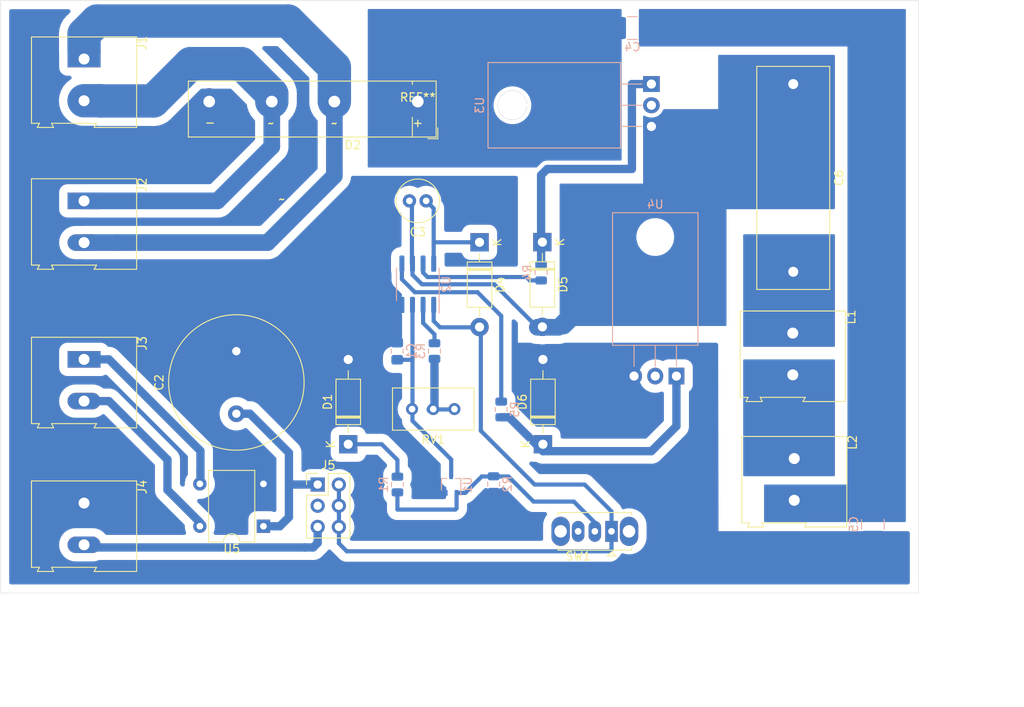
<source format=kicad_pcb>
(kicad_pcb (version 20171130) (host pcbnew 5.1.6-c6e7f7d~87~ubuntu18.04.1)

  (general
    (thickness 1.6)
    (drawings 10)
    (tracks 129)
    (zones 0)
    (modules 30)
    (nets 25)
  )

  (page A4)
  (layers
    (0 F.Cu signal)
    (31 B.Cu signal)
    (32 B.Adhes user)
    (33 F.Adhes user)
    (34 B.Paste user)
    (35 F.Paste user)
    (36 B.SilkS user)
    (37 F.SilkS user)
    (38 B.Mask user)
    (39 F.Mask user)
    (40 Dwgs.User user)
    (41 Cmts.User user)
    (42 Eco1.User user)
    (43 Eco2.User user)
    (44 Edge.Cuts user)
    (45 Margin user)
    (46 B.CrtYd user)
    (47 F.CrtYd user)
    (48 B.Fab user)
    (49 F.Fab user)
  )

  (setup
    (last_trace_width 0.25)
    (user_trace_width 0.5)
    (user_trace_width 1)
    (user_trace_width 2)
    (user_trace_width 4)
    (user_trace_width 5)
    (trace_clearance 0.2)
    (zone_clearance 1)
    (zone_45_only no)
    (trace_min 0.2)
    (via_size 0.8)
    (via_drill 0.4)
    (via_min_size 0.4)
    (via_min_drill 0.3)
    (uvia_size 0.3)
    (uvia_drill 0.1)
    (uvias_allowed no)
    (uvia_min_size 0.2)
    (uvia_min_drill 0.1)
    (edge_width 0.05)
    (segment_width 0.2)
    (pcb_text_width 0.3)
    (pcb_text_size 1.5 1.5)
    (mod_edge_width 0.12)
    (mod_text_size 1 1)
    (mod_text_width 0.15)
    (pad_size 3.5 3.5)
    (pad_drill 3.5)
    (pad_to_mask_clearance 0.05)
    (aux_axis_origin 0 0)
    (visible_elements 7FFFFFFF)
    (pcbplotparams
      (layerselection 0x010fc_ffffffff)
      (usegerberextensions false)
      (usegerberattributes true)
      (usegerberadvancedattributes true)
      (creategerberjobfile true)
      (excludeedgelayer true)
      (linewidth 0.100000)
      (plotframeref false)
      (viasonmask false)
      (mode 1)
      (useauxorigin false)
      (hpglpennumber 1)
      (hpglpenspeed 20)
      (hpglpendiameter 15.000000)
      (psnegative false)
      (psa4output false)
      (plotreference true)
      (plotvalue true)
      (plotinvisibletext false)
      (padsonsilk false)
      (subtractmaskfromsilk false)
      (outputformat 1)
      (mirror false)
      (drillshape 1)
      (scaleselection 1)
      (outputdirectory ""))
  )

  (net 0 "")
  (net 1 "Net-(C1-Pad1)")
  (net 2 GND)
  (net 3 /V_DC_Pulsante)
  (net 4 "Net-(C4-Pad2)")
  (net 5 "Net-(C3-Pad2)")
  (net 6 "Net-(C6-Pad2)")
  (net 7 "Net-(D1-Pad1)")
  (net 8 "Net-(D2-Pad2)")
  (net 9 "Net-(D2-Pad3)")
  (net 10 /V2_alt_12V)
  (net 11 /V1_alt_12V)
  (net 12 "Net-(C2-Pad1)")
  (net 13 VCC)
  (net 14 "Net-(C3-Pad1)")
  (net 15 "Net-(D5-Pad1)")
  (net 16 "Net-(D6-Pad1)")
  (net 17 "Net-(J4-Pad2)")
  (net 18 "Net-(J5-Pad3)")
  (net 19 "Net-(L1-Pad2)")
  (net 20 "Net-(R1-Pad2)")
  (net 21 "Net-(R3-Pad1)")
  (net 22 "Net-(R3-Pad2)")
  (net 23 "Net-(R4-Pad2)")
  (net 24 "Net-(R5-Pad2)")

  (net_class Default "This is the default net class."
    (clearance 0.2)
    (trace_width 0.25)
    (via_dia 0.8)
    (via_drill 0.4)
    (uvia_dia 0.3)
    (uvia_drill 0.1)
    (add_net /V1_alt_12V)
    (add_net /V2_alt_12V)
    (add_net /V_DC_Pulsante)
    (add_net GND)
    (add_net "Net-(C1-Pad1)")
    (add_net "Net-(C2-Pad1)")
    (add_net "Net-(C3-Pad1)")
    (add_net "Net-(C3-Pad2)")
    (add_net "Net-(C4-Pad2)")
    (add_net "Net-(C6-Pad2)")
    (add_net "Net-(D1-Pad1)")
    (add_net "Net-(D2-Pad2)")
    (add_net "Net-(D2-Pad3)")
    (add_net "Net-(D5-Pad1)")
    (add_net "Net-(D6-Pad1)")
    (add_net "Net-(J4-Pad2)")
    (add_net "Net-(J5-Pad3)")
    (add_net "Net-(L1-Pad2)")
    (add_net "Net-(R1-Pad2)")
    (add_net "Net-(R3-Pad1)")
    (add_net "Net-(R3-Pad2)")
    (add_net "Net-(R4-Pad2)")
    (add_net "Net-(R5-Pad2)")
    (add_net VCC)
  )

  (module Diode_THT:Diode_Bridge_DIP-4_W7.62mm_P5.08mm (layer F.Cu) (tedit 5A142105) (tstamp 5F5F8A88)
    (at 111.5 116 180)
    (descr "4-lead dip package for diode bridges, row spacing 7.62 mm (300 mils), see http://cdn-reichelt.de/documents/datenblatt/A400/HDBL101G_20SERIES-TSC.pdf")
    (tags "DIL DIP PDIP 5.08mm 7.62mm 300mil")
    (path /5F60255D)
    (fp_text reference U5 (at 3.8 -2.7 180) (layer F.SilkS)
      (effects (font (size 1 1) (thickness 0.15)))
    )
    (fp_text value W02M (at 3.8 7.8 180) (layer F.Fab)
      (effects (font (size 1 1) (thickness 0.15)))
    )
    (fp_line (start 6.58 -1.9) (end 4.81 -1.9) (layer F.SilkS) (width 0.12))
    (fp_line (start 6.58 6.7) (end 6.58 -1.9) (layer F.SilkS) (width 0.12))
    (fp_line (start 1.04 6.7) (end 6.58 6.7) (layer F.SilkS) (width 0.12))
    (fp_line (start 1.04 -1.9) (end 1.04 6.7) (layer F.SilkS) (width 0.12))
    (fp_line (start 2.81 -1.9) (end 1.04 -1.9) (layer F.SilkS) (width 0.12))
    (fp_line (start 0.635 -0.8) (end 1.635 -1.8) (layer F.Fab) (width 0.1))
    (fp_line (start 0.635 6.6) (end 0.635 -0.8) (layer F.Fab) (width 0.1))
    (fp_line (start 6.985 6.6) (end 0.635 6.6) (layer F.Fab) (width 0.1))
    (fp_line (start 6.985 -1.8) (end 6.985 6.6) (layer F.Fab) (width 0.1))
    (fp_line (start 1.635 -1.8) (end 6.985 -1.8) (layer F.Fab) (width 0.1))
    (fp_line (start -1.05 -2.05) (end 8.67 -2.05) (layer F.CrtYd) (width 0.05))
    (fp_line (start -1.05 -2.05) (end -1.05 6.85) (layer F.CrtYd) (width 0.05))
    (fp_line (start 8.67 6.85) (end 8.67 -2.05) (layer F.CrtYd) (width 0.05))
    (fp_line (start 8.67 6.85) (end -1.05 6.85) (layer F.CrtYd) (width 0.05))
    (fp_arc (start 3.81 -1.9) (end 2.81 -1.9) (angle -180) (layer F.SilkS) (width 0.12))
    (fp_text user %R (at 3.81 2.54 180) (layer F.Fab)
      (effects (font (size 1 1) (thickness 0.15)))
    )
    (pad 1 thru_hole rect (at 0 0 180) (size 1.6 1.6) (drill 0.8) (layers *.Cu *.Mask)
      (net 12 "Net-(C2-Pad1)"))
    (pad 3 thru_hole oval (at 7.62 5.08 180) (size 1.6 1.6) (drill 0.8) (layers *.Cu *.Mask)
      (net 10 /V2_alt_12V))
    (pad 2 thru_hole oval (at 0 5.08 180) (size 1.6 1.6) (drill 0.8) (layers *.Cu *.Mask)
      (net 2 GND))
    (pad 4 thru_hole oval (at 7.62 0 180) (size 1.6 1.6) (drill 0.8) (layers *.Cu *.Mask)
      (net 11 /V1_alt_12V))
    (model ${KISYS3DMOD}/Diode_THT.3dshapes/Diode_Bridge_DIP-4_W7.62mm_P5.08mm.wrl
      (at (xyz 0 0 0))
      (scale (xyz 1 1 1))
      (rotate (xyz 0 0 0))
    )
  )

  (module Diode_THT:RBV25 (layer F.Cu) (tedit 5F345DE5) (tstamp 5F347CE8)
    (at 130 65 180)
    (path /5F2B72ED)
    (fp_text reference D2 (at 7.8 -5.3 180) (layer F.SilkS)
      (effects (font (size 1 1) (thickness 0.15)))
    )
    (fp_text value RBV3500 (at 0 3.8 180) (layer F.Fab)
      (effects (font (size 1 1) (thickness 0.15)))
    )
    (fp_line (start 17.4 -4.25) (end -1.2 -4.25) (layer F.Fab) (width 0.1))
    (fp_line (start -2.4 -3.25) (end -2.4 -4.55) (layer F.SilkS) (width 0.12))
    (fp_line (start -1.2 -4.25) (end -2.1 -3.25) (layer F.Fab) (width 0.1))
    (fp_line (start 0.65 -2) (end 0.65 -4.35) (layer F.SilkS) (width 0.12))
    (fp_line (start 17.425 -4.25) (end 27.4 -4.25) (layer F.Fab) (width 0.12))
    (fp_line (start -2.2 -4.35) (end -2.2 2.35) (layer F.SilkS) (width 0.12))
    (fp_line (start 17.5 -4.35) (end 27.5 -4.35) (layer F.SilkS) (width 0.12))
    (fp_line (start 0.65 1.95) (end 0.65 2.35) (layer F.SilkS) (width 0.12))
    (fp_line (start -2.2 2.35) (end 17.5 2.35) (layer F.SilkS) (width 0.12))
    (fp_line (start 27.5 2.35) (end 27.5 -4.35) (layer F.SilkS) (width 0.12))
    (fp_line (start 17.5 -4.35) (end -2.2 -4.35) (layer F.SilkS) (width 0.12))
    (fp_line (start 17.5 2.35) (end 27.5 2.35) (layer F.SilkS) (width 0.12))
    (fp_line (start -2.1 2.25) (end 17.4 2.25) (layer F.Fab) (width 0.1))
    (fp_line (start -2.35 -4.5) (end -2.35 2.5) (layer F.CrtYd) (width 0.05))
    (fp_line (start 0.65 -4.25) (end 0.65 2.25) (layer F.Fab) (width 0.12))
    (fp_line (start -2.4 -4.55) (end -1.2 -4.55) (layer F.SilkS) (width 0.12))
    (fp_line (start 17.4 2.25) (end 27.4 2.25) (layer F.Fab) (width 0.12))
    (fp_line (start -2.1 -3.25) (end -2.1 2.25) (layer F.Fab) (width 0.1))
    (fp_line (start 27.4 2.25) (end 27.4 -4.25) (layer F.Fab) (width 0.12))
    (fp_text user %R (at 7.75 -2.85 180) (layer F.Fab)
      (effects (font (size 1 1) (thickness 0.15)))
    )
    (fp_text user REF** (at 0 0.4 180) (layer F.SilkS)
      (effects (font (size 1 1) (thickness 0.15)))
    )
    (fp_text user + (at 0 -2.64 180) (layer F.SilkS)
      (effects (font (size 1 1) (thickness 0.15)))
    )
    (fp_text user ~ (at 16.3 -11.8 180) (layer F.SilkS)
      (effects (font (size 1 1) (thickness 0.15)))
    )
    (fp_text user - (at 24.9 -2.6 180) (layer F.SilkS)
      (effects (font (size 1 1) (thickness 0.15)))
    )
    (fp_text user ~~ (at 17.6 -2.7 180) (layer F.SilkS)
      (effects (font (size 1 1) (thickness 0.15)))
    )
    (fp_text user ~~ (at 10 -2.7 180) (layer F.SilkS)
      (effects (font (size 1 1) (thickness 0.15)))
    )
    (pad 2 thru_hole circle (at 10 -0.1 180) (size 3.2 3.2) (drill 1.4) (layers *.Cu *.Mask)
      (net 8 "Net-(D2-Pad2)"))
    (pad 1 thru_hole rect (at 0 -0.1 180) (size 3.2 3.2) (drill 1.4) (layers *.Cu *.Mask)
      (net 3 /V_DC_Pulsante))
    (pad 3 thru_hole circle (at 17.5 -0.1 180) (size 3.2 3.2) (drill 1.4) (layers *.Cu *.Mask)
      (net 9 "Net-(D2-Pad3)"))
    (pad 4 thru_hole circle (at 25 -0.1 180) (size 3.2 3.2) (drill 1.4) (layers *.Cu *.Mask)
      (net 2 GND))
  )

  (module Package_TO_SOT_THT:TO-220-3_Horizontal_TabDown (layer B.Cu) (tedit 5F5DA9CF) (tstamp 5F34809B)
    (at 158 63 270)
    (descr "TO-220-3, Horizontal, RM 2.54mm, see https://www.vishay.com/docs/66542/to-220-1.pdf")
    (tags "TO-220-3 Horizontal RM 2.54mm")
    (path /5F2BB9E2)
    (fp_text reference U3 (at 2.54 20.58 90) (layer B.SilkS)
      (effects (font (size 1 1) (thickness 0.15)) (justify mirror))
    )
    (fp_text value STP12N50M2 (at 2.54 -2 90) (layer B.Fab)
      (effects (font (size 1 1) (thickness 0.15)) (justify mirror))
    )
    (fp_line (start 7.79 19.71) (end -2.71 19.71) (layer B.CrtYd) (width 0.05))
    (fp_line (start 7.79 -1.25) (end 7.79 19.71) (layer B.CrtYd) (width 0.05))
    (fp_line (start -2.71 -1.25) (end 7.79 -1.25) (layer B.CrtYd) (width 0.05))
    (fp_line (start -2.71 19.71) (end -2.71 -1.25) (layer B.CrtYd) (width 0.05))
    (fp_line (start 5.08 3.69) (end 5.08 1.15) (layer B.SilkS) (width 0.12))
    (fp_line (start 2.54 3.69) (end 2.54 1.15) (layer B.SilkS) (width 0.12))
    (fp_line (start 0 3.69) (end 0 1.15) (layer B.SilkS) (width 0.12))
    (fp_line (start 7.66 19.58) (end 7.66 3.69) (layer B.SilkS) (width 0.12))
    (fp_line (start -2.58 19.58) (end -2.58 3.69) (layer B.SilkS) (width 0.12))
    (fp_line (start -2.58 19.58) (end 7.66 19.58) (layer B.SilkS) (width 0.12))
    (fp_line (start -2.58 3.69) (end 7.66 3.69) (layer B.SilkS) (width 0.12))
    (fp_line (start 5.08 3.81) (end 5.08 0) (layer B.Fab) (width 0.1))
    (fp_line (start 2.54 3.81) (end 2.54 0) (layer B.Fab) (width 0.1))
    (fp_line (start 0 3.81) (end 0 0) (layer B.Fab) (width 0.1))
    (fp_line (start 7.54 3.81) (end -2.46 3.81) (layer B.Fab) (width 0.1))
    (fp_line (start 7.54 13.06) (end 7.54 3.81) (layer B.Fab) (width 0.1))
    (fp_line (start -2.46 13.06) (end 7.54 13.06) (layer B.Fab) (width 0.1))
    (fp_line (start -2.46 3.81) (end -2.46 13.06) (layer B.Fab) (width 0.1))
    (fp_line (start 7.54 13.06) (end -2.46 13.06) (layer B.Fab) (width 0.1))
    (fp_line (start 7.54 19.46) (end 7.54 13.06) (layer B.Fab) (width 0.1))
    (fp_line (start -2.46 19.46) (end 7.54 19.46) (layer B.Fab) (width 0.1))
    (fp_line (start -2.46 13.06) (end -2.46 19.46) (layer B.Fab) (width 0.1))
    (fp_circle (center 2.54 16.66) (end 4.39 16.66) (layer B.Fab) (width 0.1))
    (fp_text user %R (at 2.54 20.58 90) (layer B.Fab)
      (effects (font (size 1 1) (thickness 0.15)) (justify mirror))
    )
    (pad 3 thru_hole oval (at 5.08 0 270) (size 1.905 2) (drill 1.1) (layers *.Cu *.Mask)
      (net 5 "Net-(C3-Pad2)"))
    (pad 2 thru_hole oval (at 2.54 0 270) (size 1.905 2) (drill 1.1) (layers *.Cu *.Mask)
      (net 3 /V_DC_Pulsante))
    (pad 1 thru_hole rect (at 0 0 270) (size 1.905 2) (drill 1.1) (layers *.Cu *.Mask)
      (net 15 "Net-(D5-Pad1)"))
    (pad "" thru_hole oval (at 2.54 16.66 270) (size 3.5 3.5) (drill 3.5) (layers *.Cu *.Mask))
    (model ${KISYS3DMOD}/Package_TO_SOT_THT.3dshapes/TO-220-3_Horizontal_TabDown.wrl
      (at (xyz 0 0 0))
      (scale (xyz 1 1 1))
      (rotate (xyz 0 0 0))
    )
  )

  (module Resistor_SMD:R_0805_2012Metric (layer B.Cu) (tedit 5B36C52B) (tstamp 5F5FD048)
    (at 144.78 85.598 270)
    (descr "Resistor SMD 0805 (2012 Metric), square (rectangular) end terminal, IPC_7351 nominal, (Body size source: https://docs.google.com/spreadsheets/d/1BsfQQcO9C6DZCsRaXUlFlo91Tg2WpOkGARC1WS5S8t0/edit?usp=sharing), generated with kicad-footprint-generator")
    (tags resistor)
    (path /5F2C4F13)
    (attr smd)
    (fp_text reference R4 (at 0 1.65 270) (layer B.SilkS)
      (effects (font (size 1 1) (thickness 0.15)) (justify mirror))
    )
    (fp_text value 120 (at 0 -1.65 270) (layer B.Fab)
      (effects (font (size 1 1) (thickness 0.15)) (justify mirror))
    )
    (fp_line (start -1 -0.6) (end -1 0.6) (layer B.Fab) (width 0.1))
    (fp_line (start -1 0.6) (end 1 0.6) (layer B.Fab) (width 0.1))
    (fp_line (start 1 0.6) (end 1 -0.6) (layer B.Fab) (width 0.1))
    (fp_line (start 1 -0.6) (end -1 -0.6) (layer B.Fab) (width 0.1))
    (fp_line (start -0.258578 0.71) (end 0.258578 0.71) (layer B.SilkS) (width 0.12))
    (fp_line (start -0.258578 -0.71) (end 0.258578 -0.71) (layer B.SilkS) (width 0.12))
    (fp_line (start -1.68 -0.95) (end -1.68 0.95) (layer B.CrtYd) (width 0.05))
    (fp_line (start -1.68 0.95) (end 1.68 0.95) (layer B.CrtYd) (width 0.05))
    (fp_line (start 1.68 0.95) (end 1.68 -0.95) (layer B.CrtYd) (width 0.05))
    (fp_line (start 1.68 -0.95) (end -1.68 -0.95) (layer B.CrtYd) (width 0.05))
    (fp_text user %R (at 0 0) (layer B.Fab)
      (effects (font (size 0.5 0.5) (thickness 0.08)) (justify mirror))
    )
    (pad 1 smd roundrect (at -0.9375 0 270) (size 0.975 1.4) (layers B.Cu B.Paste B.Mask) (roundrect_rratio 0.25)
      (net 15 "Net-(D5-Pad1)"))
    (pad 2 smd roundrect (at 0.9375 0 270) (size 0.975 1.4) (layers B.Cu B.Paste B.Mask) (roundrect_rratio 0.25)
      (net 23 "Net-(R4-Pad2)"))
    (model ${KISYS3DMOD}/Resistor_SMD.3dshapes/R_0805_2012Metric.wrl
      (at (xyz 0 0 0))
      (scale (xyz 1 1 1))
      (rotate (xyz 0 0 0))
    )
  )

  (module Button_Switch_THT:SW_Slide_1P2T_CK_OS102011MS2Q (layer F.Cu) (tedit 5C5044D5) (tstamp 5F5E1EFF)
    (at 153.2192 116.6104 180)
    (descr "CuK miniature slide switch, OS series, SPDT, https://www.ckswitches.com/media/1428/os.pdf")
    (tags "switch SPDT")
    (path /5F31BB35)
    (fp_text reference SW1 (at 3.99 -2.99 180) (layer F.SilkS)
      (effects (font (size 1 1) (thickness 0.15)))
    )
    (fp_text value SW_DIP_x01 (at 2 3 180) (layer F.Fab)
      (effects (font (size 1 1) (thickness 0.15)))
    )
    (fp_line (start 0.5 -2.15) (end 6.3 -2.15) (layer F.Fab) (width 0.1))
    (fp_line (start 6.3 -2.15) (end 6.3 2.15) (layer F.Fab) (width 0.1))
    (fp_line (start 6.3 2.15) (end -2.3 2.15) (layer F.Fab) (width 0.1))
    (fp_line (start -2.3 2.15) (end -2.3 -2.15) (layer F.Fab) (width 0.1))
    (fp_line (start 0 -1) (end 4 -1) (layer F.Fab) (width 0.1))
    (fp_line (start 4 -1) (end 4 1) (layer F.Fab) (width 0.1))
    (fp_line (start 0 1) (end 4 1) (layer F.Fab) (width 0.1))
    (fp_line (start 0 -1) (end 0 1) (layer F.Fab) (width 0.1))
    (fp_line (start 0.66 -1) (end 0.66 1) (layer F.Fab) (width 0.1))
    (fp_line (start 1.34 -1) (end 1.34 1) (layer F.Fab) (width 0.1))
    (fp_line (start 2 -1) (end 2 1) (layer F.Fab) (width 0.1))
    (fp_line (start -2.3 -2.15) (end -0.5 -2.15) (layer F.Fab) (width 0.1))
    (fp_line (start -2.41 -2.26) (end 6.41 -2.26) (layer F.SilkS) (width 0.12))
    (fp_line (start 6.41 -2.26) (end 6.41 -1.95) (layer F.SilkS) (width 0.12))
    (fp_line (start 6.41 2.26) (end -2.41 2.26) (layer F.SilkS) (width 0.12))
    (fp_line (start -2.41 -1.95) (end -2.41 -2.26) (layer F.SilkS) (width 0.12))
    (fp_line (start -2.41 2.26) (end -2.41 1.95) (layer F.SilkS) (width 0.12))
    (fp_line (start 6.41 2.26) (end 6.41 1.95) (layer F.SilkS) (width 0.12))
    (fp_line (start -3.45 -2.4) (end 7.45 -2.4) (layer B.CrtYd) (width 0.05))
    (fp_line (start 7.45 -2.4) (end 7.45 2.4) (layer B.CrtYd) (width 0.05))
    (fp_line (start 7.45 2.4) (end -3.45 2.4) (layer B.CrtYd) (width 0.05))
    (fp_line (start -3.45 2.4) (end -3.45 -2.4) (layer B.CrtYd) (width 0.05))
    (fp_line (start -0.5 -2.15) (end 0 -1.65) (layer F.Fab) (width 0.1))
    (fp_line (start 0 -1.65) (end 0.5 -2.15) (layer F.Fab) (width 0.1))
    (fp_line (start -0.5 -2.96) (end 0 -2.46) (layer F.SilkS) (width 0.12))
    (fp_line (start 0 -2.46) (end 0.5 -2.96) (layer F.SilkS) (width 0.12))
    (fp_line (start 0.5 -2.96) (end -0.5 -2.96) (layer F.SilkS) (width 0.12))
    (fp_text user %R (at 3.99 -2.99 180) (layer F.Fab)
      (effects (font (size 1 1) (thickness 0.15)))
    )
    (pad "" thru_hole oval (at 6.1 0 180) (size 2.2 3.5) (drill 1.5) (layers *.Cu *.Mask))
    (pad "" thru_hole oval (at -2.1 0 180) (size 2.2 3.5) (drill 1.5) (layers *.Cu *.Mask))
    (pad 3 thru_hole oval (at 4 0 180) (size 1.5 2.5) (drill 0.8) (layers *.Cu *.Mask))
    (pad 2 thru_hole oval (at 2 0 180) (size 1.5 2.5) (drill 0.8) (layers *.Cu *.Mask)
      (net 20 "Net-(R1-Pad2)"))
    (pad 1 thru_hole rect (at 0 0 180) (size 1.5 2.5) (drill 0.8) (layers *.Cu *.Mask)
      (net 13 VCC))
    (model ${KISYS3DMOD}/Button_Switch_THT.3dshapes/SW_Slide_1P2T_CK_OS102011MS2Q.wrl
      (at (xyz 0 0 0))
      (scale (xyz 1 1 1))
      (rotate (xyz 0 0 0))
    )
  )

  (module Capacitor_SMD:C_0805_2012Metric_Pad1.15x1.40mm_HandSolder (layer B.Cu) (tedit 5B36C52B) (tstamp 5F5E414F)
    (at 127.5334 95.0214 90)
    (descr "Capacitor SMD 0805 (2012 Metric), square (rectangular) end terminal, IPC_7351 nominal with elongated pad for handsoldering. (Body size source: https://docs.google.com/spreadsheets/d/1BsfQQcO9C6DZCsRaXUlFlo91Tg2WpOkGARC1WS5S8t0/edit?usp=sharing), generated with kicad-footprint-generator")
    (tags "capacitor handsolder")
    (path /5F4C3665)
    (attr smd)
    (fp_text reference C1 (at 0 1.65 90) (layer B.SilkS)
      (effects (font (size 1 1) (thickness 0.15)) (justify mirror))
    )
    (fp_text value 2.2nF (at 0 -1.65 90) (layer B.Fab)
      (effects (font (size 1 1) (thickness 0.15)) (justify mirror))
    )
    (fp_line (start -1 -0.6) (end -1 0.6) (layer B.Fab) (width 0.1))
    (fp_line (start -1 0.6) (end 1 0.6) (layer B.Fab) (width 0.1))
    (fp_line (start 1 0.6) (end 1 -0.6) (layer B.Fab) (width 0.1))
    (fp_line (start 1 -0.6) (end -1 -0.6) (layer B.Fab) (width 0.1))
    (fp_line (start -0.261252 0.71) (end 0.261252 0.71) (layer B.SilkS) (width 0.12))
    (fp_line (start -0.261252 -0.71) (end 0.261252 -0.71) (layer B.SilkS) (width 0.12))
    (fp_line (start -1.85 -0.95) (end -1.85 0.95) (layer B.CrtYd) (width 0.05))
    (fp_line (start -1.85 0.95) (end 1.85 0.95) (layer B.CrtYd) (width 0.05))
    (fp_line (start 1.85 0.95) (end 1.85 -0.95) (layer B.CrtYd) (width 0.05))
    (fp_line (start 1.85 -0.95) (end -1.85 -0.95) (layer B.CrtYd) (width 0.05))
    (fp_text user %R (at 0 0 180) (layer B.Fab)
      (effects (font (size 0.5 0.5) (thickness 0.08)) (justify mirror))
    )
    (pad 2 smd roundrect (at 1.025 0 90) (size 1.15 1.4) (layers B.Cu B.Paste B.Mask) (roundrect_rratio 0.217391)
      (net 2 GND))
    (pad 1 smd roundrect (at -1.025 0 90) (size 1.15 1.4) (layers B.Cu B.Paste B.Mask) (roundrect_rratio 0.217391)
      (net 1 "Net-(C1-Pad1)"))
    (model ${KISYS3DMOD}/Capacitor_SMD.3dshapes/C_0805_2012Metric.wrl
      (at (xyz 0 0 0))
      (scale (xyz 1 1 1))
      (rotate (xyz 0 0 0))
    )
  )

  (module Potentiometer_THT:Potentiometer_Bourns_3296W_Vertical (layer F.Cu) (tedit 5A3D4994) (tstamp 5F5E44B5)
    (at 129.3114 101.9556 180)
    (descr "Potentiometer, vertical, Bourns 3296W, https://www.bourns.com/pdfs/3296.pdf")
    (tags "Potentiometer vertical Bourns 3296W")
    (path /5F2E9482)
    (fp_text reference RV1 (at -2.54 -3.66 180) (layer F.SilkS)
      (effects (font (size 1 1) (thickness 0.15)))
    )
    (fp_text value 10k (at -2.54 3.67 180) (layer F.Fab)
      (effects (font (size 1 1) (thickness 0.15)))
    )
    (fp_circle (center 0.955 1.15) (end 2.05 1.15) (layer F.Fab) (width 0.1))
    (fp_line (start -7.305 -2.41) (end -7.305 2.42) (layer F.Fab) (width 0.1))
    (fp_line (start -7.305 2.42) (end 2.225 2.42) (layer F.Fab) (width 0.1))
    (fp_line (start 2.225 2.42) (end 2.225 -2.41) (layer F.Fab) (width 0.1))
    (fp_line (start 2.225 -2.41) (end -7.305 -2.41) (layer F.Fab) (width 0.1))
    (fp_line (start 0.955 2.235) (end 0.956 0.066) (layer F.Fab) (width 0.1))
    (fp_line (start 0.955 2.235) (end 0.956 0.066) (layer F.Fab) (width 0.1))
    (fp_line (start -7.425 -2.53) (end 2.345 -2.53) (layer F.SilkS) (width 0.12))
    (fp_line (start -7.425 2.54) (end 2.345 2.54) (layer F.SilkS) (width 0.12))
    (fp_line (start -7.425 -2.53) (end -7.425 2.54) (layer F.SilkS) (width 0.12))
    (fp_line (start 2.345 -2.53) (end 2.345 2.54) (layer F.SilkS) (width 0.12))
    (fp_line (start -7.6 -2.7) (end -7.6 2.7) (layer F.CrtYd) (width 0.05))
    (fp_line (start -7.6 2.7) (end 2.5 2.7) (layer F.CrtYd) (width 0.05))
    (fp_line (start 2.5 2.7) (end 2.5 -2.7) (layer F.CrtYd) (width 0.05))
    (fp_line (start 2.5 -2.7) (end -7.6 -2.7) (layer F.CrtYd) (width 0.05))
    (fp_text user %R (at -3.175 0.005 180) (layer F.Fab)
      (effects (font (size 1 1) (thickness 0.15)))
    )
    (pad 3 thru_hole circle (at -5.08 0 180) (size 1.44 1.44) (drill 0.8) (layers *.Cu *.Mask)
      (net 22 "Net-(R3-Pad2)"))
    (pad 2 thru_hole circle (at -2.54 0 180) (size 1.44 1.44) (drill 0.8) (layers *.Cu *.Mask)
      (net 22 "Net-(R3-Pad2)"))
    (pad 1 thru_hole circle (at 0 0 180) (size 1.44 1.44) (drill 0.8) (layers *.Cu *.Mask)
      (net 1 "Net-(C1-Pad1)"))
    (model ${KISYS3DMOD}/Potentiometer_THT.3dshapes/Potentiometer_Bourns_3296W_Vertical.wrl
      (at (xyz 0 0 0))
      (scale (xyz 1 1 1))
      (rotate (xyz 0 0 0))
    )
  )

  (module Capacitor_THT:C_Radial_D5.0mm_H11.0mm_P2.00mm (layer F.Cu) (tedit 5BC5C9B9) (tstamp 5F355350)
    (at 131 77 180)
    (descr "C, Radial series, Radial, pin pitch=2.00mm, diameter=5mm, height=11mm, Non-Polar Electrolytic Capacitor")
    (tags "C Radial series Radial pin pitch 2.00mm diameter 5mm height 11mm Non-Polar Electrolytic Capacitor")
    (path /5F4CF8BC)
    (fp_text reference C3 (at 1 -3.75 180) (layer F.SilkS)
      (effects (font (size 1 1) (thickness 0.15)))
    )
    (fp_text value "100µF 16V" (at 1 3.75 180) (layer F.Fab)
      (effects (font (size 1 1) (thickness 0.15)))
    )
    (fp_circle (center 1 0) (end 3.5 0) (layer F.Fab) (width 0.1))
    (fp_circle (center 1 0) (end 3.62 0) (layer F.SilkS) (width 0.12))
    (fp_circle (center 1 0) (end 3.75 0) (layer F.CrtYd) (width 0.05))
    (fp_text user %R (at 1 0 180) (layer F.Fab)
      (effects (font (size 1 1) (thickness 0.15)))
    )
    (pad 2 thru_hole circle (at 2 0 180) (size 1.6 1.6) (drill 0.8) (layers *.Cu *.Mask)
      (net 5 "Net-(C3-Pad2)"))
    (pad 1 thru_hole circle (at 0 0 180) (size 1.6 1.6) (drill 0.8) (layers *.Cu *.Mask)
      (net 14 "Net-(C3-Pad1)"))
    (model ${KISYS3DMOD}/Capacitor_THT.3dshapes/C_Radial_D5.0mm_H11.0mm_P2.00mm.wrl
      (at (xyz 0 0 0))
      (scale (xyz 1 1 1))
      (rotate (xyz 0 0 0))
    )
  )

  (module Capacitor_THT:C_Radial_D16.0mm_H25.0mm_P7.50mm (layer F.Cu) (tedit 5BC5C9BA) (tstamp 5F5E2777)
    (at 108.2548 102.5144 90)
    (descr "C, Radial series, Radial, pin pitch=7.50mm, diameter=16mm, height=25mm, Non-Polar Electrolytic Capacitor")
    (tags "C Radial series Radial pin pitch 7.50mm diameter 16mm height 25mm Non-Polar Electrolytic Capacitor")
    (path /5F4E100F)
    (fp_text reference C2 (at 3.75 -9.25 90) (layer F.SilkS)
      (effects (font (size 1 1) (thickness 0.15)))
    )
    (fp_text value "2200µF 25V/35V" (at 3.75 9.25 90) (layer F.Fab)
      (effects (font (size 1 1) (thickness 0.15)))
    )
    (fp_circle (center 3.75 0) (end 11.75 0) (layer F.Fab) (width 0.1))
    (fp_circle (center 3.75 0) (end 11.87 0) (layer F.SilkS) (width 0.12))
    (fp_circle (center 3.75 0) (end 12 0) (layer F.CrtYd) (width 0.05))
    (fp_text user %R (at 3.75 0 90) (layer F.Fab)
      (effects (font (size 1 1) (thickness 0.15)))
    )
    (pad 2 thru_hole circle (at 7.5 0 90) (size 2 2) (drill 1) (layers *.Cu *.Mask)
      (net 2 GND))
    (pad 1 thru_hole circle (at 0 0 90) (size 2 2) (drill 1) (layers *.Cu *.Mask)
      (net 12 "Net-(C2-Pad1)"))
    (model ${KISYS3DMOD}/Capacitor_THT.3dshapes/C_Radial_D16.0mm_H25.0mm_P7.50mm.wrl
      (at (xyz 0 0 0))
      (scale (xyz 1 1 1))
      (rotate (xyz 0 0 0))
    )
  )

  (module Capacitor_SMD:C_1210_3225Metric (layer B.Cu) (tedit 5B301BBE) (tstamp 5F5EB4CB)
    (at 155.7274 56.2864)
    (descr "Capacitor SMD 1210 (3225 Metric), square (rectangular) end terminal, IPC_7351 nominal, (Body size source: http://www.tortai-tech.com/upload/download/2011102023233369053.pdf), generated with kicad-footprint-generator")
    (tags capacitor)
    (path /5F4A1A0C)
    (attr smd)
    (fp_text reference C4 (at 0 2.28) (layer B.SilkS)
      (effects (font (size 1 1) (thickness 0.15)) (justify mirror))
    )
    (fp_text value 47nF (at 0 -2.28) (layer B.Fab)
      (effects (font (size 1 1) (thickness 0.15)) (justify mirror))
    )
    (fp_line (start -1.6 -1.25) (end -1.6 1.25) (layer B.Fab) (width 0.1))
    (fp_line (start -1.6 1.25) (end 1.6 1.25) (layer B.Fab) (width 0.1))
    (fp_line (start 1.6 1.25) (end 1.6 -1.25) (layer B.Fab) (width 0.1))
    (fp_line (start 1.6 -1.25) (end -1.6 -1.25) (layer B.Fab) (width 0.1))
    (fp_line (start -0.602064 1.36) (end 0.602064 1.36) (layer B.SilkS) (width 0.12))
    (fp_line (start -0.602064 -1.36) (end 0.602064 -1.36) (layer B.SilkS) (width 0.12))
    (fp_line (start -2.28 -1.58) (end -2.28 1.58) (layer B.CrtYd) (width 0.05))
    (fp_line (start -2.28 1.58) (end 2.28 1.58) (layer B.CrtYd) (width 0.05))
    (fp_line (start 2.28 1.58) (end 2.28 -1.58) (layer B.CrtYd) (width 0.05))
    (fp_line (start 2.28 -1.58) (end -2.28 -1.58) (layer B.CrtYd) (width 0.05))
    (fp_text user %R (at 0 0) (layer B.Fab)
      (effects (font (size 0.8 0.8) (thickness 0.12)) (justify mirror))
    )
    (pad 1 smd roundrect (at -1.4 0) (size 1.25 2.65) (layers B.Cu B.Paste B.Mask) (roundrect_rratio 0.2)
      (net 3 /V_DC_Pulsante))
    (pad 2 smd roundrect (at 1.4 0) (size 1.25 2.65) (layers B.Cu B.Paste B.Mask) (roundrect_rratio 0.2)
      (net 4 "Net-(C4-Pad2)"))
    (model ${KISYS3DMOD}/Capacitor_SMD.3dshapes/C_1210_3225Metric.wrl
      (at (xyz 0 0 0))
      (scale (xyz 1 1 1))
      (rotate (xyz 0 0 0))
    )
  )

  (module Capacitor_SMD:C_1210_3225Metric (layer B.Cu) (tedit 5B301BBE) (tstamp 5F5EB58F)
    (at 184.5437 115.7732 270)
    (descr "Capacitor SMD 1210 (3225 Metric), square (rectangular) end terminal, IPC_7351 nominal, (Body size source: http://www.tortai-tech.com/upload/download/2011102023233369053.pdf), generated with kicad-footprint-generator")
    (tags capacitor)
    (path /5F4AACC4)
    (attr smd)
    (fp_text reference C5 (at 0 2.28 90) (layer B.SilkS)
      (effects (font (size 1 1) (thickness 0.15)) (justify mirror))
    )
    (fp_text value 47pF (at 0 -2.28 90) (layer B.Fab)
      (effects (font (size 1 1) (thickness 0.15)) (justify mirror))
    )
    (fp_line (start 2.28 -1.58) (end -2.28 -1.58) (layer B.CrtYd) (width 0.05))
    (fp_line (start 2.28 1.58) (end 2.28 -1.58) (layer B.CrtYd) (width 0.05))
    (fp_line (start -2.28 1.58) (end 2.28 1.58) (layer B.CrtYd) (width 0.05))
    (fp_line (start -2.28 -1.58) (end -2.28 1.58) (layer B.CrtYd) (width 0.05))
    (fp_line (start -0.602064 -1.36) (end 0.602064 -1.36) (layer B.SilkS) (width 0.12))
    (fp_line (start -0.602064 1.36) (end 0.602064 1.36) (layer B.SilkS) (width 0.12))
    (fp_line (start 1.6 -1.25) (end -1.6 -1.25) (layer B.Fab) (width 0.1))
    (fp_line (start 1.6 1.25) (end 1.6 -1.25) (layer B.Fab) (width 0.1))
    (fp_line (start -1.6 1.25) (end 1.6 1.25) (layer B.Fab) (width 0.1))
    (fp_line (start -1.6 -1.25) (end -1.6 1.25) (layer B.Fab) (width 0.1))
    (fp_text user %R (at 0 0 90) (layer B.Fab)
      (effects (font (size 0.8 0.8) (thickness 0.12)) (justify mirror))
    )
    (pad 2 smd roundrect (at 1.4 0 270) (size 1.25 2.65) (layers B.Cu B.Paste B.Mask) (roundrect_rratio 0.2)
      (net 2 GND))
    (pad 1 smd roundrect (at -1.4 0 270) (size 1.25 2.65) (layers B.Cu B.Paste B.Mask) (roundrect_rratio 0.2)
      (net 4 "Net-(C4-Pad2)"))
    (model ${KISYS3DMOD}/Capacitor_SMD.3dshapes/C_1210_3225Metric.wrl
      (at (xyz 0 0 0))
      (scale (xyz 1 1 1))
      (rotate (xyz 0 0 0))
    )
  )

  (module Capacitor_THT:C_Rect_L26.5mm_W8.5mm_P22.50mm_MKS4 (layer F.Cu) (tedit 5AE50EF0) (tstamp 5F5E5630)
    (at 175 63 270)
    (descr "C, Rect series, Radial, pin pitch=22.50mm, , length*width=26.5*8.5mm^2, Capacitor, http://www.wima.com/EN/WIMA_MKS_4.pdf")
    (tags "C Rect series Radial pin pitch 22.50mm  length 26.5mm width 8.5mm Capacitor")
    (path /5F4B73ED)
    (fp_text reference C6 (at 11.25 -5.5 270) (layer F.SilkS)
      (effects (font (size 1 1) (thickness 0.15)))
    )
    (fp_text value 220nF (at 11.25 5.5 270) (layer F.Fab)
      (effects (font (size 1 1) (thickness 0.15)))
    )
    (fp_line (start -2 -4.25) (end -2 4.25) (layer F.Fab) (width 0.1))
    (fp_line (start -2 4.25) (end 24.5 4.25) (layer F.Fab) (width 0.1))
    (fp_line (start 24.5 4.25) (end 24.5 -4.25) (layer F.Fab) (width 0.1))
    (fp_line (start 24.5 -4.25) (end -2 -4.25) (layer F.Fab) (width 0.1))
    (fp_line (start -2.12 -4.37) (end 24.62 -4.37) (layer F.SilkS) (width 0.12))
    (fp_line (start -2.12 4.37) (end 24.62 4.37) (layer F.SilkS) (width 0.12))
    (fp_line (start -2.12 -4.37) (end -2.12 4.37) (layer F.SilkS) (width 0.12))
    (fp_line (start 24.62 -4.37) (end 24.62 4.37) (layer F.SilkS) (width 0.12))
    (fp_line (start -2.25 -4.5) (end -2.25 4.5) (layer F.CrtYd) (width 0.05))
    (fp_line (start -2.25 4.5) (end 24.75 4.5) (layer F.CrtYd) (width 0.05))
    (fp_line (start 24.75 4.5) (end 24.75 -4.5) (layer F.CrtYd) (width 0.05))
    (fp_line (start 24.75 -4.5) (end -2.25 -4.5) (layer F.CrtYd) (width 0.05))
    (fp_text user %R (at 11.25 0 270) (layer F.Fab)
      (effects (font (size 1 1) (thickness 0.15)))
    )
    (pad 1 thru_hole circle (at 0 0 270) (size 2.4 2.4) (drill 1.2) (layers *.Cu *.Mask)
      (net 5 "Net-(C3-Pad2)"))
    (pad 2 thru_hole circle (at 22.5 0 270) (size 2.4 2.4) (drill 1.2) (layers *.Cu *.Mask)
      (net 6 "Net-(C6-Pad2)"))
    (model ${KISYS3DMOD}/Capacitor_THT.3dshapes/C_Rect_L26.5mm_W8.5mm_P22.50mm_MKS4.wrl
      (at (xyz 0 0 0))
      (scale (xyz 1 1 1))
      (rotate (xyz 0 0 0))
    )
  )

  (module Diode_THT:D_DO-41_SOD81_P10.16mm_Horizontal (layer F.Cu) (tedit 5AE50CD5) (tstamp 5F5D7C78)
    (at 121.666 106.172 90)
    (descr "Diode, DO-41_SOD81 series, Axial, Horizontal, pin pitch=10.16mm, , length*diameter=5.2*2.7mm^2, , http://www.diodes.com/_files/packages/DO-41%20(Plastic).pdf")
    (tags "Diode DO-41_SOD81 series Axial Horizontal pin pitch 10.16mm  length 5.2mm diameter 2.7mm")
    (path /5F3290E6)
    (fp_text reference D1 (at 5.08 -2.47 -90) (layer F.SilkS)
      (effects (font (size 1 1) (thickness 0.15)))
    )
    (fp_text value "1N4738(8,2v)" (at 5.08 2.47 -90) (layer F.Fab)
      (effects (font (size 1 1) (thickness 0.15)))
    )
    (fp_line (start 11.51 -1.6) (end -1.35 -1.6) (layer F.CrtYd) (width 0.05))
    (fp_line (start 11.51 1.6) (end 11.51 -1.6) (layer F.CrtYd) (width 0.05))
    (fp_line (start -1.35 1.6) (end 11.51 1.6) (layer F.CrtYd) (width 0.05))
    (fp_line (start -1.35 -1.6) (end -1.35 1.6) (layer F.CrtYd) (width 0.05))
    (fp_line (start 3.14 -1.47) (end 3.14 1.47) (layer F.SilkS) (width 0.12))
    (fp_line (start 3.38 -1.47) (end 3.38 1.47) (layer F.SilkS) (width 0.12))
    (fp_line (start 3.26 -1.47) (end 3.26 1.47) (layer F.SilkS) (width 0.12))
    (fp_line (start 8.82 0) (end 7.8 0) (layer F.SilkS) (width 0.12))
    (fp_line (start 1.34 0) (end 2.36 0) (layer F.SilkS) (width 0.12))
    (fp_line (start 7.8 -1.47) (end 2.36 -1.47) (layer F.SilkS) (width 0.12))
    (fp_line (start 7.8 1.47) (end 7.8 -1.47) (layer F.SilkS) (width 0.12))
    (fp_line (start 2.36 1.47) (end 7.8 1.47) (layer F.SilkS) (width 0.12))
    (fp_line (start 2.36 -1.47) (end 2.36 1.47) (layer F.SilkS) (width 0.12))
    (fp_line (start 3.16 -1.35) (end 3.16 1.35) (layer F.Fab) (width 0.1))
    (fp_line (start 3.36 -1.35) (end 3.36 1.35) (layer F.Fab) (width 0.1))
    (fp_line (start 3.26 -1.35) (end 3.26 1.35) (layer F.Fab) (width 0.1))
    (fp_line (start 10.16 0) (end 7.68 0) (layer F.Fab) (width 0.1))
    (fp_line (start 0 0) (end 2.48 0) (layer F.Fab) (width 0.1))
    (fp_line (start 7.68 -1.35) (end 2.48 -1.35) (layer F.Fab) (width 0.1))
    (fp_line (start 7.68 1.35) (end 7.68 -1.35) (layer F.Fab) (width 0.1))
    (fp_line (start 2.48 1.35) (end 7.68 1.35) (layer F.Fab) (width 0.1))
    (fp_line (start 2.48 -1.35) (end 2.48 1.35) (layer F.Fab) (width 0.1))
    (fp_text user K (at 0 -2.1 -90) (layer F.SilkS)
      (effects (font (size 1 1) (thickness 0.15)))
    )
    (fp_text user K (at 0 -2.1 -90) (layer F.Fab)
      (effects (font (size 1 1) (thickness 0.15)))
    )
    (fp_text user %R (at 5.47 0 -90) (layer F.Fab)
      (effects (font (size 1 1) (thickness 0.15)))
    )
    (pad 2 thru_hole oval (at 10.16 0 90) (size 2.2 2.2) (drill 1.1) (layers *.Cu *.Mask)
      (net 2 GND))
    (pad 1 thru_hole rect (at 0 0 90) (size 2.2 2.2) (drill 1.1) (layers *.Cu *.Mask)
      (net 7 "Net-(D1-Pad1)"))
    (model ${KISYS3DMOD}/Diode_THT.3dshapes/D_DO-41_SOD81_P10.16mm_Horizontal.wrl
      (at (xyz 0 0 0))
      (scale (xyz 1 1 1))
      (rotate (xyz 0 0 0))
    )
  )

  (module Diode_THT:D_DO-41_SOD81_P10.16mm_Horizontal (layer F.Cu) (tedit 5AE50CD5) (tstamp 5F347D17)
    (at 137.4013 81.9658 270)
    (descr "Diode, DO-41_SOD81 series, Axial, Horizontal, pin pitch=10.16mm, , length*diameter=5.2*2.7mm^2, , http://www.diodes.com/_files/packages/DO-41%20(Plastic).pdf")
    (tags "Diode DO-41_SOD81 series Axial Horizontal pin pitch 10.16mm  length 5.2mm diameter 2.7mm")
    (path /5F3006C3)
    (fp_text reference D4 (at 5.08 -2.47 90) (layer F.SilkS)
      (effects (font (size 1 1) (thickness 0.15)))
    )
    (fp_text value BA159 (at 5.08 2.47 90) (layer F.Fab)
      (effects (font (size 1 1) (thickness 0.15)))
    )
    (fp_line (start 11.51 -1.6) (end -1.35 -1.6) (layer F.CrtYd) (width 0.05))
    (fp_line (start 11.51 1.6) (end 11.51 -1.6) (layer F.CrtYd) (width 0.05))
    (fp_line (start -1.35 1.6) (end 11.51 1.6) (layer F.CrtYd) (width 0.05))
    (fp_line (start -1.35 -1.6) (end -1.35 1.6) (layer F.CrtYd) (width 0.05))
    (fp_line (start 3.14 -1.47) (end 3.14 1.47) (layer F.SilkS) (width 0.12))
    (fp_line (start 3.38 -1.47) (end 3.38 1.47) (layer F.SilkS) (width 0.12))
    (fp_line (start 3.26 -1.47) (end 3.26 1.47) (layer F.SilkS) (width 0.12))
    (fp_line (start 8.82 0) (end 7.8 0) (layer F.SilkS) (width 0.12))
    (fp_line (start 1.34 0) (end 2.36 0) (layer F.SilkS) (width 0.12))
    (fp_line (start 7.8 -1.47) (end 2.36 -1.47) (layer F.SilkS) (width 0.12))
    (fp_line (start 7.8 1.47) (end 7.8 -1.47) (layer F.SilkS) (width 0.12))
    (fp_line (start 2.36 1.47) (end 7.8 1.47) (layer F.SilkS) (width 0.12))
    (fp_line (start 2.36 -1.47) (end 2.36 1.47) (layer F.SilkS) (width 0.12))
    (fp_line (start 3.16 -1.35) (end 3.16 1.35) (layer F.Fab) (width 0.1))
    (fp_line (start 3.36 -1.35) (end 3.36 1.35) (layer F.Fab) (width 0.1))
    (fp_line (start 3.26 -1.35) (end 3.26 1.35) (layer F.Fab) (width 0.1))
    (fp_line (start 10.16 0) (end 7.68 0) (layer F.Fab) (width 0.1))
    (fp_line (start 0 0) (end 2.48 0) (layer F.Fab) (width 0.1))
    (fp_line (start 7.68 -1.35) (end 2.48 -1.35) (layer F.Fab) (width 0.1))
    (fp_line (start 7.68 1.35) (end 7.68 -1.35) (layer F.Fab) (width 0.1))
    (fp_line (start 2.48 1.35) (end 7.68 1.35) (layer F.Fab) (width 0.1))
    (fp_line (start 2.48 -1.35) (end 2.48 1.35) (layer F.Fab) (width 0.1))
    (fp_text user K (at 0 -2.1 90) (layer F.SilkS)
      (effects (font (size 1 1) (thickness 0.15)))
    )
    (fp_text user K (at 0 -2.1 90) (layer F.Fab)
      (effects (font (size 1 1) (thickness 0.15)))
    )
    (fp_text user %R (at 5.47 0 90) (layer F.Fab)
      (effects (font (size 1 1) (thickness 0.15)))
    )
    (pad 2 thru_hole oval (at 10.16 0 270) (size 2.2 2.2) (drill 1.1) (layers *.Cu *.Mask)
      (net 13 VCC))
    (pad 1 thru_hole rect (at 0 0 270) (size 2.2 2.2) (drill 1.1) (layers *.Cu *.Mask)
      (net 14 "Net-(C3-Pad1)"))
    (model ${KISYS3DMOD}/Diode_THT.3dshapes/D_DO-41_SOD81_P10.16mm_Horizontal.wrl
      (at (xyz 0 0 0))
      (scale (xyz 1 1 1))
      (rotate (xyz 0 0 0))
    )
  )

  (module Diode_THT:D_DO-41_SOD81_P10.16mm_Horizontal (layer F.Cu) (tedit 5AE50CD5) (tstamp 5F5EAA89)
    (at 144.9324 81.9404 270)
    (descr "Diode, DO-41_SOD81 series, Axial, Horizontal, pin pitch=10.16mm, , length*diameter=5.2*2.7mm^2, , http://www.diodes.com/_files/packages/DO-41%20(Plastic).pdf")
    (tags "Diode DO-41_SOD81 series Axial Horizontal pin pitch 10.16mm  length 5.2mm diameter 2.7mm")
    (path /5F2C0F84)
    (fp_text reference D5 (at 5.08 -2.47 270) (layer F.SilkS)
      (effects (font (size 1 1) (thickness 0.15)))
    )
    (fp_text value 1N4742A (at 5.08 2.47 270) (layer F.Fab)
      (effects (font (size 1 1) (thickness 0.15)))
    )
    (fp_line (start 2.48 -1.35) (end 2.48 1.35) (layer F.Fab) (width 0.1))
    (fp_line (start 2.48 1.35) (end 7.68 1.35) (layer F.Fab) (width 0.1))
    (fp_line (start 7.68 1.35) (end 7.68 -1.35) (layer F.Fab) (width 0.1))
    (fp_line (start 7.68 -1.35) (end 2.48 -1.35) (layer F.Fab) (width 0.1))
    (fp_line (start 0 0) (end 2.48 0) (layer F.Fab) (width 0.1))
    (fp_line (start 10.16 0) (end 7.68 0) (layer F.Fab) (width 0.1))
    (fp_line (start 3.26 -1.35) (end 3.26 1.35) (layer F.Fab) (width 0.1))
    (fp_line (start 3.36 -1.35) (end 3.36 1.35) (layer F.Fab) (width 0.1))
    (fp_line (start 3.16 -1.35) (end 3.16 1.35) (layer F.Fab) (width 0.1))
    (fp_line (start 2.36 -1.47) (end 2.36 1.47) (layer F.SilkS) (width 0.12))
    (fp_line (start 2.36 1.47) (end 7.8 1.47) (layer F.SilkS) (width 0.12))
    (fp_line (start 7.8 1.47) (end 7.8 -1.47) (layer F.SilkS) (width 0.12))
    (fp_line (start 7.8 -1.47) (end 2.36 -1.47) (layer F.SilkS) (width 0.12))
    (fp_line (start 1.34 0) (end 2.36 0) (layer F.SilkS) (width 0.12))
    (fp_line (start 8.82 0) (end 7.8 0) (layer F.SilkS) (width 0.12))
    (fp_line (start 3.26 -1.47) (end 3.26 1.47) (layer F.SilkS) (width 0.12))
    (fp_line (start 3.38 -1.47) (end 3.38 1.47) (layer F.SilkS) (width 0.12))
    (fp_line (start 3.14 -1.47) (end 3.14 1.47) (layer F.SilkS) (width 0.12))
    (fp_line (start -1.35 -1.6) (end -1.35 1.6) (layer F.CrtYd) (width 0.05))
    (fp_line (start -1.35 1.6) (end 11.51 1.6) (layer F.CrtYd) (width 0.05))
    (fp_line (start 11.51 1.6) (end 11.51 -1.6) (layer F.CrtYd) (width 0.05))
    (fp_line (start 11.51 -1.6) (end -1.35 -1.6) (layer F.CrtYd) (width 0.05))
    (fp_text user %R (at 5.47 0 270) (layer F.Fab)
      (effects (font (size 1 1) (thickness 0.15)))
    )
    (fp_text user K (at 0 -2.1 270) (layer F.Fab)
      (effects (font (size 1 1) (thickness 0.15)))
    )
    (fp_text user K (at 0 -2.1 270) (layer F.SilkS)
      (effects (font (size 1 1) (thickness 0.15)))
    )
    (pad 1 thru_hole rect (at 0 0 270) (size 2.2 2.2) (drill 1.1) (layers *.Cu *.Mask)
      (net 15 "Net-(D5-Pad1)"))
    (pad 2 thru_hole oval (at 10.16 0 270) (size 2.2 2.2) (drill 1.1) (layers *.Cu *.Mask)
      (net 5 "Net-(C3-Pad2)"))
    (model ${KISYS3DMOD}/Diode_THT.3dshapes/D_DO-41_SOD81_P10.16mm_Horizontal.wrl
      (at (xyz 0 0 0))
      (scale (xyz 1 1 1))
      (rotate (xyz 0 0 0))
    )
  )

  (module Diode_THT:D_DO-41_SOD81_P10.16mm_Horizontal (layer F.Cu) (tedit 5AE50CD5) (tstamp 5F5FCF60)
    (at 145 106.172 90)
    (descr "Diode, DO-41_SOD81 series, Axial, Horizontal, pin pitch=10.16mm, , length*diameter=5.2*2.7mm^2, , http://www.diodes.com/_files/packages/DO-41%20(Plastic).pdf")
    (tags "Diode DO-41_SOD81 series Axial Horizontal pin pitch 10.16mm  length 5.2mm diameter 2.7mm")
    (path /5F2C398F)
    (fp_text reference D6 (at 5.08 -2.47 90) (layer F.SilkS)
      (effects (font (size 1 1) (thickness 0.15)))
    )
    (fp_text value 1N4742A (at 5.08 2.47 90) (layer F.Fab)
      (effects (font (size 1 1) (thickness 0.15)))
    )
    (fp_line (start 2.48 -1.35) (end 2.48 1.35) (layer F.Fab) (width 0.1))
    (fp_line (start 2.48 1.35) (end 7.68 1.35) (layer F.Fab) (width 0.1))
    (fp_line (start 7.68 1.35) (end 7.68 -1.35) (layer F.Fab) (width 0.1))
    (fp_line (start 7.68 -1.35) (end 2.48 -1.35) (layer F.Fab) (width 0.1))
    (fp_line (start 0 0) (end 2.48 0) (layer F.Fab) (width 0.1))
    (fp_line (start 10.16 0) (end 7.68 0) (layer F.Fab) (width 0.1))
    (fp_line (start 3.26 -1.35) (end 3.26 1.35) (layer F.Fab) (width 0.1))
    (fp_line (start 3.36 -1.35) (end 3.36 1.35) (layer F.Fab) (width 0.1))
    (fp_line (start 3.16 -1.35) (end 3.16 1.35) (layer F.Fab) (width 0.1))
    (fp_line (start 2.36 -1.47) (end 2.36 1.47) (layer F.SilkS) (width 0.12))
    (fp_line (start 2.36 1.47) (end 7.8 1.47) (layer F.SilkS) (width 0.12))
    (fp_line (start 7.8 1.47) (end 7.8 -1.47) (layer F.SilkS) (width 0.12))
    (fp_line (start 7.8 -1.47) (end 2.36 -1.47) (layer F.SilkS) (width 0.12))
    (fp_line (start 1.34 0) (end 2.36 0) (layer F.SilkS) (width 0.12))
    (fp_line (start 8.82 0) (end 7.8 0) (layer F.SilkS) (width 0.12))
    (fp_line (start 3.26 -1.47) (end 3.26 1.47) (layer F.SilkS) (width 0.12))
    (fp_line (start 3.38 -1.47) (end 3.38 1.47) (layer F.SilkS) (width 0.12))
    (fp_line (start 3.14 -1.47) (end 3.14 1.47) (layer F.SilkS) (width 0.12))
    (fp_line (start -1.35 -1.6) (end -1.35 1.6) (layer F.CrtYd) (width 0.05))
    (fp_line (start -1.35 1.6) (end 11.51 1.6) (layer F.CrtYd) (width 0.05))
    (fp_line (start 11.51 1.6) (end 11.51 -1.6) (layer F.CrtYd) (width 0.05))
    (fp_line (start 11.51 -1.6) (end -1.35 -1.6) (layer F.CrtYd) (width 0.05))
    (fp_text user %R (at 9.348 0 90) (layer F.Fab)
      (effects (font (size 1 1) (thickness 0.15)))
    )
    (fp_text user K (at 0 -2.1 90) (layer F.Fab)
      (effects (font (size 1 1) (thickness 0.15)))
    )
    (fp_text user K (at 0 -2.1 90) (layer F.SilkS)
      (effects (font (size 1 1) (thickness 0.15)))
    )
    (pad 1 thru_hole rect (at 0 0 90) (size 2.2 2.2) (drill 1.1) (layers *.Cu *.Mask)
      (net 16 "Net-(D6-Pad1)"))
    (pad 2 thru_hole oval (at 10.16 0 90) (size 2.2 2.2) (drill 1.1) (layers *.Cu *.Mask)
      (net 2 GND))
    (model ${KISYS3DMOD}/Diode_THT.3dshapes/D_DO-41_SOD81_P10.16mm_Horizontal.wrl
      (at (xyz 0 0 0))
      (scale (xyz 1 1 1))
      (rotate (xyz 0 0 0))
    )
  )

  (module TerminalBlock:TerminalBlock_Altech_AK300-2_P5.00mm (layer F.Cu) (tedit 59FF0306) (tstamp 5F353ED7)
    (at 90 60 270)
    (descr "Altech AK300 terminal block, pitch 5.0mm, 45 degree angled, see http://www.mouser.com/ds/2/16/PCBMETRC-24178.pdf")
    (tags "Altech AK300 terminal block pitch 5.0mm")
    (path /5F2D97DD)
    (fp_text reference J1 (at -1.92 -6.99 270) (layer F.SilkS)
      (effects (font (size 1 1) (thickness 0.15)))
    )
    (fp_text value Entrada_Alterna (at 2.78 7.75 270) (layer F.Fab)
      (effects (font (size 1 1) (thickness 0.15)))
    )
    (fp_line (start -2.65 -6.3) (end -2.65 6.3) (layer F.SilkS) (width 0.12))
    (fp_line (start -2.65 6.3) (end 7.7 6.3) (layer F.SilkS) (width 0.12))
    (fp_line (start 7.7 6.3) (end 7.7 5.35) (layer F.SilkS) (width 0.12))
    (fp_line (start 7.7 5.35) (end 8.2 5.6) (layer F.SilkS) (width 0.12))
    (fp_line (start 8.2 5.6) (end 8.2 3.7) (layer F.SilkS) (width 0.12))
    (fp_line (start 8.2 3.7) (end 8.2 3.65) (layer F.SilkS) (width 0.12))
    (fp_line (start 8.2 3.65) (end 7.7 3.9) (layer F.SilkS) (width 0.12))
    (fp_line (start 7.7 3.9) (end 7.7 -1.5) (layer F.SilkS) (width 0.12))
    (fp_line (start 7.7 -1.5) (end 8.2 -1.2) (layer F.SilkS) (width 0.12))
    (fp_line (start 8.2 -1.2) (end 8.2 -6.3) (layer F.SilkS) (width 0.12))
    (fp_line (start 8.2 -6.3) (end -2.65 -6.3) (layer F.SilkS) (width 0.12))
    (fp_line (start -1.26 2.54) (end 1.28 2.54) (layer F.Fab) (width 0.1))
    (fp_line (start 1.28 2.54) (end 1.28 -0.25) (layer F.Fab) (width 0.1))
    (fp_line (start -1.26 -0.25) (end 1.28 -0.25) (layer F.Fab) (width 0.1))
    (fp_line (start -1.26 2.54) (end -1.26 -0.25) (layer F.Fab) (width 0.1))
    (fp_line (start 3.74 2.54) (end 6.28 2.54) (layer F.Fab) (width 0.1))
    (fp_line (start 6.28 2.54) (end 6.28 -0.25) (layer F.Fab) (width 0.1))
    (fp_line (start 3.74 -0.25) (end 6.28 -0.25) (layer F.Fab) (width 0.1))
    (fp_line (start 3.74 2.54) (end 3.74 -0.25) (layer F.Fab) (width 0.1))
    (fp_line (start 7.61 -6.22) (end 7.61 -3.17) (layer F.Fab) (width 0.1))
    (fp_line (start 7.61 -6.22) (end -2.58 -6.22) (layer F.Fab) (width 0.1))
    (fp_line (start 7.61 -6.22) (end 8.11 -6.22) (layer F.Fab) (width 0.1))
    (fp_line (start 8.11 -6.22) (end 8.11 -1.4) (layer F.Fab) (width 0.1))
    (fp_line (start 8.11 -1.4) (end 7.61 -1.65) (layer F.Fab) (width 0.1))
    (fp_line (start 8.11 5.46) (end 7.61 5.21) (layer F.Fab) (width 0.1))
    (fp_line (start 7.61 5.21) (end 7.61 6.22) (layer F.Fab) (width 0.1))
    (fp_line (start 8.11 3.81) (end 7.61 4.06) (layer F.Fab) (width 0.1))
    (fp_line (start 7.61 4.06) (end 7.61 5.21) (layer F.Fab) (width 0.1))
    (fp_line (start 8.11 3.81) (end 8.11 5.46) (layer F.Fab) (width 0.1))
    (fp_line (start 2.98 6.22) (end 2.98 4.32) (layer F.Fab) (width 0.1))
    (fp_line (start 7.05 -0.25) (end 7.05 4.32) (layer F.Fab) (width 0.1))
    (fp_line (start 2.98 6.22) (end 7.05 6.22) (layer F.Fab) (width 0.1))
    (fp_line (start 7.05 6.22) (end 7.61 6.22) (layer F.Fab) (width 0.1))
    (fp_line (start 2.04 6.22) (end 2.04 4.32) (layer F.Fab) (width 0.1))
    (fp_line (start 2.04 6.22) (end 2.98 6.22) (layer F.Fab) (width 0.1))
    (fp_line (start -2.02 -0.25) (end -2.02 4.32) (layer F.Fab) (width 0.1))
    (fp_line (start -2.58 6.22) (end -2.02 6.22) (layer F.Fab) (width 0.1))
    (fp_line (start -2.02 6.22) (end 2.04 6.22) (layer F.Fab) (width 0.1))
    (fp_line (start 2.98 4.32) (end 7.05 4.32) (layer F.Fab) (width 0.1))
    (fp_line (start 2.98 4.32) (end 2.98 -0.25) (layer F.Fab) (width 0.1))
    (fp_line (start 7.05 4.32) (end 7.05 6.22) (layer F.Fab) (width 0.1))
    (fp_line (start 2.04 4.32) (end -2.02 4.32) (layer F.Fab) (width 0.1))
    (fp_line (start 2.04 4.32) (end 2.04 -0.25) (layer F.Fab) (width 0.1))
    (fp_line (start -2.02 4.32) (end -2.02 6.22) (layer F.Fab) (width 0.1))
    (fp_line (start 6.67 3.68) (end 6.67 0.51) (layer F.Fab) (width 0.1))
    (fp_line (start 6.67 3.68) (end 3.36 3.68) (layer F.Fab) (width 0.1))
    (fp_line (start 3.36 3.68) (end 3.36 0.51) (layer F.Fab) (width 0.1))
    (fp_line (start 1.66 3.68) (end 1.66 0.51) (layer F.Fab) (width 0.1))
    (fp_line (start 1.66 3.68) (end -1.64 3.68) (layer F.Fab) (width 0.1))
    (fp_line (start -1.64 3.68) (end -1.64 0.51) (layer F.Fab) (width 0.1))
    (fp_line (start -1.64 0.51) (end -1.26 0.51) (layer F.Fab) (width 0.1))
    (fp_line (start 1.66 0.51) (end 1.28 0.51) (layer F.Fab) (width 0.1))
    (fp_line (start 3.36 0.51) (end 3.74 0.51) (layer F.Fab) (width 0.1))
    (fp_line (start 6.67 0.51) (end 6.28 0.51) (layer F.Fab) (width 0.1))
    (fp_line (start -2.58 6.22) (end -2.58 -0.64) (layer F.Fab) (width 0.1))
    (fp_line (start -2.58 -0.64) (end -2.58 -3.17) (layer F.Fab) (width 0.1))
    (fp_line (start 7.61 -1.65) (end 7.61 -0.64) (layer F.Fab) (width 0.1))
    (fp_line (start 7.61 -0.64) (end 7.61 4.06) (layer F.Fab) (width 0.1))
    (fp_line (start -2.58 -3.17) (end 7.61 -3.17) (layer F.Fab) (width 0.1))
    (fp_line (start -2.58 -3.17) (end -2.58 -6.22) (layer F.Fab) (width 0.1))
    (fp_line (start 7.61 -3.17) (end 7.61 -1.65) (layer F.Fab) (width 0.1))
    (fp_line (start 2.98 -3.43) (end 2.98 -5.97) (layer F.Fab) (width 0.1))
    (fp_line (start 2.98 -5.97) (end 7.05 -5.97) (layer F.Fab) (width 0.1))
    (fp_line (start 7.05 -5.97) (end 7.05 -3.43) (layer F.Fab) (width 0.1))
    (fp_line (start 7.05 -3.43) (end 2.98 -3.43) (layer F.Fab) (width 0.1))
    (fp_line (start 2.04 -3.43) (end 2.04 -5.97) (layer F.Fab) (width 0.1))
    (fp_line (start 2.04 -3.43) (end -2.02 -3.43) (layer F.Fab) (width 0.1))
    (fp_line (start -2.02 -3.43) (end -2.02 -5.97) (layer F.Fab) (width 0.1))
    (fp_line (start 2.04 -5.97) (end -2.02 -5.97) (layer F.Fab) (width 0.1))
    (fp_line (start 3.39 -4.45) (end 6.44 -5.08) (layer F.Fab) (width 0.1))
    (fp_line (start 3.52 -4.32) (end 6.56 -4.95) (layer F.Fab) (width 0.1))
    (fp_line (start -1.62 -4.45) (end 1.44 -5.08) (layer F.Fab) (width 0.1))
    (fp_line (start -1.49 -4.32) (end 1.56 -4.95) (layer F.Fab) (width 0.1))
    (fp_line (start -2.02 -0.25) (end -1.64 -0.25) (layer F.Fab) (width 0.1))
    (fp_line (start 2.04 -0.25) (end 1.66 -0.25) (layer F.Fab) (width 0.1))
    (fp_line (start 1.66 -0.25) (end -1.64 -0.25) (layer F.Fab) (width 0.1))
    (fp_line (start -2.58 -0.64) (end -1.64 -0.64) (layer F.Fab) (width 0.1))
    (fp_line (start -1.64 -0.64) (end 1.66 -0.64) (layer F.Fab) (width 0.1))
    (fp_line (start 1.66 -0.64) (end 3.36 -0.64) (layer F.Fab) (width 0.1))
    (fp_line (start 7.61 -0.64) (end 6.67 -0.64) (layer F.Fab) (width 0.1))
    (fp_line (start 6.67 -0.64) (end 3.36 -0.64) (layer F.Fab) (width 0.1))
    (fp_line (start 7.05 -0.25) (end 6.67 -0.25) (layer F.Fab) (width 0.1))
    (fp_line (start 2.98 -0.25) (end 3.36 -0.25) (layer F.Fab) (width 0.1))
    (fp_line (start 3.36 -0.25) (end 6.67 -0.25) (layer F.Fab) (width 0.1))
    (fp_line (start -2.83 -6.47) (end 8.36 -6.47) (layer F.CrtYd) (width 0.05))
    (fp_line (start -2.83 -6.47) (end -2.83 6.47) (layer F.CrtYd) (width 0.05))
    (fp_line (start 8.36 6.47) (end 8.36 -6.47) (layer F.CrtYd) (width 0.05))
    (fp_line (start 8.36 6.47) (end -2.83 6.47) (layer F.CrtYd) (width 0.05))
    (fp_text user %R (at 2.5 -2 270) (layer F.Fab)
      (effects (font (size 1 1) (thickness 0.15)))
    )
    (fp_arc (start 6.03 -4.59) (end 6.54 -5.05) (angle 90.5) (layer F.Fab) (width 0.1))
    (fp_arc (start 5.07 -6.07) (end 6.53 -4.12) (angle 75.5) (layer F.Fab) (width 0.1))
    (fp_arc (start 4.99 -3.71) (end 3.39 -5) (angle 100) (layer F.Fab) (width 0.1))
    (fp_arc (start 3.87 -4.65) (end 3.58 -4.13) (angle 104.2) (layer F.Fab) (width 0.1))
    (fp_arc (start 1.03 -4.59) (end 1.53 -5.05) (angle 90.5) (layer F.Fab) (width 0.1))
    (fp_arc (start 0.06 -6.07) (end 1.53 -4.12) (angle 75.5) (layer F.Fab) (width 0.1))
    (fp_arc (start -0.01 -3.71) (end -1.62 -5) (angle 100) (layer F.Fab) (width 0.1))
    (fp_arc (start -1.13 -4.65) (end -1.42 -4.13) (angle 104.2) (layer F.Fab) (width 0.1))
    (pad 1 thru_hole rect (at 0 0 270) (size 1.98 3.96) (drill 1.32) (layers *.Cu *.Mask)
      (net 8 "Net-(D2-Pad2)"))
    (pad 2 thru_hole oval (at 5 0 270) (size 1.98 3.96) (drill 1.32) (layers *.Cu *.Mask)
      (net 9 "Net-(D2-Pad3)"))
    (model ${KISYS3DMOD}/TerminalBlock.3dshapes/TerminalBlock_Altech_AK300-2_P5.00mm.wrl
      (at (xyz 0 0 0))
      (scale (xyz 1 1 1))
      (rotate (xyz 0 0 0))
    )
  )

  (module TerminalBlock:TerminalBlock_Altech_AK300-2_P5.00mm (layer F.Cu) (tedit 59FF0306) (tstamp 5F353BA4)
    (at 90 77 270)
    (descr "Altech AK300 terminal block, pitch 5.0mm, 45 degree angled, see http://www.mouser.com/ds/2/16/PCBMETRC-24178.pdf")
    (tags "Altech AK300 terminal block pitch 5.0mm")
    (path /5F5182C8)
    (fp_text reference J2 (at -1.92 -6.99 270) (layer F.SilkS)
      (effects (font (size 1 1) (thickness 0.15)))
    )
    (fp_text value "Entrada 220V Trafo" (at 2.78 7.75 270) (layer F.Fab)
      (effects (font (size 1 1) (thickness 0.15)))
    )
    (fp_line (start 8.36 6.47) (end -2.83 6.47) (layer F.CrtYd) (width 0.05))
    (fp_line (start 8.36 6.47) (end 8.36 -6.47) (layer F.CrtYd) (width 0.05))
    (fp_line (start -2.83 -6.47) (end -2.83 6.47) (layer F.CrtYd) (width 0.05))
    (fp_line (start -2.83 -6.47) (end 8.36 -6.47) (layer F.CrtYd) (width 0.05))
    (fp_line (start 3.36 -0.25) (end 6.67 -0.25) (layer F.Fab) (width 0.1))
    (fp_line (start 2.98 -0.25) (end 3.36 -0.25) (layer F.Fab) (width 0.1))
    (fp_line (start 7.05 -0.25) (end 6.67 -0.25) (layer F.Fab) (width 0.1))
    (fp_line (start 6.67 -0.64) (end 3.36 -0.64) (layer F.Fab) (width 0.1))
    (fp_line (start 7.61 -0.64) (end 6.67 -0.64) (layer F.Fab) (width 0.1))
    (fp_line (start 1.66 -0.64) (end 3.36 -0.64) (layer F.Fab) (width 0.1))
    (fp_line (start -1.64 -0.64) (end 1.66 -0.64) (layer F.Fab) (width 0.1))
    (fp_line (start -2.58 -0.64) (end -1.64 -0.64) (layer F.Fab) (width 0.1))
    (fp_line (start 1.66 -0.25) (end -1.64 -0.25) (layer F.Fab) (width 0.1))
    (fp_line (start 2.04 -0.25) (end 1.66 -0.25) (layer F.Fab) (width 0.1))
    (fp_line (start -2.02 -0.25) (end -1.64 -0.25) (layer F.Fab) (width 0.1))
    (fp_line (start -1.49 -4.32) (end 1.56 -4.95) (layer F.Fab) (width 0.1))
    (fp_line (start -1.62 -4.45) (end 1.44 -5.08) (layer F.Fab) (width 0.1))
    (fp_line (start 3.52 -4.32) (end 6.56 -4.95) (layer F.Fab) (width 0.1))
    (fp_line (start 3.39 -4.45) (end 6.44 -5.08) (layer F.Fab) (width 0.1))
    (fp_line (start 2.04 -5.97) (end -2.02 -5.97) (layer F.Fab) (width 0.1))
    (fp_line (start -2.02 -3.43) (end -2.02 -5.97) (layer F.Fab) (width 0.1))
    (fp_line (start 2.04 -3.43) (end -2.02 -3.43) (layer F.Fab) (width 0.1))
    (fp_line (start 2.04 -3.43) (end 2.04 -5.97) (layer F.Fab) (width 0.1))
    (fp_line (start 7.05 -3.43) (end 2.98 -3.43) (layer F.Fab) (width 0.1))
    (fp_line (start 7.05 -5.97) (end 7.05 -3.43) (layer F.Fab) (width 0.1))
    (fp_line (start 2.98 -5.97) (end 7.05 -5.97) (layer F.Fab) (width 0.1))
    (fp_line (start 2.98 -3.43) (end 2.98 -5.97) (layer F.Fab) (width 0.1))
    (fp_line (start 7.61 -3.17) (end 7.61 -1.65) (layer F.Fab) (width 0.1))
    (fp_line (start -2.58 -3.17) (end -2.58 -6.22) (layer F.Fab) (width 0.1))
    (fp_line (start -2.58 -3.17) (end 7.61 -3.17) (layer F.Fab) (width 0.1))
    (fp_line (start 7.61 -0.64) (end 7.61 4.06) (layer F.Fab) (width 0.1))
    (fp_line (start 7.61 -1.65) (end 7.61 -0.64) (layer F.Fab) (width 0.1))
    (fp_line (start -2.58 -0.64) (end -2.58 -3.17) (layer F.Fab) (width 0.1))
    (fp_line (start -2.58 6.22) (end -2.58 -0.64) (layer F.Fab) (width 0.1))
    (fp_line (start 6.67 0.51) (end 6.28 0.51) (layer F.Fab) (width 0.1))
    (fp_line (start 3.36 0.51) (end 3.74 0.51) (layer F.Fab) (width 0.1))
    (fp_line (start 1.66 0.51) (end 1.28 0.51) (layer F.Fab) (width 0.1))
    (fp_line (start -1.64 0.51) (end -1.26 0.51) (layer F.Fab) (width 0.1))
    (fp_line (start -1.64 3.68) (end -1.64 0.51) (layer F.Fab) (width 0.1))
    (fp_line (start 1.66 3.68) (end -1.64 3.68) (layer F.Fab) (width 0.1))
    (fp_line (start 1.66 3.68) (end 1.66 0.51) (layer F.Fab) (width 0.1))
    (fp_line (start 3.36 3.68) (end 3.36 0.51) (layer F.Fab) (width 0.1))
    (fp_line (start 6.67 3.68) (end 3.36 3.68) (layer F.Fab) (width 0.1))
    (fp_line (start 6.67 3.68) (end 6.67 0.51) (layer F.Fab) (width 0.1))
    (fp_line (start -2.02 4.32) (end -2.02 6.22) (layer F.Fab) (width 0.1))
    (fp_line (start 2.04 4.32) (end 2.04 -0.25) (layer F.Fab) (width 0.1))
    (fp_line (start 2.04 4.32) (end -2.02 4.32) (layer F.Fab) (width 0.1))
    (fp_line (start 7.05 4.32) (end 7.05 6.22) (layer F.Fab) (width 0.1))
    (fp_line (start 2.98 4.32) (end 2.98 -0.25) (layer F.Fab) (width 0.1))
    (fp_line (start 2.98 4.32) (end 7.05 4.32) (layer F.Fab) (width 0.1))
    (fp_line (start -2.02 6.22) (end 2.04 6.22) (layer F.Fab) (width 0.1))
    (fp_line (start -2.58 6.22) (end -2.02 6.22) (layer F.Fab) (width 0.1))
    (fp_line (start -2.02 -0.25) (end -2.02 4.32) (layer F.Fab) (width 0.1))
    (fp_line (start 2.04 6.22) (end 2.98 6.22) (layer F.Fab) (width 0.1))
    (fp_line (start 2.04 6.22) (end 2.04 4.32) (layer F.Fab) (width 0.1))
    (fp_line (start 7.05 6.22) (end 7.61 6.22) (layer F.Fab) (width 0.1))
    (fp_line (start 2.98 6.22) (end 7.05 6.22) (layer F.Fab) (width 0.1))
    (fp_line (start 7.05 -0.25) (end 7.05 4.32) (layer F.Fab) (width 0.1))
    (fp_line (start 2.98 6.22) (end 2.98 4.32) (layer F.Fab) (width 0.1))
    (fp_line (start 8.11 3.81) (end 8.11 5.46) (layer F.Fab) (width 0.1))
    (fp_line (start 7.61 4.06) (end 7.61 5.21) (layer F.Fab) (width 0.1))
    (fp_line (start 8.11 3.81) (end 7.61 4.06) (layer F.Fab) (width 0.1))
    (fp_line (start 7.61 5.21) (end 7.61 6.22) (layer F.Fab) (width 0.1))
    (fp_line (start 8.11 5.46) (end 7.61 5.21) (layer F.Fab) (width 0.1))
    (fp_line (start 8.11 -1.4) (end 7.61 -1.65) (layer F.Fab) (width 0.1))
    (fp_line (start 8.11 -6.22) (end 8.11 -1.4) (layer F.Fab) (width 0.1))
    (fp_line (start 7.61 -6.22) (end 8.11 -6.22) (layer F.Fab) (width 0.1))
    (fp_line (start 7.61 -6.22) (end -2.58 -6.22) (layer F.Fab) (width 0.1))
    (fp_line (start 7.61 -6.22) (end 7.61 -3.17) (layer F.Fab) (width 0.1))
    (fp_line (start 3.74 2.54) (end 3.74 -0.25) (layer F.Fab) (width 0.1))
    (fp_line (start 3.74 -0.25) (end 6.28 -0.25) (layer F.Fab) (width 0.1))
    (fp_line (start 6.28 2.54) (end 6.28 -0.25) (layer F.Fab) (width 0.1))
    (fp_line (start 3.74 2.54) (end 6.28 2.54) (layer F.Fab) (width 0.1))
    (fp_line (start -1.26 2.54) (end -1.26 -0.25) (layer F.Fab) (width 0.1))
    (fp_line (start -1.26 -0.25) (end 1.28 -0.25) (layer F.Fab) (width 0.1))
    (fp_line (start 1.28 2.54) (end 1.28 -0.25) (layer F.Fab) (width 0.1))
    (fp_line (start -1.26 2.54) (end 1.28 2.54) (layer F.Fab) (width 0.1))
    (fp_line (start 8.2 -6.3) (end -2.65 -6.3) (layer F.SilkS) (width 0.12))
    (fp_line (start 8.2 -1.2) (end 8.2 -6.3) (layer F.SilkS) (width 0.12))
    (fp_line (start 7.7 -1.5) (end 8.2 -1.2) (layer F.SilkS) (width 0.12))
    (fp_line (start 7.7 3.9) (end 7.7 -1.5) (layer F.SilkS) (width 0.12))
    (fp_line (start 8.2 3.65) (end 7.7 3.9) (layer F.SilkS) (width 0.12))
    (fp_line (start 8.2 3.7) (end 8.2 3.65) (layer F.SilkS) (width 0.12))
    (fp_line (start 8.2 5.6) (end 8.2 3.7) (layer F.SilkS) (width 0.12))
    (fp_line (start 7.7 5.35) (end 8.2 5.6) (layer F.SilkS) (width 0.12))
    (fp_line (start 7.7 6.3) (end 7.7 5.35) (layer F.SilkS) (width 0.12))
    (fp_line (start -2.65 6.3) (end 7.7 6.3) (layer F.SilkS) (width 0.12))
    (fp_line (start -2.65 -6.3) (end -2.65 6.3) (layer F.SilkS) (width 0.12))
    (fp_arc (start -1.13 -4.65) (end -1.42 -4.13) (angle 104.2) (layer F.Fab) (width 0.1))
    (fp_arc (start -0.01 -3.71) (end -1.62 -5) (angle 100) (layer F.Fab) (width 0.1))
    (fp_arc (start 0.06 -6.07) (end 1.53 -4.12) (angle 75.5) (layer F.Fab) (width 0.1))
    (fp_arc (start 1.03 -4.59) (end 1.53 -5.05) (angle 90.5) (layer F.Fab) (width 0.1))
    (fp_arc (start 3.87 -4.65) (end 3.58 -4.13) (angle 104.2) (layer F.Fab) (width 0.1))
    (fp_arc (start 4.99 -3.71) (end 3.39 -5) (angle 100) (layer F.Fab) (width 0.1))
    (fp_arc (start 5.07 -6.07) (end 6.53 -4.12) (angle 75.5) (layer F.Fab) (width 0.1))
    (fp_arc (start 6.03 -4.59) (end 6.54 -5.05) (angle 90.5) (layer F.Fab) (width 0.1))
    (fp_text user %R (at 2.5 -2 270) (layer F.Fab)
      (effects (font (size 1 1) (thickness 0.15)))
    )
    (pad 2 thru_hole oval (at 5 0 270) (size 1.98 3.96) (drill 1.32) (layers *.Cu *.Mask)
      (net 8 "Net-(D2-Pad2)"))
    (pad 1 thru_hole rect (at 0 0 270) (size 1.98 3.96) (drill 1.32) (layers *.Cu *.Mask)
      (net 9 "Net-(D2-Pad3)"))
    (model ${KISYS3DMOD}/TerminalBlock.3dshapes/TerminalBlock_Altech_AK300-2_P5.00mm.wrl
      (at (xyz 0 0 0))
      (scale (xyz 1 1 1))
      (rotate (xyz 0 0 0))
    )
  )

  (module TerminalBlock:TerminalBlock_Altech_AK300-2_P5.00mm (layer F.Cu) (tedit 59FF0306) (tstamp 5F347E8A)
    (at 90 96 270)
    (descr "Altech AK300 terminal block, pitch 5.0mm, 45 degree angled, see http://www.mouser.com/ds/2/16/PCBMETRC-24178.pdf")
    (tags "Altech AK300 terminal block pitch 5.0mm")
    (path /5F5345E0)
    (fp_text reference J3 (at -1.92 -6.99 270) (layer F.SilkS)
      (effects (font (size 1 1) (thickness 0.15)))
    )
    (fp_text value "Salida 12V alt" (at 2.78 7.75 270) (layer F.Fab)
      (effects (font (size 1 1) (thickness 0.15)))
    )
    (fp_line (start -2.65 -6.3) (end -2.65 6.3) (layer F.SilkS) (width 0.12))
    (fp_line (start -2.65 6.3) (end 7.7 6.3) (layer F.SilkS) (width 0.12))
    (fp_line (start 7.7 6.3) (end 7.7 5.35) (layer F.SilkS) (width 0.12))
    (fp_line (start 7.7 5.35) (end 8.2 5.6) (layer F.SilkS) (width 0.12))
    (fp_line (start 8.2 5.6) (end 8.2 3.7) (layer F.SilkS) (width 0.12))
    (fp_line (start 8.2 3.7) (end 8.2 3.65) (layer F.SilkS) (width 0.12))
    (fp_line (start 8.2 3.65) (end 7.7 3.9) (layer F.SilkS) (width 0.12))
    (fp_line (start 7.7 3.9) (end 7.7 -1.5) (layer F.SilkS) (width 0.12))
    (fp_line (start 7.7 -1.5) (end 8.2 -1.2) (layer F.SilkS) (width 0.12))
    (fp_line (start 8.2 -1.2) (end 8.2 -6.3) (layer F.SilkS) (width 0.12))
    (fp_line (start 8.2 -6.3) (end -2.65 -6.3) (layer F.SilkS) (width 0.12))
    (fp_line (start -1.26 2.54) (end 1.28 2.54) (layer F.Fab) (width 0.1))
    (fp_line (start 1.28 2.54) (end 1.28 -0.25) (layer F.Fab) (width 0.1))
    (fp_line (start -1.26 -0.25) (end 1.28 -0.25) (layer F.Fab) (width 0.1))
    (fp_line (start -1.26 2.54) (end -1.26 -0.25) (layer F.Fab) (width 0.1))
    (fp_line (start 3.74 2.54) (end 6.28 2.54) (layer F.Fab) (width 0.1))
    (fp_line (start 6.28 2.54) (end 6.28 -0.25) (layer F.Fab) (width 0.1))
    (fp_line (start 3.74 -0.25) (end 6.28 -0.25) (layer F.Fab) (width 0.1))
    (fp_line (start 3.74 2.54) (end 3.74 -0.25) (layer F.Fab) (width 0.1))
    (fp_line (start 7.61 -6.22) (end 7.61 -3.17) (layer F.Fab) (width 0.1))
    (fp_line (start 7.61 -6.22) (end -2.58 -6.22) (layer F.Fab) (width 0.1))
    (fp_line (start 7.61 -6.22) (end 8.11 -6.22) (layer F.Fab) (width 0.1))
    (fp_line (start 8.11 -6.22) (end 8.11 -1.4) (layer F.Fab) (width 0.1))
    (fp_line (start 8.11 -1.4) (end 7.61 -1.65) (layer F.Fab) (width 0.1))
    (fp_line (start 8.11 5.46) (end 7.61 5.21) (layer F.Fab) (width 0.1))
    (fp_line (start 7.61 5.21) (end 7.61 6.22) (layer F.Fab) (width 0.1))
    (fp_line (start 8.11 3.81) (end 7.61 4.06) (layer F.Fab) (width 0.1))
    (fp_line (start 7.61 4.06) (end 7.61 5.21) (layer F.Fab) (width 0.1))
    (fp_line (start 8.11 3.81) (end 8.11 5.46) (layer F.Fab) (width 0.1))
    (fp_line (start 2.98 6.22) (end 2.98 4.32) (layer F.Fab) (width 0.1))
    (fp_line (start 7.05 -0.25) (end 7.05 4.32) (layer F.Fab) (width 0.1))
    (fp_line (start 2.98 6.22) (end 7.05 6.22) (layer F.Fab) (width 0.1))
    (fp_line (start 7.05 6.22) (end 7.61 6.22) (layer F.Fab) (width 0.1))
    (fp_line (start 2.04 6.22) (end 2.04 4.32) (layer F.Fab) (width 0.1))
    (fp_line (start 2.04 6.22) (end 2.98 6.22) (layer F.Fab) (width 0.1))
    (fp_line (start -2.02 -0.25) (end -2.02 4.32) (layer F.Fab) (width 0.1))
    (fp_line (start -2.58 6.22) (end -2.02 6.22) (layer F.Fab) (width 0.1))
    (fp_line (start -2.02 6.22) (end 2.04 6.22) (layer F.Fab) (width 0.1))
    (fp_line (start 2.98 4.32) (end 7.05 4.32) (layer F.Fab) (width 0.1))
    (fp_line (start 2.98 4.32) (end 2.98 -0.25) (layer F.Fab) (width 0.1))
    (fp_line (start 7.05 4.32) (end 7.05 6.22) (layer F.Fab) (width 0.1))
    (fp_line (start 2.04 4.32) (end -2.02 4.32) (layer F.Fab) (width 0.1))
    (fp_line (start 2.04 4.32) (end 2.04 -0.25) (layer F.Fab) (width 0.1))
    (fp_line (start -2.02 4.32) (end -2.02 6.22) (layer F.Fab) (width 0.1))
    (fp_line (start 6.67 3.68) (end 6.67 0.51) (layer F.Fab) (width 0.1))
    (fp_line (start 6.67 3.68) (end 3.36 3.68) (layer F.Fab) (width 0.1))
    (fp_line (start 3.36 3.68) (end 3.36 0.51) (layer F.Fab) (width 0.1))
    (fp_line (start 1.66 3.68) (end 1.66 0.51) (layer F.Fab) (width 0.1))
    (fp_line (start 1.66 3.68) (end -1.64 3.68) (layer F.Fab) (width 0.1))
    (fp_line (start -1.64 3.68) (end -1.64 0.51) (layer F.Fab) (width 0.1))
    (fp_line (start -1.64 0.51) (end -1.26 0.51) (layer F.Fab) (width 0.1))
    (fp_line (start 1.66 0.51) (end 1.28 0.51) (layer F.Fab) (width 0.1))
    (fp_line (start 3.36 0.51) (end 3.74 0.51) (layer F.Fab) (width 0.1))
    (fp_line (start 6.67 0.51) (end 6.28 0.51) (layer F.Fab) (width 0.1))
    (fp_line (start -2.58 6.22) (end -2.58 -0.64) (layer F.Fab) (width 0.1))
    (fp_line (start -2.58 -0.64) (end -2.58 -3.17) (layer F.Fab) (width 0.1))
    (fp_line (start 7.61 -1.65) (end 7.61 -0.64) (layer F.Fab) (width 0.1))
    (fp_line (start 7.61 -0.64) (end 7.61 4.06) (layer F.Fab) (width 0.1))
    (fp_line (start -2.58 -3.17) (end 7.61 -3.17) (layer F.Fab) (width 0.1))
    (fp_line (start -2.58 -3.17) (end -2.58 -6.22) (layer F.Fab) (width 0.1))
    (fp_line (start 7.61 -3.17) (end 7.61 -1.65) (layer F.Fab) (width 0.1))
    (fp_line (start 2.98 -3.43) (end 2.98 -5.97) (layer F.Fab) (width 0.1))
    (fp_line (start 2.98 -5.97) (end 7.05 -5.97) (layer F.Fab) (width 0.1))
    (fp_line (start 7.05 -5.97) (end 7.05 -3.43) (layer F.Fab) (width 0.1))
    (fp_line (start 7.05 -3.43) (end 2.98 -3.43) (layer F.Fab) (width 0.1))
    (fp_line (start 2.04 -3.43) (end 2.04 -5.97) (layer F.Fab) (width 0.1))
    (fp_line (start 2.04 -3.43) (end -2.02 -3.43) (layer F.Fab) (width 0.1))
    (fp_line (start -2.02 -3.43) (end -2.02 -5.97) (layer F.Fab) (width 0.1))
    (fp_line (start 2.04 -5.97) (end -2.02 -5.97) (layer F.Fab) (width 0.1))
    (fp_line (start 3.39 -4.45) (end 6.44 -5.08) (layer F.Fab) (width 0.1))
    (fp_line (start 3.52 -4.32) (end 6.56 -4.95) (layer F.Fab) (width 0.1))
    (fp_line (start -1.62 -4.45) (end 1.44 -5.08) (layer F.Fab) (width 0.1))
    (fp_line (start -1.49 -4.32) (end 1.56 -4.95) (layer F.Fab) (width 0.1))
    (fp_line (start -2.02 -0.25) (end -1.64 -0.25) (layer F.Fab) (width 0.1))
    (fp_line (start 2.04 -0.25) (end 1.66 -0.25) (layer F.Fab) (width 0.1))
    (fp_line (start 1.66 -0.25) (end -1.64 -0.25) (layer F.Fab) (width 0.1))
    (fp_line (start -2.58 -0.64) (end -1.64 -0.64) (layer F.Fab) (width 0.1))
    (fp_line (start -1.64 -0.64) (end 1.66 -0.64) (layer F.Fab) (width 0.1))
    (fp_line (start 1.66 -0.64) (end 3.36 -0.64) (layer F.Fab) (width 0.1))
    (fp_line (start 7.61 -0.64) (end 6.67 -0.64) (layer F.Fab) (width 0.1))
    (fp_line (start 6.67 -0.64) (end 3.36 -0.64) (layer F.Fab) (width 0.1))
    (fp_line (start 7.05 -0.25) (end 6.67 -0.25) (layer F.Fab) (width 0.1))
    (fp_line (start 2.98 -0.25) (end 3.36 -0.25) (layer F.Fab) (width 0.1))
    (fp_line (start 3.36 -0.25) (end 6.67 -0.25) (layer F.Fab) (width 0.1))
    (fp_line (start -2.83 -6.47) (end 8.36 -6.47) (layer F.CrtYd) (width 0.05))
    (fp_line (start -2.83 -6.47) (end -2.83 6.47) (layer F.CrtYd) (width 0.05))
    (fp_line (start 8.36 6.47) (end 8.36 -6.47) (layer F.CrtYd) (width 0.05))
    (fp_line (start 8.36 6.47) (end -2.83 6.47) (layer F.CrtYd) (width 0.05))
    (fp_text user %R (at 2.5 -2 270) (layer F.Fab)
      (effects (font (size 1 1) (thickness 0.15)))
    )
    (fp_arc (start 6.03 -4.59) (end 6.54 -5.05) (angle 90.5) (layer F.Fab) (width 0.1))
    (fp_arc (start 5.07 -6.07) (end 6.53 -4.12) (angle 75.5) (layer F.Fab) (width 0.1))
    (fp_arc (start 4.99 -3.71) (end 3.39 -5) (angle 100) (layer F.Fab) (width 0.1))
    (fp_arc (start 3.87 -4.65) (end 3.58 -4.13) (angle 104.2) (layer F.Fab) (width 0.1))
    (fp_arc (start 1.03 -4.59) (end 1.53 -5.05) (angle 90.5) (layer F.Fab) (width 0.1))
    (fp_arc (start 0.06 -6.07) (end 1.53 -4.12) (angle 75.5) (layer F.Fab) (width 0.1))
    (fp_arc (start -0.01 -3.71) (end -1.62 -5) (angle 100) (layer F.Fab) (width 0.1))
    (fp_arc (start -1.13 -4.65) (end -1.42 -4.13) (angle 104.2) (layer F.Fab) (width 0.1))
    (pad 1 thru_hole rect (at 0 0 270) (size 1.98 3.96) (drill 1.32) (layers *.Cu *.Mask)
      (net 10 /V2_alt_12V))
    (pad 2 thru_hole oval (at 5 0 270) (size 1.98 3.96) (drill 1.32) (layers *.Cu *.Mask)
      (net 11 /V1_alt_12V))
    (model ${KISYS3DMOD}/TerminalBlock.3dshapes/TerminalBlock_Altech_AK300-2_P5.00mm.wrl
      (at (xyz 0 0 0))
      (scale (xyz 1 1 1))
      (rotate (xyz 0 0 0))
    )
  )

  (module TerminalBlock:TerminalBlock_Altech_AK300-2_P5.00mm (layer F.Cu) (tedit 59FF0306) (tstamp 5F354C82)
    (at 90 113.2205 270)
    (descr "Altech AK300 terminal block, pitch 5.0mm, 45 degree angled, see http://www.mouser.com/ds/2/16/PCBMETRC-24178.pdf")
    (tags "Altech AK300 terminal block pitch 5.0mm")
    (path /5F2FAEB6)
    (fp_text reference J4 (at -1.92 -6.99 270) (layer F.SilkS)
      (effects (font (size 1 1) (thickness 0.15)))
    )
    (fp_text value Entrada_DC (at 2.78 7.75 270) (layer F.Fab)
      (effects (font (size 1 1) (thickness 0.15)))
    )
    (fp_line (start -2.65 -6.3) (end -2.65 6.3) (layer F.SilkS) (width 0.12))
    (fp_line (start -2.65 6.3) (end 7.7 6.3) (layer F.SilkS) (width 0.12))
    (fp_line (start 7.7 6.3) (end 7.7 5.35) (layer F.SilkS) (width 0.12))
    (fp_line (start 7.7 5.35) (end 8.2 5.6) (layer F.SilkS) (width 0.12))
    (fp_line (start 8.2 5.6) (end 8.2 3.7) (layer F.SilkS) (width 0.12))
    (fp_line (start 8.2 3.7) (end 8.2 3.65) (layer F.SilkS) (width 0.12))
    (fp_line (start 8.2 3.65) (end 7.7 3.9) (layer F.SilkS) (width 0.12))
    (fp_line (start 7.7 3.9) (end 7.7 -1.5) (layer F.SilkS) (width 0.12))
    (fp_line (start 7.7 -1.5) (end 8.2 -1.2) (layer F.SilkS) (width 0.12))
    (fp_line (start 8.2 -1.2) (end 8.2 -6.3) (layer F.SilkS) (width 0.12))
    (fp_line (start 8.2 -6.3) (end -2.65 -6.3) (layer F.SilkS) (width 0.12))
    (fp_line (start -1.26 2.54) (end 1.28 2.54) (layer F.Fab) (width 0.1))
    (fp_line (start 1.28 2.54) (end 1.28 -0.25) (layer F.Fab) (width 0.1))
    (fp_line (start -1.26 -0.25) (end 1.28 -0.25) (layer F.Fab) (width 0.1))
    (fp_line (start -1.26 2.54) (end -1.26 -0.25) (layer F.Fab) (width 0.1))
    (fp_line (start 3.74 2.54) (end 6.28 2.54) (layer F.Fab) (width 0.1))
    (fp_line (start 6.28 2.54) (end 6.28 -0.25) (layer F.Fab) (width 0.1))
    (fp_line (start 3.74 -0.25) (end 6.28 -0.25) (layer F.Fab) (width 0.1))
    (fp_line (start 3.74 2.54) (end 3.74 -0.25) (layer F.Fab) (width 0.1))
    (fp_line (start 7.61 -6.22) (end 7.61 -3.17) (layer F.Fab) (width 0.1))
    (fp_line (start 7.61 -6.22) (end -2.58 -6.22) (layer F.Fab) (width 0.1))
    (fp_line (start 7.61 -6.22) (end 8.11 -6.22) (layer F.Fab) (width 0.1))
    (fp_line (start 8.11 -6.22) (end 8.11 -1.4) (layer F.Fab) (width 0.1))
    (fp_line (start 8.11 -1.4) (end 7.61 -1.65) (layer F.Fab) (width 0.1))
    (fp_line (start 8.11 5.46) (end 7.61 5.21) (layer F.Fab) (width 0.1))
    (fp_line (start 7.61 5.21) (end 7.61 6.22) (layer F.Fab) (width 0.1))
    (fp_line (start 8.11 3.81) (end 7.61 4.06) (layer F.Fab) (width 0.1))
    (fp_line (start 7.61 4.06) (end 7.61 5.21) (layer F.Fab) (width 0.1))
    (fp_line (start 8.11 3.81) (end 8.11 5.46) (layer F.Fab) (width 0.1))
    (fp_line (start 2.98 6.22) (end 2.98 4.32) (layer F.Fab) (width 0.1))
    (fp_line (start 7.05 -0.25) (end 7.05 4.32) (layer F.Fab) (width 0.1))
    (fp_line (start 2.98 6.22) (end 7.05 6.22) (layer F.Fab) (width 0.1))
    (fp_line (start 7.05 6.22) (end 7.61 6.22) (layer F.Fab) (width 0.1))
    (fp_line (start 2.04 6.22) (end 2.04 4.32) (layer F.Fab) (width 0.1))
    (fp_line (start 2.04 6.22) (end 2.98 6.22) (layer F.Fab) (width 0.1))
    (fp_line (start -2.02 -0.25) (end -2.02 4.32) (layer F.Fab) (width 0.1))
    (fp_line (start -2.58 6.22) (end -2.02 6.22) (layer F.Fab) (width 0.1))
    (fp_line (start -2.02 6.22) (end 2.04 6.22) (layer F.Fab) (width 0.1))
    (fp_line (start 2.98 4.32) (end 7.05 4.32) (layer F.Fab) (width 0.1))
    (fp_line (start 2.98 4.32) (end 2.98 -0.25) (layer F.Fab) (width 0.1))
    (fp_line (start 7.05 4.32) (end 7.05 6.22) (layer F.Fab) (width 0.1))
    (fp_line (start 2.04 4.32) (end -2.02 4.32) (layer F.Fab) (width 0.1))
    (fp_line (start 2.04 4.32) (end 2.04 -0.25) (layer F.Fab) (width 0.1))
    (fp_line (start -2.02 4.32) (end -2.02 6.22) (layer F.Fab) (width 0.1))
    (fp_line (start 6.67 3.68) (end 6.67 0.51) (layer F.Fab) (width 0.1))
    (fp_line (start 6.67 3.68) (end 3.36 3.68) (layer F.Fab) (width 0.1))
    (fp_line (start 3.36 3.68) (end 3.36 0.51) (layer F.Fab) (width 0.1))
    (fp_line (start 1.66 3.68) (end 1.66 0.51) (layer F.Fab) (width 0.1))
    (fp_line (start 1.66 3.68) (end -1.64 3.68) (layer F.Fab) (width 0.1))
    (fp_line (start -1.64 3.68) (end -1.64 0.51) (layer F.Fab) (width 0.1))
    (fp_line (start -1.64 0.51) (end -1.26 0.51) (layer F.Fab) (width 0.1))
    (fp_line (start 1.66 0.51) (end 1.28 0.51) (layer F.Fab) (width 0.1))
    (fp_line (start 3.36 0.51) (end 3.74 0.51) (layer F.Fab) (width 0.1))
    (fp_line (start 6.67 0.51) (end 6.28 0.51) (layer F.Fab) (width 0.1))
    (fp_line (start -2.58 6.22) (end -2.58 -0.64) (layer F.Fab) (width 0.1))
    (fp_line (start -2.58 -0.64) (end -2.58 -3.17) (layer F.Fab) (width 0.1))
    (fp_line (start 7.61 -1.65) (end 7.61 -0.64) (layer F.Fab) (width 0.1))
    (fp_line (start 7.61 -0.64) (end 7.61 4.06) (layer F.Fab) (width 0.1))
    (fp_line (start -2.58 -3.17) (end 7.61 -3.17) (layer F.Fab) (width 0.1))
    (fp_line (start -2.58 -3.17) (end -2.58 -6.22) (layer F.Fab) (width 0.1))
    (fp_line (start 7.61 -3.17) (end 7.61 -1.65) (layer F.Fab) (width 0.1))
    (fp_line (start 2.98 -3.43) (end 2.98 -5.97) (layer F.Fab) (width 0.1))
    (fp_line (start 2.98 -5.97) (end 7.05 -5.97) (layer F.Fab) (width 0.1))
    (fp_line (start 7.05 -5.97) (end 7.05 -3.43) (layer F.Fab) (width 0.1))
    (fp_line (start 7.05 -3.43) (end 2.98 -3.43) (layer F.Fab) (width 0.1))
    (fp_line (start 2.04 -3.43) (end 2.04 -5.97) (layer F.Fab) (width 0.1))
    (fp_line (start 2.04 -3.43) (end -2.02 -3.43) (layer F.Fab) (width 0.1))
    (fp_line (start -2.02 -3.43) (end -2.02 -5.97) (layer F.Fab) (width 0.1))
    (fp_line (start 2.04 -5.97) (end -2.02 -5.97) (layer F.Fab) (width 0.1))
    (fp_line (start 3.39 -4.45) (end 6.44 -5.08) (layer F.Fab) (width 0.1))
    (fp_line (start 3.52 -4.32) (end 6.56 -4.95) (layer F.Fab) (width 0.1))
    (fp_line (start -1.62 -4.45) (end 1.44 -5.08) (layer F.Fab) (width 0.1))
    (fp_line (start -1.49 -4.32) (end 1.56 -4.95) (layer F.Fab) (width 0.1))
    (fp_line (start -2.02 -0.25) (end -1.64 -0.25) (layer F.Fab) (width 0.1))
    (fp_line (start 2.04 -0.25) (end 1.66 -0.25) (layer F.Fab) (width 0.1))
    (fp_line (start 1.66 -0.25) (end -1.64 -0.25) (layer F.Fab) (width 0.1))
    (fp_line (start -2.58 -0.64) (end -1.64 -0.64) (layer F.Fab) (width 0.1))
    (fp_line (start -1.64 -0.64) (end 1.66 -0.64) (layer F.Fab) (width 0.1))
    (fp_line (start 1.66 -0.64) (end 3.36 -0.64) (layer F.Fab) (width 0.1))
    (fp_line (start 7.61 -0.64) (end 6.67 -0.64) (layer F.Fab) (width 0.1))
    (fp_line (start 6.67 -0.64) (end 3.36 -0.64) (layer F.Fab) (width 0.1))
    (fp_line (start 7.05 -0.25) (end 6.67 -0.25) (layer F.Fab) (width 0.1))
    (fp_line (start 2.98 -0.25) (end 3.36 -0.25) (layer F.Fab) (width 0.1))
    (fp_line (start 3.36 -0.25) (end 6.67 -0.25) (layer F.Fab) (width 0.1))
    (fp_line (start -2.83 -6.47) (end 8.36 -6.47) (layer F.CrtYd) (width 0.05))
    (fp_line (start -2.83 -6.47) (end -2.83 6.47) (layer F.CrtYd) (width 0.05))
    (fp_line (start 8.36 6.47) (end 8.36 -6.47) (layer F.CrtYd) (width 0.05))
    (fp_line (start 8.36 6.47) (end -2.83 6.47) (layer F.CrtYd) (width 0.05))
    (fp_text user %R (at 2.5 -2 270) (layer F.Fab)
      (effects (font (size 1 1) (thickness 0.15)))
    )
    (fp_arc (start 6.03 -4.59) (end 6.54 -5.05) (angle 90.5) (layer F.Fab) (width 0.1))
    (fp_arc (start 5.07 -6.07) (end 6.53 -4.12) (angle 75.5) (layer F.Fab) (width 0.1))
    (fp_arc (start 4.99 -3.71) (end 3.39 -5) (angle 100) (layer F.Fab) (width 0.1))
    (fp_arc (start 3.87 -4.65) (end 3.58 -4.13) (angle 104.2) (layer F.Fab) (width 0.1))
    (fp_arc (start 1.03 -4.59) (end 1.53 -5.05) (angle 90.5) (layer F.Fab) (width 0.1))
    (fp_arc (start 0.06 -6.07) (end 1.53 -4.12) (angle 75.5) (layer F.Fab) (width 0.1))
    (fp_arc (start -0.01 -3.71) (end -1.62 -5) (angle 100) (layer F.Fab) (width 0.1))
    (fp_arc (start -1.13 -4.65) (end -1.42 -4.13) (angle 104.2) (layer F.Fab) (width 0.1))
    (pad 1 thru_hole rect (at 0 0 270) (size 1.98 3.96) (drill 1.32) (layers *.Cu *.Mask)
      (net 2 GND))
    (pad 2 thru_hole oval (at 5 0 270) (size 1.98 3.96) (drill 1.32) (layers *.Cu *.Mask)
      (net 17 "Net-(J4-Pad2)"))
    (model ${KISYS3DMOD}/TerminalBlock.3dshapes/TerminalBlock_Altech_AK300-2_P5.00mm.wrl
      (at (xyz 0 0 0))
      (scale (xyz 1 1 1))
      (rotate (xyz 0 0 0))
    )
  )

  (module Connector_PinHeader_2.54mm:PinHeader_2x03_P2.54mm_Vertical (layer F.Cu) (tedit 59FED5CC) (tstamp 5F5FC3CE)
    (at 118 111)
    (descr "Through hole straight pin header, 2x03, 2.54mm pitch, double rows")
    (tags "Through hole pin header THT 2x03 2.54mm double row")
    (path /5F479FA2)
    (fp_text reference J5 (at 1.27 -2.33) (layer F.SilkS)
      (effects (font (size 1 1) (thickness 0.15)))
    )
    (fp_text value Conn_02x03_Odd_Even (at 1.27 7.41) (layer F.Fab)
      (effects (font (size 1 1) (thickness 0.15)))
    )
    (fp_line (start 0 -1.27) (end 3.81 -1.27) (layer F.Fab) (width 0.1))
    (fp_line (start 3.81 -1.27) (end 3.81 6.35) (layer F.Fab) (width 0.1))
    (fp_line (start 3.81 6.35) (end -1.27 6.35) (layer F.Fab) (width 0.1))
    (fp_line (start -1.27 6.35) (end -1.27 0) (layer F.Fab) (width 0.1))
    (fp_line (start -1.27 0) (end 0 -1.27) (layer F.Fab) (width 0.1))
    (fp_line (start -1.33 6.41) (end 3.87 6.41) (layer F.SilkS) (width 0.12))
    (fp_line (start -1.33 1.27) (end -1.33 6.41) (layer F.SilkS) (width 0.12))
    (fp_line (start 3.87 -1.33) (end 3.87 6.41) (layer F.SilkS) (width 0.12))
    (fp_line (start -1.33 1.27) (end 1.27 1.27) (layer F.SilkS) (width 0.12))
    (fp_line (start 1.27 1.27) (end 1.27 -1.33) (layer F.SilkS) (width 0.12))
    (fp_line (start 1.27 -1.33) (end 3.87 -1.33) (layer F.SilkS) (width 0.12))
    (fp_line (start -1.33 0) (end -1.33 -1.33) (layer F.SilkS) (width 0.12))
    (fp_line (start -1.33 -1.33) (end 0 -1.33) (layer F.SilkS) (width 0.12))
    (fp_line (start -1.8 -1.8) (end -1.8 6.85) (layer F.CrtYd) (width 0.05))
    (fp_line (start -1.8 6.85) (end 4.35 6.85) (layer F.CrtYd) (width 0.05))
    (fp_line (start 4.35 6.85) (end 4.35 -1.8) (layer F.CrtYd) (width 0.05))
    (fp_line (start 4.35 -1.8) (end -1.8 -1.8) (layer F.CrtYd) (width 0.05))
    (fp_text user %R (at 1.27 2.54 -90) (layer F.Fab)
      (effects (font (size 1 1) (thickness 0.15)))
    )
    (pad 1 thru_hole rect (at 0 0) (size 1.7 1.7) (drill 1) (layers *.Cu *.Mask)
      (net 12 "Net-(C2-Pad1)"))
    (pad 2 thru_hole oval (at 2.54 0) (size 1.7 1.7) (drill 1) (layers *.Cu *.Mask)
      (net 13 VCC))
    (pad 3 thru_hole oval (at 0 2.54) (size 1.7 1.7) (drill 1) (layers *.Cu *.Mask)
      (net 18 "Net-(J5-Pad3)"))
    (pad 4 thru_hole oval (at 2.54 2.54) (size 1.7 1.7) (drill 1) (layers *.Cu *.Mask)
      (net 13 VCC))
    (pad 5 thru_hole oval (at 0 5.08) (size 1.7 1.7) (drill 1) (layers *.Cu *.Mask)
      (net 17 "Net-(J4-Pad2)"))
    (pad 6 thru_hole oval (at 2.54 5.08) (size 1.7 1.7) (drill 1) (layers *.Cu *.Mask)
      (net 13 VCC))
    (model ${KISYS3DMOD}/Connector_PinHeader_2.54mm.3dshapes/PinHeader_2x03_P2.54mm_Vertical.wrl
      (at (xyz 0 0 0))
      (scale (xyz 1 1 1))
      (rotate (xyz 0 0 0))
    )
  )

  (module TerminalBlock:TerminalBlock_Altech_AK300-2_P5.00mm (layer F.Cu) (tedit 59FF0306) (tstamp 5F5E268E)
    (at 174.9425 92.8497 270)
    (descr "Altech AK300 terminal block, pitch 5.0mm, 45 degree angled, see http://www.mouser.com/ds/2/16/PCBMETRC-24178.pdf")
    (tags "Altech AK300 terminal block pitch 5.0mm")
    (path /5F2D07F3)
    (fp_text reference L1 (at -1.92 -6.99 90) (layer F.SilkS)
      (effects (font (size 1 1) (thickness 0.15)))
    )
    (fp_text value INDUCTOR (at 2.78 7.75 90) (layer F.Fab)
      (effects (font (size 1 1) (thickness 0.15)))
    )
    (fp_line (start 8.36 6.47) (end -2.83 6.47) (layer F.CrtYd) (width 0.05))
    (fp_line (start 8.36 6.47) (end 8.36 -6.47) (layer F.CrtYd) (width 0.05))
    (fp_line (start -2.83 -6.47) (end -2.83 6.47) (layer F.CrtYd) (width 0.05))
    (fp_line (start -2.83 -6.47) (end 8.36 -6.47) (layer F.CrtYd) (width 0.05))
    (fp_line (start 3.36 -0.25) (end 6.67 -0.25) (layer F.Fab) (width 0.1))
    (fp_line (start 2.98 -0.25) (end 3.36 -0.25) (layer F.Fab) (width 0.1))
    (fp_line (start 7.05 -0.25) (end 6.67 -0.25) (layer F.Fab) (width 0.1))
    (fp_line (start 6.67 -0.64) (end 3.36 -0.64) (layer F.Fab) (width 0.1))
    (fp_line (start 7.61 -0.64) (end 6.67 -0.64) (layer F.Fab) (width 0.1))
    (fp_line (start 1.66 -0.64) (end 3.36 -0.64) (layer F.Fab) (width 0.1))
    (fp_line (start -1.64 -0.64) (end 1.66 -0.64) (layer F.Fab) (width 0.1))
    (fp_line (start -2.58 -0.64) (end -1.64 -0.64) (layer F.Fab) (width 0.1))
    (fp_line (start 1.66 -0.25) (end -1.64 -0.25) (layer F.Fab) (width 0.1))
    (fp_line (start 2.04 -0.25) (end 1.66 -0.25) (layer F.Fab) (width 0.1))
    (fp_line (start -2.02 -0.25) (end -1.64 -0.25) (layer F.Fab) (width 0.1))
    (fp_line (start -1.49 -4.32) (end 1.56 -4.95) (layer F.Fab) (width 0.1))
    (fp_line (start -1.62 -4.45) (end 1.44 -5.08) (layer F.Fab) (width 0.1))
    (fp_line (start 3.52 -4.32) (end 6.56 -4.95) (layer F.Fab) (width 0.1))
    (fp_line (start 3.39 -4.45) (end 6.44 -5.08) (layer F.Fab) (width 0.1))
    (fp_line (start 2.04 -5.97) (end -2.02 -5.97) (layer F.Fab) (width 0.1))
    (fp_line (start -2.02 -3.43) (end -2.02 -5.97) (layer F.Fab) (width 0.1))
    (fp_line (start 2.04 -3.43) (end -2.02 -3.43) (layer F.Fab) (width 0.1))
    (fp_line (start 2.04 -3.43) (end 2.04 -5.97) (layer F.Fab) (width 0.1))
    (fp_line (start 7.05 -3.43) (end 2.98 -3.43) (layer F.Fab) (width 0.1))
    (fp_line (start 7.05 -5.97) (end 7.05 -3.43) (layer F.Fab) (width 0.1))
    (fp_line (start 2.98 -5.97) (end 7.05 -5.97) (layer F.Fab) (width 0.1))
    (fp_line (start 2.98 -3.43) (end 2.98 -5.97) (layer F.Fab) (width 0.1))
    (fp_line (start 7.61 -3.17) (end 7.61 -1.65) (layer F.Fab) (width 0.1))
    (fp_line (start -2.58 -3.17) (end -2.58 -6.22) (layer F.Fab) (width 0.1))
    (fp_line (start -2.58 -3.17) (end 7.61 -3.17) (layer F.Fab) (width 0.1))
    (fp_line (start 7.61 -0.64) (end 7.61 4.06) (layer F.Fab) (width 0.1))
    (fp_line (start 7.61 -1.65) (end 7.61 -0.64) (layer F.Fab) (width 0.1))
    (fp_line (start -2.58 -0.64) (end -2.58 -3.17) (layer F.Fab) (width 0.1))
    (fp_line (start -2.58 6.22) (end -2.58 -0.64) (layer F.Fab) (width 0.1))
    (fp_line (start 6.67 0.51) (end 6.28 0.51) (layer F.Fab) (width 0.1))
    (fp_line (start 3.36 0.51) (end 3.74 0.51) (layer F.Fab) (width 0.1))
    (fp_line (start 1.66 0.51) (end 1.28 0.51) (layer F.Fab) (width 0.1))
    (fp_line (start -1.64 0.51) (end -1.26 0.51) (layer F.Fab) (width 0.1))
    (fp_line (start -1.64 3.68) (end -1.64 0.51) (layer F.Fab) (width 0.1))
    (fp_line (start 1.66 3.68) (end -1.64 3.68) (layer F.Fab) (width 0.1))
    (fp_line (start 1.66 3.68) (end 1.66 0.51) (layer F.Fab) (width 0.1))
    (fp_line (start 3.36 3.68) (end 3.36 0.51) (layer F.Fab) (width 0.1))
    (fp_line (start 6.67 3.68) (end 3.36 3.68) (layer F.Fab) (width 0.1))
    (fp_line (start 6.67 3.68) (end 6.67 0.51) (layer F.Fab) (width 0.1))
    (fp_line (start -2.02 4.32) (end -2.02 6.22) (layer F.Fab) (width 0.1))
    (fp_line (start 2.04 4.32) (end 2.04 -0.25) (layer F.Fab) (width 0.1))
    (fp_line (start 2.04 4.32) (end -2.02 4.32) (layer F.Fab) (width 0.1))
    (fp_line (start 7.05 4.32) (end 7.05 6.22) (layer F.Fab) (width 0.1))
    (fp_line (start 2.98 4.32) (end 2.98 -0.25) (layer F.Fab) (width 0.1))
    (fp_line (start 2.98 4.32) (end 7.05 4.32) (layer F.Fab) (width 0.1))
    (fp_line (start -2.02 6.22) (end 2.04 6.22) (layer F.Fab) (width 0.1))
    (fp_line (start -2.58 6.22) (end -2.02 6.22) (layer F.Fab) (width 0.1))
    (fp_line (start -2.02 -0.25) (end -2.02 4.32) (layer F.Fab) (width 0.1))
    (fp_line (start 2.04 6.22) (end 2.98 6.22) (layer F.Fab) (width 0.1))
    (fp_line (start 2.04 6.22) (end 2.04 4.32) (layer F.Fab) (width 0.1))
    (fp_line (start 7.05 6.22) (end 7.61 6.22) (layer F.Fab) (width 0.1))
    (fp_line (start 2.98 6.22) (end 7.05 6.22) (layer F.Fab) (width 0.1))
    (fp_line (start 7.05 -0.25) (end 7.05 4.32) (layer F.Fab) (width 0.1))
    (fp_line (start 2.98 6.22) (end 2.98 4.32) (layer F.Fab) (width 0.1))
    (fp_line (start 8.11 3.81) (end 8.11 5.46) (layer F.Fab) (width 0.1))
    (fp_line (start 7.61 4.06) (end 7.61 5.21) (layer F.Fab) (width 0.1))
    (fp_line (start 8.11 3.81) (end 7.61 4.06) (layer F.Fab) (width 0.1))
    (fp_line (start 7.61 5.21) (end 7.61 6.22) (layer F.Fab) (width 0.1))
    (fp_line (start 8.11 5.46) (end 7.61 5.21) (layer F.Fab) (width 0.1))
    (fp_line (start 8.11 -1.4) (end 7.61 -1.65) (layer F.Fab) (width 0.1))
    (fp_line (start 8.11 -6.22) (end 8.11 -1.4) (layer F.Fab) (width 0.1))
    (fp_line (start 7.61 -6.22) (end 8.11 -6.22) (layer F.Fab) (width 0.1))
    (fp_line (start 7.61 -6.22) (end -2.58 -6.22) (layer F.Fab) (width 0.1))
    (fp_line (start 7.61 -6.22) (end 7.61 -3.17) (layer F.Fab) (width 0.1))
    (fp_line (start 3.74 2.54) (end 3.74 -0.25) (layer F.Fab) (width 0.1))
    (fp_line (start 3.74 -0.25) (end 6.28 -0.25) (layer F.Fab) (width 0.1))
    (fp_line (start 6.28 2.54) (end 6.28 -0.25) (layer F.Fab) (width 0.1))
    (fp_line (start 3.74 2.54) (end 6.28 2.54) (layer F.Fab) (width 0.1))
    (fp_line (start -1.26 2.54) (end -1.26 -0.25) (layer F.Fab) (width 0.1))
    (fp_line (start -1.26 -0.25) (end 1.28 -0.25) (layer F.Fab) (width 0.1))
    (fp_line (start 1.28 2.54) (end 1.28 -0.25) (layer F.Fab) (width 0.1))
    (fp_line (start -1.26 2.54) (end 1.28 2.54) (layer F.Fab) (width 0.1))
    (fp_line (start 8.2 -6.3) (end -2.65 -6.3) (layer F.SilkS) (width 0.12))
    (fp_line (start 8.2 -1.2) (end 8.2 -6.3) (layer F.SilkS) (width 0.12))
    (fp_line (start 7.7 -1.5) (end 8.2 -1.2) (layer F.SilkS) (width 0.12))
    (fp_line (start 7.7 3.9) (end 7.7 -1.5) (layer F.SilkS) (width 0.12))
    (fp_line (start 8.2 3.65) (end 7.7 3.9) (layer F.SilkS) (width 0.12))
    (fp_line (start 8.2 3.7) (end 8.2 3.65) (layer F.SilkS) (width 0.12))
    (fp_line (start 8.2 5.6) (end 8.2 3.7) (layer F.SilkS) (width 0.12))
    (fp_line (start 7.7 5.35) (end 8.2 5.6) (layer F.SilkS) (width 0.12))
    (fp_line (start 7.7 6.3) (end 7.7 5.35) (layer F.SilkS) (width 0.12))
    (fp_line (start -2.65 6.3) (end 7.7 6.3) (layer F.SilkS) (width 0.12))
    (fp_line (start -2.65 -6.3) (end -2.65 6.3) (layer F.SilkS) (width 0.12))
    (fp_arc (start -1.13 -4.65) (end -1.42 -4.13) (angle 104.2) (layer F.Fab) (width 0.1))
    (fp_arc (start -0.01 -3.71) (end -1.62 -5) (angle 100) (layer F.Fab) (width 0.1))
    (fp_arc (start 0.06 -6.07) (end 1.53 -4.12) (angle 75.5) (layer F.Fab) (width 0.1))
    (fp_arc (start 1.03 -4.59) (end 1.53 -5.05) (angle 90.5) (layer F.Fab) (width 0.1))
    (fp_arc (start 3.87 -4.65) (end 3.58 -4.13) (angle 104.2) (layer F.Fab) (width 0.1))
    (fp_arc (start 4.99 -3.71) (end 3.39 -5) (angle 100) (layer F.Fab) (width 0.1))
    (fp_arc (start 5.07 -6.07) (end 6.53 -4.12) (angle 75.5) (layer F.Fab) (width 0.1))
    (fp_arc (start 6.03 -4.59) (end 6.54 -5.05) (angle 90.5) (layer F.Fab) (width 0.1))
    (fp_text user %R (at 2.5 -2 90) (layer F.Fab)
      (effects (font (size 1 1) (thickness 0.15)))
    )
    (pad 2 thru_hole oval (at 5 0 270) (size 1.98 3.96) (drill 1.32) (layers *.Cu *.Mask)
      (net 19 "Net-(L1-Pad2)"))
    (pad 1 thru_hole rect (at 0 0 270) (size 1.98 3.96) (drill 1.32) (layers *.Cu *.Mask)
      (net 6 "Net-(C6-Pad2)"))
    (model ${KISYS3DMOD}/TerminalBlock.3dshapes/TerminalBlock_Altech_AK300-2_P5.00mm.wrl
      (at (xyz 0 0 0))
      (scale (xyz 1 1 1))
      (rotate (xyz 0 0 0))
    )
  )

  (module Resistor_SMD:R_0805_2012Metric (layer B.Cu) (tedit 5B36C52B) (tstamp 5F355F39)
    (at 127.5588 110.998 270)
    (descr "Resistor SMD 0805 (2012 Metric), square (rectangular) end terminal, IPC_7351 nominal, (Body size source: https://docs.google.com/spreadsheets/d/1BsfQQcO9C6DZCsRaXUlFlo91Tg2WpOkGARC1WS5S8t0/edit?usp=sharing), generated with kicad-footprint-generator")
    (tags resistor)
    (path /5F3268D9)
    (attr smd)
    (fp_text reference R1 (at 0 1.65 270) (layer B.SilkS)
      (effects (font (size 1 1) (thickness 0.15)) (justify mirror))
    )
    (fp_text value 220 (at 0 -1.65 270) (layer B.Fab)
      (effects (font (size 1 1) (thickness 0.15)) (justify mirror))
    )
    (fp_line (start 1.68 -0.95) (end -1.68 -0.95) (layer B.CrtYd) (width 0.05))
    (fp_line (start 1.68 0.95) (end 1.68 -0.95) (layer B.CrtYd) (width 0.05))
    (fp_line (start -1.68 0.95) (end 1.68 0.95) (layer B.CrtYd) (width 0.05))
    (fp_line (start -1.68 -0.95) (end -1.68 0.95) (layer B.CrtYd) (width 0.05))
    (fp_line (start -0.258578 -0.71) (end 0.258578 -0.71) (layer B.SilkS) (width 0.12))
    (fp_line (start -0.258578 0.71) (end 0.258578 0.71) (layer B.SilkS) (width 0.12))
    (fp_line (start 1 -0.6) (end -1 -0.6) (layer B.Fab) (width 0.1))
    (fp_line (start 1 0.6) (end 1 -0.6) (layer B.Fab) (width 0.1))
    (fp_line (start -1 0.6) (end 1 0.6) (layer B.Fab) (width 0.1))
    (fp_line (start -1 -0.6) (end -1 0.6) (layer B.Fab) (width 0.1))
    (fp_text user %R (at 0 0) (layer F.Fab)
      (effects (font (size 0.5 0.5) (thickness 0.08)))
    )
    (pad 2 smd roundrect (at 0.9375 0 270) (size 0.975 1.4) (layers B.Cu B.Paste B.Mask) (roundrect_rratio 0.25)
      (net 20 "Net-(R1-Pad2)"))
    (pad 1 smd roundrect (at -0.9375 0 270) (size 0.975 1.4) (layers B.Cu B.Paste B.Mask) (roundrect_rratio 0.25)
      (net 7 "Net-(D1-Pad1)"))
    (model ${KISYS3DMOD}/Resistor_SMD.3dshapes/R_0805_2012Metric.wrl
      (at (xyz 0 0 0))
      (scale (xyz 1 1 1))
      (rotate (xyz 0 0 0))
    )
  )

  (module Resistor_SMD:R_0805_2012Metric (layer B.Cu) (tedit 5B36C52B) (tstamp 5F348019)
    (at 139.0904 110.9472 90)
    (descr "Resistor SMD 0805 (2012 Metric), square (rectangular) end terminal, IPC_7351 nominal, (Body size source: https://docs.google.com/spreadsheets/d/1BsfQQcO9C6DZCsRaXUlFlo91Tg2WpOkGARC1WS5S8t0/edit?usp=sharing), generated with kicad-footprint-generator")
    (tags resistor)
    (path /5F314A68)
    (attr smd)
    (fp_text reference R2 (at 0 1.65 90) (layer B.SilkS)
      (effects (font (size 1 1) (thickness 0.15)) (justify mirror))
    )
    (fp_text value 10k (at 0 -1.65 90) (layer B.Fab)
      (effects (font (size 1 1) (thickness 0.15)) (justify mirror))
    )
    (fp_line (start -1 -0.6) (end -1 0.6) (layer B.Fab) (width 0.1))
    (fp_line (start -1 0.6) (end 1 0.6) (layer B.Fab) (width 0.1))
    (fp_line (start 1 0.6) (end 1 -0.6) (layer B.Fab) (width 0.1))
    (fp_line (start 1 -0.6) (end -1 -0.6) (layer B.Fab) (width 0.1))
    (fp_line (start -0.258578 0.71) (end 0.258578 0.71) (layer B.SilkS) (width 0.12))
    (fp_line (start -0.258578 -0.71) (end 0.258578 -0.71) (layer B.SilkS) (width 0.12))
    (fp_line (start -1.68 -0.95) (end -1.68 0.95) (layer B.CrtYd) (width 0.05))
    (fp_line (start -1.68 0.95) (end 1.68 0.95) (layer B.CrtYd) (width 0.05))
    (fp_line (start 1.68 0.95) (end 1.68 -0.95) (layer B.CrtYd) (width 0.05))
    (fp_line (start 1.68 -0.95) (end -1.68 -0.95) (layer B.CrtYd) (width 0.05))
    (fp_text user %R (at 0 0 90) (layer B.Fab)
      (effects (font (size 0.5 0.5) (thickness 0.08)) (justify mirror))
    )
    (pad 1 smd roundrect (at -0.9375 0 90) (size 0.975 1.4) (layers B.Cu B.Paste B.Mask) (roundrect_rratio 0.25)
      (net 2 GND))
    (pad 2 smd roundrect (at 0.9375 0 90) (size 0.975 1.4) (layers B.Cu B.Paste B.Mask) (roundrect_rratio 0.25)
      (net 20 "Net-(R1-Pad2)"))
    (model ${KISYS3DMOD}/Resistor_SMD.3dshapes/R_0805_2012Metric.wrl
      (at (xyz 0 0 0))
      (scale (xyz 1 1 1))
      (rotate (xyz 0 0 0))
    )
  )

  (module Resistor_SMD:R_0805_2012Metric (layer B.Cu) (tedit 5B36C52B) (tstamp 5F5E4503)
    (at 132 95 270)
    (descr "Resistor SMD 0805 (2012 Metric), square (rectangular) end terminal, IPC_7351 nominal, (Body size source: https://docs.google.com/spreadsheets/d/1BsfQQcO9C6DZCsRaXUlFlo91Tg2WpOkGARC1WS5S8t0/edit?usp=sharing), generated with kicad-footprint-generator")
    (tags resistor)
    (path /5F2ED0A0)
    (attr smd)
    (fp_text reference R3 (at 0 1.65 90) (layer B.SilkS)
      (effects (font (size 1 1) (thickness 0.15)) (justify mirror))
    )
    (fp_text value 1k (at 0 -1.65 90) (layer B.Fab)
      (effects (font (size 1 1) (thickness 0.15)) (justify mirror))
    )
    (fp_line (start -1 -0.6) (end -1 0.6) (layer B.Fab) (width 0.1))
    (fp_line (start -1 0.6) (end 1 0.6) (layer B.Fab) (width 0.1))
    (fp_line (start 1 0.6) (end 1 -0.6) (layer B.Fab) (width 0.1))
    (fp_line (start 1 -0.6) (end -1 -0.6) (layer B.Fab) (width 0.1))
    (fp_line (start -0.258578 0.71) (end 0.258578 0.71) (layer B.SilkS) (width 0.12))
    (fp_line (start -0.258578 -0.71) (end 0.258578 -0.71) (layer B.SilkS) (width 0.12))
    (fp_line (start -1.68 -0.95) (end -1.68 0.95) (layer B.CrtYd) (width 0.05))
    (fp_line (start -1.68 0.95) (end 1.68 0.95) (layer B.CrtYd) (width 0.05))
    (fp_line (start 1.68 0.95) (end 1.68 -0.95) (layer B.CrtYd) (width 0.05))
    (fp_line (start 1.68 -0.95) (end -1.68 -0.95) (layer B.CrtYd) (width 0.05))
    (fp_text user %R (at 0 0 90) (layer B.Fab)
      (effects (font (size 0.5 0.5) (thickness 0.08)) (justify mirror))
    )
    (pad 1 smd roundrect (at -0.9375 0 270) (size 0.975 1.4) (layers B.Cu B.Paste B.Mask) (roundrect_rratio 0.25)
      (net 21 "Net-(R3-Pad1)"))
    (pad 2 smd roundrect (at 0.9375 0 270) (size 0.975 1.4) (layers B.Cu B.Paste B.Mask) (roundrect_rratio 0.25)
      (net 22 "Net-(R3-Pad2)"))
    (model ${KISYS3DMOD}/Resistor_SMD.3dshapes/R_0805_2012Metric.wrl
      (at (xyz 0 0 0))
      (scale (xyz 1 1 1))
      (rotate (xyz 0 0 0))
    )
  )

  (module Resistor_SMD:R_0805_2012Metric (layer B.Cu) (tedit 5B36C52B) (tstamp 5F357948)
    (at 140 102 90)
    (descr "Resistor SMD 0805 (2012 Metric), square (rectangular) end terminal, IPC_7351 nominal, (Body size source: https://docs.google.com/spreadsheets/d/1BsfQQcO9C6DZCsRaXUlFlo91Tg2WpOkGARC1WS5S8t0/edit?usp=sharing), generated with kicad-footprint-generator")
    (tags resistor)
    (path /5F2C54BB)
    (attr smd)
    (fp_text reference R5 (at 0 1.65 90) (layer B.SilkS)
      (effects (font (size 1 1) (thickness 0.15)) (justify mirror))
    )
    (fp_text value 120 (at 0 -1.65 90) (layer B.Fab)
      (effects (font (size 1 1) (thickness 0.15)) (justify mirror))
    )
    (fp_line (start 1.68 -0.95) (end -1.68 -0.95) (layer B.CrtYd) (width 0.05))
    (fp_line (start 1.68 0.95) (end 1.68 -0.95) (layer B.CrtYd) (width 0.05))
    (fp_line (start -1.68 0.95) (end 1.68 0.95) (layer B.CrtYd) (width 0.05))
    (fp_line (start -1.68 -0.95) (end -1.68 0.95) (layer B.CrtYd) (width 0.05))
    (fp_line (start -0.258578 -0.71) (end 0.258578 -0.71) (layer B.SilkS) (width 0.12))
    (fp_line (start -0.258578 0.71) (end 0.258578 0.71) (layer B.SilkS) (width 0.12))
    (fp_line (start 1 -0.6) (end -1 -0.6) (layer B.Fab) (width 0.1))
    (fp_line (start 1 0.6) (end 1 -0.6) (layer B.Fab) (width 0.1))
    (fp_line (start -1 0.6) (end 1 0.6) (layer B.Fab) (width 0.1))
    (fp_line (start -1 -0.6) (end -1 0.6) (layer B.Fab) (width 0.1))
    (fp_text user %R (at 0 0 180) (layer B.Fab)
      (effects (font (size 0.5 0.5) (thickness 0.08)) (justify mirror))
    )
    (pad 2 smd roundrect (at 0.9375 0 90) (size 0.975 1.4) (layers B.Cu B.Paste B.Mask) (roundrect_rratio 0.25)
      (net 24 "Net-(R5-Pad2)"))
    (pad 1 smd roundrect (at -0.9375 0 90) (size 0.975 1.4) (layers B.Cu B.Paste B.Mask) (roundrect_rratio 0.25)
      (net 16 "Net-(D6-Pad1)"))
    (model ${KISYS3DMOD}/Resistor_SMD.3dshapes/R_0805_2012Metric.wrl
      (at (xyz 0 0 0))
      (scale (xyz 1 1 1))
      (rotate (xyz 0 0 0))
    )
  )

  (module Package_TO_SOT_SMD:SOT-323_SC-70 (layer B.Cu) (tedit 5A02FF57) (tstamp 5F5E86E1)
    (at 134 111 90)
    (descr "SOT-323, SC-70")
    (tags "SOT-323 SC-70")
    (path /5F30E593)
    (attr smd)
    (fp_text reference U1 (at -0.05 1.95 90) (layer B.SilkS)
      (effects (font (size 1 1) (thickness 0.15)) (justify mirror))
    )
    (fp_text value SSM3K16FU (at -0.05 -2.05 90) (layer B.Fab)
      (effects (font (size 1 1) (thickness 0.15)) (justify mirror))
    )
    (fp_line (start 0.73 -0.5) (end 0.73 -1.16) (layer B.SilkS) (width 0.12))
    (fp_line (start 0.73 1.16) (end 0.73 0.5) (layer B.SilkS) (width 0.12))
    (fp_line (start 1.7 -1.3) (end -1.7 -1.3) (layer B.CrtYd) (width 0.05))
    (fp_line (start 1.7 1.3) (end 1.7 -1.3) (layer B.CrtYd) (width 0.05))
    (fp_line (start -1.7 1.3) (end 1.7 1.3) (layer B.CrtYd) (width 0.05))
    (fp_line (start -1.7 -1.3) (end -1.7 1.3) (layer B.CrtYd) (width 0.05))
    (fp_line (start 0.73 1.16) (end -1.3 1.16) (layer B.SilkS) (width 0.12))
    (fp_line (start -0.68 -1.16) (end 0.73 -1.16) (layer B.SilkS) (width 0.12))
    (fp_line (start 0.67 1.1) (end -0.18 1.1) (layer B.Fab) (width 0.1))
    (fp_line (start -0.68 0.6) (end -0.68 -1.1) (layer B.Fab) (width 0.1))
    (fp_line (start 0.67 1.1) (end 0.67 -1.1) (layer B.Fab) (width 0.1))
    (fp_line (start 0.67 -1.1) (end -0.68 -1.1) (layer B.Fab) (width 0.1))
    (fp_line (start -0.18 1.1) (end -0.68 0.6) (layer B.Fab) (width 0.1))
    (fp_text user %R (at 0 0) (layer B.Fab)
      (effects (font (size 0.5 0.5) (thickness 0.075)) (justify mirror))
    )
    (pad 1 smd rect (at -1 0.65 180) (size 0.45 0.7) (layers B.Cu B.Paste B.Mask)
      (net 20 "Net-(R1-Pad2)"))
    (pad 2 smd rect (at -1 -0.65 180) (size 0.45 0.7) (layers B.Cu B.Paste B.Mask)
      (net 2 GND))
    (pad 3 smd rect (at 1 0 180) (size 0.45 0.7) (layers B.Cu B.Paste B.Mask)
      (net 1 "Net-(C1-Pad1)"))
    (model ${KISYS3DMOD}/Package_TO_SOT_SMD.3dshapes/SOT-323_SC-70.wrl
      (at (xyz 0 0 0))
      (scale (xyz 1 1 1))
      (rotate (xyz 0 0 0))
    )
  )

  (module Package_SO:SOIC-8_3.9x4.9mm_P1.27mm (layer B.Cu) (tedit 5D9F72B1) (tstamp 5F5E3FBF)
    (at 130 87 90)
    (descr "SOIC, 8 Pin (JEDEC MS-012AA, https://www.analog.com/media/en/package-pcb-resources/package/pkg_pdf/soic_narrow-r/r_8.pdf), generated with kicad-footprint-generator ipc_gullwing_generator.py")
    (tags "SOIC SO")
    (path /5F2B73B8)
    (attr smd)
    (fp_text reference U2 (at 0 3.4 90) (layer B.SilkS)
      (effects (font (size 1 1) (thickness 0.15)) (justify mirror))
    )
    (fp_text value IR2153 (at 0 -3.4 90) (layer B.Fab)
      (effects (font (size 1 1) (thickness 0.15)) (justify mirror))
    )
    (fp_line (start 0 -2.56) (end 1.95 -2.56) (layer B.SilkS) (width 0.12))
    (fp_line (start 0 -2.56) (end -1.95 -2.56) (layer B.SilkS) (width 0.12))
    (fp_line (start 0 2.56) (end 1.95 2.56) (layer B.SilkS) (width 0.12))
    (fp_line (start 0 2.56) (end -3.45 2.56) (layer B.SilkS) (width 0.12))
    (fp_line (start -0.975 2.45) (end 1.95 2.45) (layer B.Fab) (width 0.1))
    (fp_line (start 1.95 2.45) (end 1.95 -2.45) (layer B.Fab) (width 0.1))
    (fp_line (start 1.95 -2.45) (end -1.95 -2.45) (layer B.Fab) (width 0.1))
    (fp_line (start -1.95 -2.45) (end -1.95 1.475) (layer B.Fab) (width 0.1))
    (fp_line (start -1.95 1.475) (end -0.975 2.45) (layer B.Fab) (width 0.1))
    (fp_line (start -3.7 2.7) (end -3.7 -2.7) (layer B.CrtYd) (width 0.05))
    (fp_line (start -3.7 -2.7) (end 3.7 -2.7) (layer B.CrtYd) (width 0.05))
    (fp_line (start 3.7 -2.7) (end 3.7 2.7) (layer B.CrtYd) (width 0.05))
    (fp_line (start 3.7 2.7) (end -3.7 2.7) (layer B.CrtYd) (width 0.05))
    (fp_text user %R (at 0 0 90) (layer B.Fab)
      (effects (font (size 0.98 0.98) (thickness 0.15)) (justify mirror))
    )
    (pad 1 smd roundrect (at -2.475 1.905 90) (size 1.95 0.6) (layers B.Cu B.Paste B.Mask) (roundrect_rratio 0.25)
      (net 13 VCC))
    (pad 2 smd roundrect (at -2.475 0.635 90) (size 1.95 0.6) (layers B.Cu B.Paste B.Mask) (roundrect_rratio 0.25)
      (net 21 "Net-(R3-Pad1)"))
    (pad 3 smd roundrect (at -2.475 -0.635 90) (size 1.95 0.6) (layers B.Cu B.Paste B.Mask) (roundrect_rratio 0.25)
      (net 1 "Net-(C1-Pad1)"))
    (pad 4 smd roundrect (at -2.475 -1.905 90) (size 1.95 0.6) (layers B.Cu B.Paste B.Mask) (roundrect_rratio 0.25)
      (net 2 GND))
    (pad 5 smd roundrect (at 2.475 -1.905 90) (size 1.95 0.6) (layers B.Cu B.Paste B.Mask) (roundrect_rratio 0.25)
      (net 24 "Net-(R5-Pad2)"))
    (pad 6 smd roundrect (at 2.475 -0.635 90) (size 1.95 0.6) (layers B.Cu B.Paste B.Mask) (roundrect_rratio 0.25)
      (net 5 "Net-(C3-Pad2)"))
    (pad 7 smd roundrect (at 2.475 0.635 90) (size 1.95 0.6) (layers B.Cu B.Paste B.Mask) (roundrect_rratio 0.25)
      (net 23 "Net-(R4-Pad2)"))
    (pad 8 smd roundrect (at 2.475 1.905 90) (size 1.95 0.6) (layers B.Cu B.Paste B.Mask) (roundrect_rratio 0.25)
      (net 14 "Net-(C3-Pad1)"))
    (model ${KISYS3DMOD}/Package_SO.3dshapes/SOIC-8_3.9x4.9mm_P1.27mm.wrl
      (at (xyz 0 0 0))
      (scale (xyz 1 1 1))
      (rotate (xyz 0 0 0))
    )
  )

  (module Package_TO_SOT_THT:TO-220-3_Horizontal_TabDown (layer B.Cu) (tedit 5F5FFCE7) (tstamp 5F357987)
    (at 161 98 180)
    (descr "TO-220-3, Horizontal, RM 2.54mm, see https://www.vishay.com/docs/66542/to-220-1.pdf")
    (tags "TO-220-3 Horizontal RM 2.54mm")
    (path /5F2BC5AE)
    (fp_text reference U4 (at 2.54 20.58) (layer B.SilkS)
      (effects (font (size 1 1) (thickness 0.15)) (justify mirror))
    )
    (fp_text value STP12N50M2 (at 2.54 -2) (layer B.Fab)
      (effects (font (size 1 1) (thickness 0.15)) (justify mirror))
    )
    (fp_circle (center 2.54 16.66) (end 4.39 16.66) (layer B.Fab) (width 0.1))
    (fp_line (start -2.46 13.06) (end -2.46 19.46) (layer B.Fab) (width 0.1))
    (fp_line (start -2.46 19.46) (end 7.54 19.46) (layer B.Fab) (width 0.1))
    (fp_line (start 7.54 19.46) (end 7.54 13.06) (layer B.Fab) (width 0.1))
    (fp_line (start 7.54 13.06) (end -2.46 13.06) (layer B.Fab) (width 0.1))
    (fp_line (start -2.46 3.81) (end -2.46 13.06) (layer B.Fab) (width 0.1))
    (fp_line (start -2.46 13.06) (end 7.54 13.06) (layer B.Fab) (width 0.1))
    (fp_line (start 7.54 13.06) (end 7.54 3.81) (layer B.Fab) (width 0.1))
    (fp_line (start 7.54 3.81) (end -2.46 3.81) (layer B.Fab) (width 0.1))
    (fp_line (start 0 3.81) (end 0 0) (layer B.Fab) (width 0.1))
    (fp_line (start 2.54 3.81) (end 2.54 0) (layer B.Fab) (width 0.1))
    (fp_line (start 5.08 3.81) (end 5.08 0) (layer B.Fab) (width 0.1))
    (fp_line (start -2.58 3.69) (end 7.66 3.69) (layer B.SilkS) (width 0.12))
    (fp_line (start -2.58 19.58) (end 7.66 19.58) (layer B.SilkS) (width 0.12))
    (fp_line (start -2.58 19.58) (end -2.58 3.69) (layer B.SilkS) (width 0.12))
    (fp_line (start 7.66 19.58) (end 7.66 3.69) (layer B.SilkS) (width 0.12))
    (fp_line (start 0 3.69) (end 0 1.15) (layer B.SilkS) (width 0.12))
    (fp_line (start 2.54 3.69) (end 2.54 1.15) (layer B.SilkS) (width 0.12))
    (fp_line (start 5.08 3.69) (end 5.08 1.15) (layer B.SilkS) (width 0.12))
    (fp_line (start -2.71 19.71) (end -2.71 -1.25) (layer B.CrtYd) (width 0.05))
    (fp_line (start -2.71 -1.25) (end 7.79 -1.25) (layer B.CrtYd) (width 0.05))
    (fp_line (start 7.79 -1.25) (end 7.79 19.71) (layer B.CrtYd) (width 0.05))
    (fp_line (start 7.79 19.71) (end -2.71 19.71) (layer B.CrtYd) (width 0.05))
    (fp_text user %R (at 2.54 20.58) (layer B.Fab)
      (effects (font (size 1 1) (thickness 0.15)) (justify mirror))
    )
    (pad "" np_thru_hole oval (at 2.54 16.66 180) (size 3.5 3.5) (drill 3.5) (layers *.Cu *.Mask))
    (pad 1 thru_hole rect (at 0 0 180) (size 1.905 2) (drill 1.1) (layers *.Cu *.Mask)
      (net 16 "Net-(D6-Pad1)"))
    (pad 2 thru_hole oval (at 2.54 0 180) (size 1.905 2) (drill 1.1) (layers *.Cu *.Mask)
      (net 5 "Net-(C3-Pad2)"))
    (pad 3 thru_hole oval (at 5.08 0 180) (size 1.905 2) (drill 1.1) (layers *.Cu *.Mask)
      (net 2 GND))
    (model ${KISYS3DMOD}/Package_TO_SOT_THT.3dshapes/TO-220-3_Horizontal_TabDown.wrl
      (at (xyz 0 0 0))
      (scale (xyz 1 1 1))
      (rotate (xyz 0 0 0))
    )
  )

  (module TerminalBlock:TerminalBlock_Altech_AK300-2_P5.00mm (layer F.Cu) (tedit 59FF0306) (tstamp 5F355AAD)
    (at 175.1203 107.8865 270)
    (descr "Altech AK300 terminal block, pitch 5.0mm, 45 degree angled, see http://www.mouser.com/ds/2/16/PCBMETRC-24178.pdf")
    (tags "Altech AK300 terminal block pitch 5.0mm")
    (path /5F2E5C20)
    (fp_text reference L2 (at -1.92 -6.99 90) (layer F.SilkS)
      (effects (font (size 1 1) (thickness 0.15)))
    )
    (fp_text value INDUCTOR (at 2.78 7.75 90) (layer F.Fab)
      (effects (font (size 1 1) (thickness 0.15)))
    )
    (fp_line (start 8.36 6.47) (end -2.83 6.47) (layer F.CrtYd) (width 0.05))
    (fp_line (start 8.36 6.47) (end 8.36 -6.47) (layer F.CrtYd) (width 0.05))
    (fp_line (start -2.83 -6.47) (end -2.83 6.47) (layer F.CrtYd) (width 0.05))
    (fp_line (start -2.83 -6.47) (end 8.36 -6.47) (layer F.CrtYd) (width 0.05))
    (fp_line (start 3.36 -0.25) (end 6.67 -0.25) (layer F.Fab) (width 0.1))
    (fp_line (start 2.98 -0.25) (end 3.36 -0.25) (layer F.Fab) (width 0.1))
    (fp_line (start 7.05 -0.25) (end 6.67 -0.25) (layer F.Fab) (width 0.1))
    (fp_line (start 6.67 -0.64) (end 3.36 -0.64) (layer F.Fab) (width 0.1))
    (fp_line (start 7.61 -0.64) (end 6.67 -0.64) (layer F.Fab) (width 0.1))
    (fp_line (start 1.66 -0.64) (end 3.36 -0.64) (layer F.Fab) (width 0.1))
    (fp_line (start -1.64 -0.64) (end 1.66 -0.64) (layer F.Fab) (width 0.1))
    (fp_line (start -2.58 -0.64) (end -1.64 -0.64) (layer F.Fab) (width 0.1))
    (fp_line (start 1.66 -0.25) (end -1.64 -0.25) (layer F.Fab) (width 0.1))
    (fp_line (start 2.04 -0.25) (end 1.66 -0.25) (layer F.Fab) (width 0.1))
    (fp_line (start -2.02 -0.25) (end -1.64 -0.25) (layer F.Fab) (width 0.1))
    (fp_line (start -1.49 -4.32) (end 1.56 -4.95) (layer F.Fab) (width 0.1))
    (fp_line (start -1.62 -4.45) (end 1.44 -5.08) (layer F.Fab) (width 0.1))
    (fp_line (start 3.52 -4.32) (end 6.56 -4.95) (layer F.Fab) (width 0.1))
    (fp_line (start 3.39 -4.45) (end 6.44 -5.08) (layer F.Fab) (width 0.1))
    (fp_line (start 2.04 -5.97) (end -2.02 -5.97) (layer F.Fab) (width 0.1))
    (fp_line (start -2.02 -3.43) (end -2.02 -5.97) (layer F.Fab) (width 0.1))
    (fp_line (start 2.04 -3.43) (end -2.02 -3.43) (layer F.Fab) (width 0.1))
    (fp_line (start 2.04 -3.43) (end 2.04 -5.97) (layer F.Fab) (width 0.1))
    (fp_line (start 7.05 -3.43) (end 2.98 -3.43) (layer F.Fab) (width 0.1))
    (fp_line (start 7.05 -5.97) (end 7.05 -3.43) (layer F.Fab) (width 0.1))
    (fp_line (start 2.98 -5.97) (end 7.05 -5.97) (layer F.Fab) (width 0.1))
    (fp_line (start 2.98 -3.43) (end 2.98 -5.97) (layer F.Fab) (width 0.1))
    (fp_line (start 7.61 -3.17) (end 7.61 -1.65) (layer F.Fab) (width 0.1))
    (fp_line (start -2.58 -3.17) (end -2.58 -6.22) (layer F.Fab) (width 0.1))
    (fp_line (start -2.58 -3.17) (end 7.61 -3.17) (layer F.Fab) (width 0.1))
    (fp_line (start 7.61 -0.64) (end 7.61 4.06) (layer F.Fab) (width 0.1))
    (fp_line (start 7.61 -1.65) (end 7.61 -0.64) (layer F.Fab) (width 0.1))
    (fp_line (start -2.58 -0.64) (end -2.58 -3.17) (layer F.Fab) (width 0.1))
    (fp_line (start -2.58 6.22) (end -2.58 -0.64) (layer F.Fab) (width 0.1))
    (fp_line (start 6.67 0.51) (end 6.28 0.51) (layer F.Fab) (width 0.1))
    (fp_line (start 3.36 0.51) (end 3.74 0.51) (layer F.Fab) (width 0.1))
    (fp_line (start 1.66 0.51) (end 1.28 0.51) (layer F.Fab) (width 0.1))
    (fp_line (start -1.64 0.51) (end -1.26 0.51) (layer F.Fab) (width 0.1))
    (fp_line (start -1.64 3.68) (end -1.64 0.51) (layer F.Fab) (width 0.1))
    (fp_line (start 1.66 3.68) (end -1.64 3.68) (layer F.Fab) (width 0.1))
    (fp_line (start 1.66 3.68) (end 1.66 0.51) (layer F.Fab) (width 0.1))
    (fp_line (start 3.36 3.68) (end 3.36 0.51) (layer F.Fab) (width 0.1))
    (fp_line (start 6.67 3.68) (end 3.36 3.68) (layer F.Fab) (width 0.1))
    (fp_line (start 6.67 3.68) (end 6.67 0.51) (layer F.Fab) (width 0.1))
    (fp_line (start -2.02 4.32) (end -2.02 6.22) (layer F.Fab) (width 0.1))
    (fp_line (start 2.04 4.32) (end 2.04 -0.25) (layer F.Fab) (width 0.1))
    (fp_line (start 2.04 4.32) (end -2.02 4.32) (layer F.Fab) (width 0.1))
    (fp_line (start 7.05 4.32) (end 7.05 6.22) (layer F.Fab) (width 0.1))
    (fp_line (start 2.98 4.32) (end 2.98 -0.25) (layer F.Fab) (width 0.1))
    (fp_line (start 2.98 4.32) (end 7.05 4.32) (layer F.Fab) (width 0.1))
    (fp_line (start -2.02 6.22) (end 2.04 6.22) (layer F.Fab) (width 0.1))
    (fp_line (start -2.58 6.22) (end -2.02 6.22) (layer F.Fab) (width 0.1))
    (fp_line (start -2.02 -0.25) (end -2.02 4.32) (layer F.Fab) (width 0.1))
    (fp_line (start 2.04 6.22) (end 2.98 6.22) (layer F.Fab) (width 0.1))
    (fp_line (start 2.04 6.22) (end 2.04 4.32) (layer F.Fab) (width 0.1))
    (fp_line (start 7.05 6.22) (end 7.61 6.22) (layer F.Fab) (width 0.1))
    (fp_line (start 2.98 6.22) (end 7.05 6.22) (layer F.Fab) (width 0.1))
    (fp_line (start 7.05 -0.25) (end 7.05 4.32) (layer F.Fab) (width 0.1))
    (fp_line (start 2.98 6.22) (end 2.98 4.32) (layer F.Fab) (width 0.1))
    (fp_line (start 8.11 3.81) (end 8.11 5.46) (layer F.Fab) (width 0.1))
    (fp_line (start 7.61 4.06) (end 7.61 5.21) (layer F.Fab) (width 0.1))
    (fp_line (start 8.11 3.81) (end 7.61 4.06) (layer F.Fab) (width 0.1))
    (fp_line (start 7.61 5.21) (end 7.61 6.22) (layer F.Fab) (width 0.1))
    (fp_line (start 8.11 5.46) (end 7.61 5.21) (layer F.Fab) (width 0.1))
    (fp_line (start 8.11 -1.4) (end 7.61 -1.65) (layer F.Fab) (width 0.1))
    (fp_line (start 8.11 -6.22) (end 8.11 -1.4) (layer F.Fab) (width 0.1))
    (fp_line (start 7.61 -6.22) (end 8.11 -6.22) (layer F.Fab) (width 0.1))
    (fp_line (start 7.61 -6.22) (end -2.58 -6.22) (layer F.Fab) (width 0.1))
    (fp_line (start 7.61 -6.22) (end 7.61 -3.17) (layer F.Fab) (width 0.1))
    (fp_line (start 3.74 2.54) (end 3.74 -0.25) (layer F.Fab) (width 0.1))
    (fp_line (start 3.74 -0.25) (end 6.28 -0.25) (layer F.Fab) (width 0.1))
    (fp_line (start 6.28 2.54) (end 6.28 -0.25) (layer F.Fab) (width 0.1))
    (fp_line (start 3.74 2.54) (end 6.28 2.54) (layer F.Fab) (width 0.1))
    (fp_line (start -1.26 2.54) (end -1.26 -0.25) (layer F.Fab) (width 0.1))
    (fp_line (start -1.26 -0.25) (end 1.28 -0.25) (layer F.Fab) (width 0.1))
    (fp_line (start 1.28 2.54) (end 1.28 -0.25) (layer F.Fab) (width 0.1))
    (fp_line (start -1.26 2.54) (end 1.28 2.54) (layer F.Fab) (width 0.1))
    (fp_line (start 8.2 -6.3) (end -2.65 -6.3) (layer F.SilkS) (width 0.12))
    (fp_line (start 8.2 -1.2) (end 8.2 -6.3) (layer F.SilkS) (width 0.12))
    (fp_line (start 7.7 -1.5) (end 8.2 -1.2) (layer F.SilkS) (width 0.12))
    (fp_line (start 7.7 3.9) (end 7.7 -1.5) (layer F.SilkS) (width 0.12))
    (fp_line (start 8.2 3.65) (end 7.7 3.9) (layer F.SilkS) (width 0.12))
    (fp_line (start 8.2 3.7) (end 8.2 3.65) (layer F.SilkS) (width 0.12))
    (fp_line (start 8.2 5.6) (end 8.2 3.7) (layer F.SilkS) (width 0.12))
    (fp_line (start 7.7 5.35) (end 8.2 5.6) (layer F.SilkS) (width 0.12))
    (fp_line (start 7.7 6.3) (end 7.7 5.35) (layer F.SilkS) (width 0.12))
    (fp_line (start -2.65 6.3) (end 7.7 6.3) (layer F.SilkS) (width 0.12))
    (fp_line (start -2.65 -6.3) (end -2.65 6.3) (layer F.SilkS) (width 0.12))
    (fp_text user %R (at 2.5 -2 90) (layer F.Fab)
      (effects (font (size 1 1) (thickness 0.15)))
    )
    (fp_arc (start 6.03 -4.59) (end 6.54 -5.05) (angle 90.5) (layer F.Fab) (width 0.1))
    (fp_arc (start 5.07 -6.07) (end 6.53 -4.12) (angle 75.5) (layer F.Fab) (width 0.1))
    (fp_arc (start 4.99 -3.71) (end 3.39 -5) (angle 100) (layer F.Fab) (width 0.1))
    (fp_arc (start 3.87 -4.65) (end 3.58 -4.13) (angle 104.2) (layer F.Fab) (width 0.1))
    (fp_arc (start 1.03 -4.59) (end 1.53 -5.05) (angle 90.5) (layer F.Fab) (width 0.1))
    (fp_arc (start 0.06 -6.07) (end 1.53 -4.12) (angle 75.5) (layer F.Fab) (width 0.1))
    (fp_arc (start -0.01 -3.71) (end -1.62 -5) (angle 100) (layer F.Fab) (width 0.1))
    (fp_arc (start -1.13 -4.65) (end -1.42 -4.13) (angle 104.2) (layer F.Fab) (width 0.1))
    (pad 1 thru_hole rect (at 0 0 270) (size 1.98 3.96) (drill 1.32) (layers *.Cu *.Mask)
      (net 19 "Net-(L1-Pad2)"))
    (pad 2 thru_hole oval (at 5 0 270) (size 1.98 3.96) (drill 1.32) (layers *.Cu *.Mask)
      (net 4 "Net-(C4-Pad2)"))
    (model ${KISYS3DMOD}/TerminalBlock.3dshapes/TerminalBlock_Altech_AK300-2_P5.00mm.wrl
      (at (xyz 0 0 0))
      (scale (xyz 1 1 1))
      (rotate (xyz 0 0 0))
    )
  )

  (gr_line (start 80 53) (end 80 124) (layer Edge.Cuts) (width 0.05) (tstamp 5F5F8D13))
  (gr_line (start 190 53) (end 80 53) (layer Edge.Cuts) (width 0.05))
  (gr_line (start 190 124) (end 190 53) (layer Edge.Cuts) (width 0.05))
  (gr_line (start 80 124) (end 190 124) (layer Edge.Cuts) (width 0.05))
  (gr_line (start 190 53) (end 190 124) (layer Margin) (width 0.15))
  (gr_line (start 80 53) (end 80 124) (layer Margin) (width 0.15) (tstamp 5F5E237D))
  (gr_line (start 190 53) (end 80 53) (layer Margin) (width 0.15))
  (gr_line (start 80 124) (end 190 124) (layer Margin) (width 0.15))
  (dimension 71 (width 0.15) (layer F.Fab)
    (gr_text "71,000 mm" (at 201.3 88.5 90) (layer F.Fab)
      (effects (font (size 1 1) (thickness 0.15)))
    )
    (feature1 (pts (xy 186 53) (xy 200.586421 53)))
    (feature2 (pts (xy 186 124) (xy 200.586421 124)))
    (crossbar (pts (xy 200 124) (xy 200 53)))
    (arrow1a (pts (xy 200 53) (xy 200.586421 54.126504)))
    (arrow1b (pts (xy 200 53) (xy 199.413579 54.126504)))
    (arrow2a (pts (xy 200 124) (xy 200.586421 122.873496)))
    (arrow2b (pts (xy 200 124) (xy 199.413579 122.873496)))
  )
  (dimension 110 (width 0.15) (layer F.Fab)
    (gr_text "110,000 mm" (at 135 138.3) (layer F.Fab)
      (effects (font (size 1 1) (thickness 0.15)))
    )
    (feature1 (pts (xy 190 124) (xy 190 137.586421)))
    (feature2 (pts (xy 80 124) (xy 80 137.586421)))
    (crossbar (pts (xy 80 137) (xy 190 137)))
    (arrow1a (pts (xy 190 137) (xy 188.873496 137.586421)))
    (arrow1b (pts (xy 190 137) (xy 188.873496 136.413579)))
    (arrow2a (pts (xy 80 137) (xy 81.126504 137.586421)))
    (arrow2b (pts (xy 80 137) (xy 81.126504 136.413579)))
  )

  (segment (start 129.365 89.475) (end 129.3876 89.4976) (width 0.5) (layer B.Cu) (net 1))
  (segment (start 134 108) (end 134 110) (width 0.5) (layer B.Cu) (net 1))
  (segment (start 129.3622 103.3622) (end 134 108) (width 0.5) (layer B.Cu) (net 1))
  (segment (start 129.413 101.587) (end 129.3622 101.6378) (width 0.5) (layer B.Cu) (net 1))
  (segment (start 129.3622 101.6378) (end 129.3622 103.3622) (width 0.5) (layer B.Cu) (net 1))
  (segment (start 129.365 101.902) (end 129.3114 101.9556) (width 0.5) (layer B.Cu) (net 1))
  (segment (start 129.365 89.475) (end 129.365 96.0092) (width 0.5) (layer B.Cu) (net 1))
  (segment (start 129.365 96.0092) (end 129.365 101.902) (width 0.5) (layer B.Cu) (net 1))
  (segment (start 129.3278 96.0464) (end 129.365 96.0092) (width 0.5) (layer B.Cu) (net 1))
  (segment (start 127.5334 96.0464) (end 129.3278 96.0464) (width 0.5) (layer B.Cu) (net 1))
  (segment (start 128.095 89.475) (end 127.575 89.475) (width 0.25) (layer B.Cu) (net 2))
  (segment (start 129.299 77.299) (end 129 77) (width 0.5) (layer B.Cu) (net 5))
  (segment (start 129.365 84.525) (end 129.299 84.459) (width 0.5) (layer B.Cu) (net 5))
  (segment (start 129.299 84.459) (end 129.299 77.299) (width 0.5) (layer B.Cu) (net 5))
  (segment (start 139.1716 87) (end 144.3228 92.1512) (width 0.5) (layer B.Cu) (net 5))
  (segment (start 130.5 87) (end 139.1716 87) (width 0.5) (layer B.Cu) (net 5))
  (segment (start 129.3622 85.8622) (end 130.5 87) (width 0.5) (layer B.Cu) (net 5))
  (segment (start 129.365 84.525) (end 129.3622 84.5278) (width 0.5) (layer B.Cu) (net 5))
  (segment (start 129.3622 84.5278) (end 129.3622 85.8622) (width 0.5) (layer B.Cu) (net 5))
  (segment (start 150 89.5) (end 147.5 92) (width 2) (layer B.Cu) (net 5))
  (segment (start 150 89) (end 150 89.5) (width 2) (layer B.Cu) (net 5))
  (segment (start 144.3228 92.1512) (end 146.8488 92.1512) (width 2) (layer B.Cu) (net 5))
  (segment (start 146.8488 92.1512) (end 150 89) (width 2) (layer B.Cu) (net 5))
  (segment (start 174.9425 85.5575) (end 175 85.5) (width 1) (layer B.Cu) (net 6))
  (segment (start 127.5588 108.0516) (end 127.5588 110.0605) (width 0.5) (layer B.Cu) (net 7))
  (segment (start 121.666 106.172) (end 125.6792 106.172) (width 0.5) (layer B.Cu) (net 7))
  (segment (start 125.6792 106.172) (end 127.5588 108.0516) (width 0.5) (layer B.Cu) (net 7))
  (segment (start 93.98 82) (end 90 82) (width 2) (layer B.Cu) (net 8))
  (segment (start 112 82) (end 93.98 82) (width 2) (layer B.Cu) (net 8))
  (segment (start 120 65.1) (end 120 74) (width 2) (layer B.Cu) (net 8))
  (segment (start 120 74) (end 112 82) (width 2) (layer B.Cu) (net 8))
  (segment (start 120 61) (end 120 65.1) (width 4) (layer B.Cu) (net 8))
  (segment (start 114.4482 55.4482) (end 120 61) (width 4) (layer B.Cu) (net 8))
  (segment (start 91.5518 55.4482) (end 114.4482 55.4482) (width 4) (layer B.Cu) (net 8))
  (segment (start 90 59) (end 90 57) (width 4) (layer B.Cu) (net 8))
  (segment (start 90 57) (end 91.5518 55.4482) (width 4) (layer B.Cu) (net 8))
  (segment (start 106 77) (end 90 77) (width 2) (layer B.Cu) (net 9))
  (segment (start 112.5 65.1) (end 112.5 70.5) (width 2) (layer B.Cu) (net 9))
  (segment (start 112.5 70.5) (end 106 77) (width 2) (layer B.Cu) (net 9))
  (segment (start 112.5 64.1892) (end 112.5 65.1) (width 4) (layer B.Cu) (net 9))
  (segment (start 91.930002 65) (end 91.954002 65.024) (width 4) (layer B.Cu) (net 9))
  (segment (start 90 65) (end 91.930002 65) (width 4) (layer B.Cu) (net 9))
  (segment (start 91.954002 65.024) (end 98.298 65.024) (width 4) (layer B.Cu) (net 9))
  (segment (start 98.298 65.024) (end 102.7684 60.5536) (width 4) (layer B.Cu) (net 9))
  (segment (start 102.7684 60.5536) (end 108.8644 60.5536) (width 4) (layer B.Cu) (net 9))
  (segment (start 108.8644 60.5536) (end 112.5 64.1892) (width 4) (layer B.Cu) (net 9))
  (segment (start 103.9495 109.38403) (end 103.9495 110.5154) (width 1) (layer B.Cu) (net 10))
  (segment (start 103.9495 106.9695) (end 103.9495 109.38403) (width 1) (layer B.Cu) (net 10))
  (segment (start 92.98 96) (end 103.9495 106.9695) (width 1) (layer B.Cu) (net 10))
  (segment (start 90 96) (end 92.98 96) (width 1) (layer B.Cu) (net 10))
  (segment (start 92.98 101) (end 100 108.02) (width 1) (layer B.Cu) (net 11))
  (segment (start 90 101) (end 92.98 101) (width 1) (layer B.Cu) (net 11))
  (segment (start 100 111.6459) (end 103.9495 115.5954) (width 1) (layer B.Cu) (net 11))
  (segment (start 100 108.02) (end 100 111.6459) (width 1) (layer B.Cu) (net 11))
  (segment (start 114.6068 111) (end 118 111) (width 1) (layer B.Cu) (net 12))
  (segment (start 114.554 110.9472) (end 114.6068 111) (width 1) (layer B.Cu) (net 12))
  (segment (start 113.4636 116) (end 111.5 116) (width 1) (layer B.Cu) (net 12))
  (segment (start 114.554 114.9096) (end 113.4636 116) (width 1) (layer B.Cu) (net 12))
  (segment (start 114.554 107.188) (end 114.554 114.9096) (width 1) (layer B.Cu) (net 12))
  (segment (start 108.2548 102.5144) (end 109.8804 102.5144) (width 1) (layer B.Cu) (net 12))
  (segment (start 109.8804 102.5144) (end 114.554 107.188) (width 1) (layer B.Cu) (net 12))
  (segment (start 153.2192 114.2192) (end 153.2192 116.6104) (width 0.5) (layer B.Cu) (net 13))
  (segment (start 150 111) (end 153.2192 114.2192) (width 0.5) (layer B.Cu) (net 13))
  (segment (start 144 111) (end 150 111) (width 0.5) (layer B.Cu) (net 13))
  (segment (start 131.905 91.405) (end 132.66 92.16) (width 0.5) (layer B.Cu) (net 13))
  (segment (start 132.66 92.16) (end 137.5576 92.16) (width 0.5) (layer B.Cu) (net 13))
  (segment (start 137.5576 92.16) (end 137.5537 92.1639) (width 0.5) (layer B.Cu) (net 13))
  (segment (start 137.5537 92.1639) (end 137.5537 104.5537) (width 0.5) (layer B.Cu) (net 13))
  (segment (start 131.905 89.475) (end 131.905 91.405) (width 0.5) (layer B.Cu) (net 13))
  (segment (start 137.5537 104.5537) (end 144 111) (width 0.5) (layer B.Cu) (net 13))
  (segment (start 120.5484 110.998) (end 120.5484 116.078) (width 0.5) (layer B.Cu) (net 13))
  (segment (start 153.2192 118.7808) (end 153.2192 116.6104) (width 0.5) (layer B.Cu) (net 13))
  (segment (start 153 119) (end 153.2192 118.7808) (width 0.5) (layer B.Cu) (net 13))
  (segment (start 121.4892 119) (end 153 119) (width 0.5) (layer B.Cu) (net 13))
  (segment (start 120.5484 118.0592) (end 121.4892 119) (width 0.5) (layer B.Cu) (net 13))
  (segment (start 120.7516 116.08) (end 120.5484 116.2832) (width 0.5) (layer B.Cu) (net 13))
  (segment (start 120.5484 116.2832) (end 120.5484 118.0592) (width 0.5) (layer B.Cu) (net 13))
  (segment (start 131.905 77.905) (end 131 77) (width 0.5) (layer B.Cu) (net 14))
  (segment (start 131.9586 81.9658) (end 131.905 81.9122) (width 0.5) (layer B.Cu) (net 14))
  (segment (start 137.4013 81.9658) (end 131.9586 81.9658) (width 0.5) (layer B.Cu) (net 14))
  (segment (start 131.905 84.525) (end 131.905 81.9122) (width 0.5) (layer B.Cu) (net 14))
  (segment (start 131.905 81.9122) (end 131.905 77.905) (width 0.5) (layer B.Cu) (net 14))
  (segment (start 144.78 82.3976) (end 144.3228 81.9404) (width 1) (layer B.Cu) (net 15))
  (segment (start 144.78 84.582) (end 144.78 82.3976) (width 1) (layer B.Cu) (net 15))
  (segment (start 144.78 81.788) (end 144.9324 81.9404) (width 1) (layer B.Cu) (net 15))
  (segment (start 144.78 73.914) (end 144.78 81.788) (width 1) (layer B.Cu) (net 15))
  (segment (start 145.5166 73.1774) (end 144.78 73.914) (width 1) (layer B.Cu) (net 15))
  (segment (start 155.6639 73.1774) (end 145.5166 73.1774) (width 1) (layer B.Cu) (net 15))
  (segment (start 158 63) (end 155.6639 63) (width 1) (layer B.Cu) (net 15))
  (segment (start 155.6639 63) (end 155.6639 73.1774) (width 1) (layer B.Cu) (net 15))
  (segment (start 140.9375 102.9375) (end 145 107) (width 1) (layer B.Cu) (net 16))
  (segment (start 140 102.9375) (end 140.9375 102.9375) (width 1) (layer B.Cu) (net 16))
  (segment (start 161 98) (end 161 104) (width 1) (layer B.Cu) (net 16))
  (segment (start 158 107) (end 145 107) (width 1) (layer B.Cu) (net 16))
  (segment (start 161 104) (end 158 107) (width 1) (layer B.Cu) (net 16))
  (segment (start 90.3213 118.5418) (end 116.4582 118.5418) (width 1) (layer B.Cu) (net 17))
  (segment (start 90 118.2205) (end 90.3213 118.5418) (width 1) (layer B.Cu) (net 17))
  (segment (start 116.4582 118.5418) (end 116.5418 118.5418) (width 1) (layer B.Cu) (net 17))
  (segment (start 117.4582 118.5418) (end 116.4582 118.5418) (width 1) (layer B.Cu) (net 17))
  (segment (start 118 116.08) (end 118 118) (width 1) (layer B.Cu) (net 17))
  (segment (start 118 118) (end 117.4582 118.5418) (width 1) (layer B.Cu) (net 17))
  (segment (start 175.1203 98.0275) (end 174.9425 97.8497) (width 1) (layer B.Cu) (net 19))
  (segment (start 151.25 115.5871) (end 151.25 117.25) (width 0.5) (layer B.Cu) (net 20))
  (segment (start 135.7 112) (end 137.6672 110.0328) (width 0.5) (layer B.Cu) (net 20))
  (segment (start 134.65 112) (end 135.7 112) (width 0.5) (layer B.Cu) (net 20))
  (segment (start 137.6672 110.0328) (end 140.857 110.0328) (width 0.5) (layer B.Cu) (net 20))
  (segment (start 140.857 110.0328) (end 143.8659 113.0417) (width 0.5) (layer B.Cu) (net 20))
  (segment (start 143.8659 113.0417) (end 148.7046 113.0417) (width 0.5) (layer B.Cu) (net 20))
  (segment (start 148.7046 113.0417) (end 151.25 115.5871) (width 0.5) (layer B.Cu) (net 20))
  (segment (start 127.5588 114) (end 127.5588 111.9355) (width 0.5) (layer B.Cu) (net 20))
  (segment (start 134.5 114) (end 127.5588 114) (width 0.5) (layer B.Cu) (net 20))
  (segment (start 134.65 112) (end 134.65 113.85) (width 0.5) (layer B.Cu) (net 20))
  (segment (start 134.65 113.85) (end 134.5 114) (width 0.5) (layer B.Cu) (net 20))
  (segment (start 130.635 91.635) (end 130.635 89.475) (width 0.5) (layer B.Cu) (net 21))
  (segment (start 132 94.0625) (end 132 93) (width 0.5) (layer B.Cu) (net 21))
  (segment (start 132 93) (end 130.635 91.635) (width 0.5) (layer B.Cu) (net 21))
  (segment (start 132 101.54) (end 132 95.9375) (width 1) (layer B.Cu) (net 22))
  (segment (start 131.54 102) (end 132 101.54) (width 1) (layer B.Cu) (net 22))
  (segment (start 131.54 102) (end 134.08 102) (width 0.5) (layer B.Cu) (net 22))
  (segment (start 143.4315 86.5355) (end 144.78 86.5355) (width 0.5) (layer B.Cu) (net 23))
  (segment (start 143.0274 86.1314) (end 143.4315 86.5355) (width 0.5) (layer B.Cu) (net 23))
  (segment (start 131.1664 86.1314) (end 143.0274 86.1314) (width 0.5) (layer B.Cu) (net 23))
  (segment (start 130.635 84.525) (end 130.635 85.6) (width 0.5) (layer B.Cu) (net 23))
  (segment (start 130.635 85.6) (end 131.1664 86.1314) (width 0.5) (layer B.Cu) (net 23))
  (segment (start 128.095 86.3996) (end 128.095 84.525) (width 0.5) (layer B.Cu) (net 24))
  (segment (start 129.6429 87.9475) (end 128.095 86.3996) (width 0.5) (layer B.Cu) (net 24))
  (segment (start 137.16 87.9475) (end 129.6429 87.9475) (width 0.5) (layer B.Cu) (net 24))
  (segment (start 140 101.0625) (end 140 90.7875) (width 0.5) (layer B.Cu) (net 24))
  (segment (start 140 90.7875) (end 137.16 87.9475) (width 0.5) (layer B.Cu) (net 24))

  (zone (net 5) (net_name "Net-(C3-Pad2)") (layer B.Cu) (tstamp 5F5FC879) (hatch edge 0.508)
    (connect_pads yes (clearance 0.508))
    (min_thickness 0.254)
    (fill yes (arc_segments 32) (thermal_gap 0.508) (thermal_bridge_width 0.508))
    (polygon
      (pts
        (xy 180 78) (xy 167 78) (xy 167 92) (xy 147 92) (xy 147 74.93)
        (xy 157 74.93) (xy 157 66) (xy 166 66) (xy 166 59.5) (xy 180 59.5)
      )
    )
    (filled_polygon
      (pts
        (xy 179.873 77.873) (xy 167 77.873) (xy 166.975224 77.87544) (xy 166.951399 77.882667) (xy 166.929443 77.894403)
        (xy 166.910197 77.910197) (xy 166.894403 77.929443) (xy 166.882667 77.951399) (xy 166.87544 77.975224) (xy 166.873 78)
        (xy 166.873 91.873) (xy 147.127 91.873) (xy 147.127 81.105098) (xy 156.075 81.105098) (xy 156.075 81.574902)
        (xy 156.166654 82.035679) (xy 156.34644 82.469721) (xy 156.60745 82.860349) (xy 156.939651 83.19255) (xy 157.330279 83.45356)
        (xy 157.764321 83.633346) (xy 158.225098 83.725) (xy 158.694902 83.725) (xy 159.155679 83.633346) (xy 159.589721 83.45356)
        (xy 159.980349 83.19255) (xy 160.31255 82.860349) (xy 160.57356 82.469721) (xy 160.753346 82.035679) (xy 160.845 81.574902)
        (xy 160.845 81.105098) (xy 160.753346 80.644321) (xy 160.57356 80.210279) (xy 160.31255 79.819651) (xy 159.980349 79.48745)
        (xy 159.589721 79.22644) (xy 159.155679 79.046654) (xy 158.694902 78.955) (xy 158.225098 78.955) (xy 157.764321 79.046654)
        (xy 157.330279 79.22644) (xy 156.939651 79.48745) (xy 156.60745 79.819651) (xy 156.34644 80.210279) (xy 156.166654 80.644321)
        (xy 156.075 81.105098) (xy 147.127 81.105098) (xy 147.127 75.057) (xy 157 75.057) (xy 157.024776 75.05456)
        (xy 157.048601 75.047333) (xy 157.070557 75.035597) (xy 157.089803 75.019803) (xy 157.105597 75.000557) (xy 157.117333 74.978601)
        (xy 157.12456 74.954776) (xy 157.127 74.93) (xy 157.127 66.898808) (xy 157.342051 67.013755) (xy 157.641296 67.10453)
        (xy 157.874514 67.1275) (xy 158.125486 67.1275) (xy 158.358704 67.10453) (xy 158.657949 67.013755) (xy 158.933735 66.866345)
        (xy 159.175463 66.667963) (xy 159.373845 66.426235) (xy 159.521255 66.150449) (xy 159.528368 66.127) (xy 166 66.127)
        (xy 166.024776 66.12456) (xy 166.048601 66.117333) (xy 166.070557 66.105597) (xy 166.089803 66.089803) (xy 166.105597 66.070557)
        (xy 166.117333 66.048601) (xy 166.12456 66.024776) (xy 166.127 66) (xy 166.127 59.627) (xy 179.873 59.627)
      )
    )
  )
  (zone (net 3) (net_name /V_DC_Pulsante) (layer B.Cu) (tstamp 5F5FC876) (hatch edge 0.508)
    (connect_pads yes (clearance 0.508))
    (min_thickness 0.254)
    (fill yes (arc_segments 32) (thermal_gap 0.508) (thermal_bridge_width 0.508))
    (polygon
      (pts
        (xy 154.432 73) (xy 124 73) (xy 124 54) (xy 154.432 54)
      )
    )
    (filled_polygon
      (pts
        (xy 154.305 72.0424) (xy 145.572352 72.0424) (xy 145.5166 72.036909) (xy 145.460848 72.0424) (xy 145.294101 72.058823)
        (xy 145.080153 72.123724) (xy 144.882977 72.229116) (xy 144.710151 72.370951) (xy 144.674608 72.41426) (xy 144.215869 72.873)
        (xy 124.127 72.873) (xy 124.127 65.305098) (xy 138.955 65.305098) (xy 138.955 65.774902) (xy 139.046654 66.235679)
        (xy 139.22644 66.669721) (xy 139.48745 67.060349) (xy 139.819651 67.39255) (xy 140.210279 67.65356) (xy 140.644321 67.833346)
        (xy 141.105098 67.925) (xy 141.574902 67.925) (xy 142.035679 67.833346) (xy 142.469721 67.65356) (xy 142.860349 67.39255)
        (xy 143.19255 67.060349) (xy 143.45356 66.669721) (xy 143.633346 66.235679) (xy 143.725 65.774902) (xy 143.725 65.305098)
        (xy 143.633346 64.844321) (xy 143.45356 64.410279) (xy 143.19255 64.019651) (xy 142.860349 63.68745) (xy 142.469721 63.42644)
        (xy 142.035679 63.246654) (xy 141.574902 63.155) (xy 141.105098 63.155) (xy 140.644321 63.246654) (xy 140.210279 63.42644)
        (xy 139.819651 63.68745) (xy 139.48745 64.019651) (xy 139.22644 64.410279) (xy 139.046654 64.844321) (xy 138.955 65.305098)
        (xy 124.127 65.305098) (xy 124.127 54.127) (xy 154.305 54.127)
      )
    )
  )
  (zone (net 4) (net_name "Net-(C4-Pad2)") (layer B.Cu) (tstamp 5F5FC873) (hatch edge 0.508)
    (connect_pads yes (clearance 0.508))
    (min_thickness 0.254)
    (fill yes (arc_segments 32) (thermal_gap 0.508) (thermal_bridge_width 0.508))
    (polygon
      (pts
        (xy 156.5 54) (xy 156.5 58.5) (xy 180.5 58.5) (xy 181.5 58.5) (xy 181.5 111)
        (xy 171.5 111) (xy 171.5 115.5) (xy 188.5 115.5) (xy 188.5 54)
      )
    )
    (filled_polygon
      (pts
        (xy 188.373 115.373) (xy 171.627 115.373) (xy 171.627 111.127) (xy 181.5 111.127) (xy 181.524776 111.12456)
        (xy 181.548601 111.117333) (xy 181.570557 111.105597) (xy 181.589803 111.089803) (xy 181.605597 111.070557) (xy 181.617333 111.048601)
        (xy 181.62456 111.024776) (xy 181.627 111) (xy 181.627 58.5) (xy 181.62456 58.475224) (xy 181.617333 58.451399)
        (xy 181.605597 58.429443) (xy 181.589803 58.410197) (xy 181.570557 58.394403) (xy 181.548601 58.382667) (xy 181.524776 58.37544)
        (xy 181.5 58.373) (xy 156.627 58.373) (xy 156.627 54.127) (xy 188.373 54.127)
      )
    )
  )
  (zone (net 6) (net_name "Net-(C6-Pad2)") (layer B.Cu) (tstamp 5F5FC870) (hatch edge 0.508)
    (connect_pads yes (clearance 0.508))
    (min_thickness 0.254)
    (fill yes (arc_segments 32) (thermal_gap 0.508) (thermal_bridge_width 0.508))
    (polygon
      (pts
        (xy 169 81) (xy 169 94.5) (xy 180 94.5) (xy 180 81)
      )
    )
    (filled_polygon
      (pts
        (xy 179.873 94.373) (xy 169.127 94.373) (xy 169.127 81.127) (xy 179.873 81.127)
      )
    )
  )
  (zone (net 19) (net_name "Net-(L1-Pad2)") (layer B.Cu) (tstamp 5F5FC86D) (hatch edge 0.508)
    (connect_pads yes (clearance 0.508))
    (min_thickness 0.254)
    (fill yes (arc_segments 32) (thermal_gap 0.508) (thermal_bridge_width 0.508))
    (polygon
      (pts
        (xy 169 96) (xy 180 96) (xy 180 110) (xy 169 110)
      )
    )
    (filled_polygon
      (pts
        (xy 179.873 109.873) (xy 169.127 109.873) (xy 169.127 96.127) (xy 179.873 96.127)
      )
    )
  )
  (zone (net 2) (net_name GND) (layer B.Cu) (tstamp 5F5FC86A) (hatch edge 0.508)
    (connect_pads yes (clearance 1))
    (min_thickness 0.5)
    (fill yes (arc_segments 32) (thermal_gap 0.508) (thermal_bridge_width 0.508))
    (polygon
      (pts
        (xy 122 74) (xy 142 74) (xy 142 94) (xy 166 94) (xy 166.046 116.586)
        (xy 189.046 116.586) (xy 189 124) (xy 80 124) (xy 80 53) (xy 122 53)
      )
    )
    (filled_polygon
      (pts
        (xy 87.814798 54.589009) (xy 87.690785 54.690784) (xy 87.28465 55.18566) (xy 86.982864 55.750261) (xy 86.797025 56.362889)
        (xy 86.75 56.840342) (xy 86.75 56.840349) (xy 86.734276 57) (xy 86.75 57.159651) (xy 86.75 59.159657)
        (xy 86.763952 59.301314) (xy 86.763952 60.99) (xy 86.788087 61.235043) (xy 86.859563 61.470669) (xy 86.975634 61.687823)
        (xy 87.13184 61.87816) (xy 87.322177 62.034366) (xy 87.539331 62.150437) (xy 87.774957 62.221913) (xy 88.02 62.246048)
        (xy 88.257878 62.246048) (xy 88.18566 62.284649) (xy 87.690784 62.690784) (xy 87.284649 63.18566) (xy 86.982864 63.750261)
        (xy 86.797025 64.362889) (xy 86.734275 65) (xy 86.797025 65.637111) (xy 86.982864 66.249739) (xy 87.284649 66.81434)
        (xy 87.690784 67.309216) (xy 88.18566 67.715351) (xy 88.750261 68.017136) (xy 89.362889 68.202975) (xy 89.840342 68.25)
        (xy 91.550668 68.25) (xy 91.794344 68.274) (xy 91.79435 68.274) (xy 91.954001 68.289724) (xy 92.113652 68.274)
        (xy 98.138349 68.274) (xy 98.298 68.289724) (xy 98.457651 68.274) (xy 98.457658 68.274) (xy 98.935111 68.226975)
        (xy 99.547739 68.041136) (xy 100.11234 67.739351) (xy 100.607216 67.333216) (xy 100.708995 67.209198) (xy 104.114595 63.8036)
        (xy 107.518207 63.8036) (xy 109.280125 65.565518) (xy 109.297025 65.737111) (xy 109.482864 66.349739) (xy 109.784649 66.91434)
        (xy 110.190784 67.409216) (xy 110.25 67.457814) (xy 110.250001 69.568018) (xy 105.06802 74.75) (xy 89.889472 74.75)
        (xy 89.849346 74.753952) (xy 88.02 74.753952) (xy 87.774957 74.778087) (xy 87.539331 74.849563) (xy 87.322177 74.965634)
        (xy 87.13184 75.12184) (xy 86.975634 75.312177) (xy 86.859563 75.529331) (xy 86.788087 75.764957) (xy 86.763952 76.01)
        (xy 86.763952 77.99) (xy 86.788087 78.235043) (xy 86.859563 78.470669) (xy 86.975634 78.687823) (xy 87.13184 78.87816)
        (xy 87.322177 79.034366) (xy 87.539331 79.150437) (xy 87.774957 79.221913) (xy 88.02 79.246048) (xy 89.849346 79.246048)
        (xy 89.889472 79.25) (xy 105.889475 79.25) (xy 106 79.260886) (xy 106.110525 79.25) (xy 106.110528 79.25)
        (xy 106.441077 79.217444) (xy 106.865204 79.088786) (xy 107.256081 78.879858) (xy 107.598688 78.598688) (xy 107.669149 78.512831)
        (xy 114.012837 72.169144) (xy 114.098688 72.098688) (xy 114.252544 71.911214) (xy 114.379858 71.756082) (xy 114.588786 71.365204)
        (xy 114.717444 70.941077) (xy 114.75 70.610528) (xy 114.75 70.610527) (xy 114.760886 70.500001) (xy 114.75 70.389475)
        (xy 114.75 67.457813) (xy 114.809216 67.409216) (xy 115.215351 66.91434) (xy 115.517136 66.349739) (xy 115.702975 65.73711)
        (xy 115.75 65.259657) (xy 115.75 64.348851) (xy 115.765724 64.1892) (xy 115.75 64.029549) (xy 115.75 64.029542)
        (xy 115.702975 63.552089) (xy 115.517136 62.939461) (xy 115.215351 62.37486) (xy 114.809216 61.879984) (xy 114.685204 61.77821)
        (xy 111.605193 58.6982) (xy 113.102007 58.6982) (xy 116.75 62.346194) (xy 116.750001 65.259658) (xy 116.797026 65.737111)
        (xy 116.982865 66.349739) (xy 117.28465 66.91434) (xy 117.690785 67.409216) (xy 117.75 67.457813) (xy 117.750001 73.068018)
        (xy 111.06802 79.75) (xy 89.889472 79.75) (xy 89.78794 79.76) (xy 88.899959 79.76) (xy 88.570883 79.792411)
        (xy 88.148642 79.920497) (xy 87.759501 80.128497) (xy 87.418417 80.408417) (xy 87.138497 80.749501) (xy 86.930497 81.138642)
        (xy 86.802411 81.560883) (xy 86.759162 82) (xy 86.802411 82.439117) (xy 86.930497 82.861358) (xy 87.138497 83.250499)
        (xy 87.418417 83.591583) (xy 87.759501 83.871503) (xy 88.148642 84.079503) (xy 88.570883 84.207589) (xy 88.899959 84.24)
        (xy 89.78794 84.24) (xy 89.889472 84.25) (xy 111.889475 84.25) (xy 112 84.260886) (xy 112.110525 84.25)
        (xy 112.110528 84.25) (xy 112.441077 84.217444) (xy 112.865204 84.088786) (xy 113.256081 83.879858) (xy 113.598688 83.598688)
        (xy 113.669149 83.512831) (xy 121.512837 75.669144) (xy 121.598688 75.598688) (xy 121.690213 75.487165) (xy 121.879857 75.256082)
        (xy 121.9033 75.212225) (xy 122.088786 74.865204) (xy 122.217444 74.441077) (xy 122.236263 74.25) (xy 141.75 74.25)
        (xy 141.75 84.6314) (xy 133.461048 84.6314) (xy 133.461048 83.7) (xy 133.437981 83.4658) (xy 135.116392 83.4658)
        (xy 135.140863 83.546469) (xy 135.256934 83.763623) (xy 135.41314 83.95396) (xy 135.603477 84.110166) (xy 135.820631 84.226237)
        (xy 136.056257 84.297713) (xy 136.3013 84.321848) (xy 138.5013 84.321848) (xy 138.746343 84.297713) (xy 138.981969 84.226237)
        (xy 139.199123 84.110166) (xy 139.38946 83.95396) (xy 139.545666 83.763623) (xy 139.661737 83.546469) (xy 139.733213 83.310843)
        (xy 139.757348 83.0658) (xy 139.757348 80.8658) (xy 139.733213 80.620757) (xy 139.661737 80.385131) (xy 139.545666 80.167977)
        (xy 139.38946 79.97764) (xy 139.199123 79.821434) (xy 138.981969 79.705363) (xy 138.746343 79.633887) (xy 138.5013 79.609752)
        (xy 136.3013 79.609752) (xy 136.056257 79.633887) (xy 135.820631 79.705363) (xy 135.603477 79.821434) (xy 135.41314 79.97764)
        (xy 135.256934 80.167977) (xy 135.140863 80.385131) (xy 135.116392 80.4658) (xy 133.405 80.4658) (xy 133.405 77.978677)
        (xy 133.412257 77.904999) (xy 133.405 77.83132) (xy 133.383295 77.610949) (xy 133.297524 77.328198) (xy 133.158238 77.067613)
        (xy 133.05 76.935724) (xy 133.05 76.798093) (xy 132.97122 76.402037) (xy 132.816686 76.028961) (xy 132.592339 75.693201)
        (xy 132.306799 75.407661) (xy 131.971039 75.183314) (xy 131.597963 75.02878) (xy 131.201907 74.95) (xy 130.798093 74.95)
        (xy 130.402037 75.02878) (xy 130.028961 75.183314) (xy 130 75.202665) (xy 129.971039 75.183314) (xy 129.597963 75.02878)
        (xy 129.201907 74.95) (xy 128.798093 74.95) (xy 128.402037 75.02878) (xy 128.028961 75.183314) (xy 127.693201 75.407661)
        (xy 127.407661 75.693201) (xy 127.183314 76.028961) (xy 127.02878 76.402037) (xy 126.95 76.798093) (xy 126.95 77.201907)
        (xy 127.02878 77.597963) (xy 127.183314 77.971039) (xy 127.407661 78.306799) (xy 127.693201 78.592339) (xy 127.799001 78.663032)
        (xy 127.799 82.308332) (xy 127.670694 82.320969) (xy 127.406929 82.400981) (xy 127.163842 82.530914) (xy 126.950774 82.705774)
        (xy 126.775914 82.918842) (xy 126.645981 83.161929) (xy 126.565969 83.425694) (xy 126.538952 83.7) (xy 126.538952 85.35)
        (xy 126.565969 85.624306) (xy 126.595 85.72001) (xy 126.595 86.325919) (xy 126.587743 86.3996) (xy 126.616705 86.693651)
        (xy 126.630496 86.739114) (xy 126.702476 86.976401) (xy 126.841762 87.236986) (xy 127.029208 87.465392) (xy 127.08645 87.512369)
        (xy 127.862457 88.288376) (xy 127.835969 88.375694) (xy 127.808952 88.65) (xy 127.808952 90.3) (xy 127.835969 90.574306)
        (xy 127.865 90.670009) (xy 127.865001 94.215352) (xy 127.083399 94.215352) (xy 126.789584 94.24429) (xy 126.50706 94.329993)
        (xy 126.246684 94.469167) (xy 126.018463 94.656463) (xy 125.831167 94.884684) (xy 125.691993 95.14506) (xy 125.60629 95.427584)
        (xy 125.577352 95.721399) (xy 125.577352 96.371401) (xy 125.60629 96.665216) (xy 125.691993 96.94774) (xy 125.831167 97.208116)
        (xy 126.018463 97.436337) (xy 126.246684 97.623633) (xy 126.50706 97.762807) (xy 126.789584 97.84851) (xy 127.083399 97.877448)
        (xy 127.865 97.877448) (xy 127.865001 100.615998) (xy 127.781201 100.699798) (xy 127.565609 101.022455) (xy 127.417106 101.380972)
        (xy 127.3414 101.761572) (xy 127.3414 102.149628) (xy 127.417106 102.530228) (xy 127.565609 102.888745) (xy 127.781201 103.211402)
        (xy 127.861852 103.292053) (xy 127.854943 103.3622) (xy 127.883905 103.656251) (xy 127.96223 103.914452) (xy 127.969677 103.939002)
        (xy 128.108963 104.199587) (xy 128.296409 104.427992) (xy 128.353645 104.474964) (xy 132.5 108.621321) (xy 132.500001 110.07368)
        (xy 132.518952 110.26609) (xy 132.518952 110.35) (xy 132.543087 110.595043) (xy 132.614563 110.830669) (xy 132.730634 111.047823)
        (xy 132.88684 111.23816) (xy 133.077177 111.394366) (xy 133.188281 111.453752) (xy 133.168952 111.65) (xy 133.168952 111.7339)
        (xy 133.142743 112) (xy 133.15 112.073681) (xy 133.15 112.5) (xy 129.47749 112.5) (xy 129.48603 112.471846)
        (xy 129.514848 112.17925) (xy 129.514848 111.69175) (xy 129.48603 111.399154) (xy 129.400683 111.117802) (xy 129.336647 110.998)
        (xy 129.400683 110.878198) (xy 129.48603 110.596846) (xy 129.514848 110.30425) (xy 129.514848 109.81675) (xy 129.48603 109.524154)
        (xy 129.400683 109.242802) (xy 129.262086 108.983507) (xy 129.075567 108.756233) (xy 129.0588 108.742473) (xy 129.0588 108.12528)
        (xy 129.066057 108.0516) (xy 129.037095 107.757549) (xy 129.012643 107.676941) (xy 128.951324 107.474798) (xy 128.812038 107.214213)
        (xy 128.624592 106.985808) (xy 128.567356 106.938836) (xy 126.791969 105.16345) (xy 126.744992 105.106208) (xy 126.516587 104.918762)
        (xy 126.256002 104.779476) (xy 125.973251 104.693705) (xy 125.910252 104.6875) (xy 125.6792 104.664743) (xy 125.60552 104.672)
        (xy 123.950908 104.672) (xy 123.926437 104.591331) (xy 123.810366 104.374177) (xy 123.65416 104.18384) (xy 123.463823 104.027634)
        (xy 123.246669 103.911563) (xy 123.011043 103.840087) (xy 122.766 103.815952) (xy 120.566 103.815952) (xy 120.320957 103.840087)
        (xy 120.085331 103.911563) (xy 119.868177 104.027634) (xy 119.67784 104.18384) (xy 119.521634 104.374177) (xy 119.405563 104.591331)
        (xy 119.334087 104.826957) (xy 119.309952 105.072) (xy 119.309952 107.272) (xy 119.334087 107.517043) (xy 119.405563 107.752669)
        (xy 119.521634 107.969823) (xy 119.67784 108.16016) (xy 119.868177 108.316366) (xy 120.085331 108.432437) (xy 120.320957 108.503913)
        (xy 120.566 108.528048) (xy 122.766 108.528048) (xy 123.011043 108.503913) (xy 123.246669 108.432437) (xy 123.463823 108.316366)
        (xy 123.65416 108.16016) (xy 123.810366 107.969823) (xy 123.926437 107.752669) (xy 123.950908 107.672) (xy 125.057881 107.672)
        (xy 126.0588 108.67292) (xy 126.0588 108.742472) (xy 126.042033 108.756233) (xy 125.855514 108.983507) (xy 125.716917 109.242802)
        (xy 125.63157 109.524154) (xy 125.602752 109.81675) (xy 125.602752 110.30425) (xy 125.63157 110.596846) (xy 125.716917 110.878198)
        (xy 125.780953 110.998) (xy 125.716917 111.117802) (xy 125.63157 111.399154) (xy 125.602752 111.69175) (xy 125.602752 112.17925)
        (xy 125.63157 112.471846) (xy 125.716917 112.753198) (xy 125.855514 113.012493) (xy 126.042033 113.239767) (xy 126.0588 113.253528)
        (xy 126.0588 113.926319) (xy 126.051543 114) (xy 126.080505 114.294051) (xy 126.166276 114.576802) (xy 126.305562 114.837387)
        (xy 126.450675 115.014209) (xy 126.493008 115.065792) (xy 126.721413 115.253238) (xy 126.981998 115.392524) (xy 127.264749 115.478295)
        (xy 127.5588 115.507257) (xy 127.63248 115.5) (xy 134.42632 115.5) (xy 134.5 115.507257) (xy 134.57368 115.5)
        (xy 134.794051 115.478295) (xy 135.076802 115.392524) (xy 135.337387 115.253238) (xy 135.565792 115.065792) (xy 135.612769 115.00855)
        (xy 135.65855 114.962769) (xy 135.715792 114.915792) (xy 135.903238 114.687387) (xy 136.042524 114.426802) (xy 136.128295 114.144051)
        (xy 136.129828 114.128487) (xy 136.157257 113.850001) (xy 136.15 113.77632) (xy 136.15 113.430989) (xy 136.276802 113.392524)
        (xy 136.537387 113.253238) (xy 136.765792 113.065792) (xy 136.812769 113.00855) (xy 138.153834 111.667486) (xy 138.341554 111.72443)
        (xy 138.63415 111.753248) (xy 139.54665 111.753248) (xy 139.839246 111.72443) (xy 140.120598 111.639083) (xy 140.264856 111.561975)
        (xy 142.753135 114.050255) (xy 142.800108 114.107492) (xy 143.028513 114.294938) (xy 143.289098 114.434224) (xy 143.571849 114.519995)
        (xy 143.79222 114.5417) (xy 143.792221 114.5417) (xy 143.865899 114.548957) (xy 143.939577 114.5417) (xy 145.243437 114.5417)
        (xy 145.155794 114.648493) (xy 144.937579 115.056743) (xy 144.803203 115.49972) (xy 144.7692 115.844958) (xy 144.7692 117.375841)
        (xy 144.781429 117.5) (xy 122.110519 117.5) (xy 122.100184 117.489665) (xy 122.171177 117.418672) (xy 122.400996 117.074723)
        (xy 122.559298 116.692547) (xy 122.64 116.286832) (xy 122.64 115.873168) (xy 122.559298 115.467453) (xy 122.400996 115.085277)
        (xy 122.217062 114.81) (xy 122.400996 114.534723) (xy 122.559298 114.152547) (xy 122.64 113.746832) (xy 122.64 113.333168)
        (xy 122.559298 112.927453) (xy 122.400996 112.545277) (xy 122.217062 112.27) (xy 122.400996 111.994723) (xy 122.559298 111.612547)
        (xy 122.64 111.206832) (xy 122.64 110.793168) (xy 122.559298 110.387453) (xy 122.400996 110.005277) (xy 122.171177 109.661328)
        (xy 121.878672 109.368823) (xy 121.534723 109.139004) (xy 121.152547 108.980702) (xy 120.746832 108.9) (xy 120.333168 108.9)
        (xy 119.927453 108.980702) (xy 119.573992 109.12711) (xy 119.547823 109.105634) (xy 119.330669 108.989563) (xy 119.095043 108.918087)
        (xy 118.85 108.893952) (xy 117.15 108.893952) (xy 116.904957 108.918087) (xy 116.669331 108.989563) (xy 116.452177 109.105634)
        (xy 116.304 109.22724) (xy 116.304 107.273968) (xy 116.312467 107.188) (xy 116.278679 106.84494) (xy 116.178612 106.515063)
        (xy 116.016112 106.211048) (xy 115.892935 106.060957) (xy 115.797424 105.944576) (xy 115.730645 105.889772) (xy 111.178629 101.337756)
        (xy 111.123824 101.270976) (xy 110.857352 101.052288) (xy 110.553336 100.889788) (xy 110.22346 100.789721) (xy 109.966368 100.7644)
        (xy 109.966365 100.7644) (xy 109.8804 100.755933) (xy 109.794435 100.7644) (xy 109.685633 100.7644) (xy 109.320575 100.520476)
        (xy 108.911101 100.350866) (xy 108.476406 100.2644) (xy 108.033194 100.2644) (xy 107.598499 100.350866) (xy 107.189025 100.520476)
        (xy 106.820508 100.766711) (xy 106.507111 101.080108) (xy 106.260876 101.448625) (xy 106.091266 101.858099) (xy 106.0048 102.292794)
        (xy 106.0048 102.736006) (xy 106.091266 103.170701) (xy 106.260876 103.580175) (xy 106.507111 103.948692) (xy 106.820508 104.262089)
        (xy 107.189025 104.508324) (xy 107.598499 104.677934) (xy 108.033194 104.7644) (xy 108.476406 104.7644) (xy 108.911101 104.677934)
        (xy 109.320575 104.508324) (xy 109.367858 104.476731) (xy 112.804 107.912873) (xy 112.804 110.86123) (xy 112.795533 110.9472)
        (xy 112.804 111.03317) (xy 112.804001 114.052034) (xy 112.780669 114.039563) (xy 112.545043 113.968087) (xy 112.3 113.943952)
        (xy 110.7 113.943952) (xy 110.454957 113.968087) (xy 110.219331 114.039563) (xy 110.002177 114.155634) (xy 109.81184 114.31184)
        (xy 109.655634 114.502177) (xy 109.539563 114.719331) (xy 109.468087 114.954957) (xy 109.443952 115.2) (xy 109.443952 116.7918)
        (xy 105.77093 116.7918) (xy 105.85122 116.597963) (xy 105.93 116.201907) (xy 105.93 115.798093) (xy 105.85122 115.402037)
        (xy 105.696686 115.028961) (xy 105.472339 114.693201) (xy 105.427717 114.648579) (xy 105.411611 114.618447) (xy 105.247725 114.418751)
        (xy 103.798974 112.97) (xy 104.081907 112.97) (xy 104.477963 112.89122) (xy 104.851039 112.736686) (xy 105.186799 112.512339)
        (xy 105.472339 112.226799) (xy 105.696686 111.891039) (xy 105.85122 111.517963) (xy 105.93 111.121907) (xy 105.93 110.718093)
        (xy 105.85122 110.322037) (xy 105.6995 109.955755) (xy 105.6995 107.055466) (xy 105.707967 106.9695) (xy 105.695699 106.84494)
        (xy 105.674179 106.62644) (xy 105.583364 106.327063) (xy 105.574112 106.296563) (xy 105.411612 105.992548) (xy 105.247725 105.792851)
        (xy 105.247724 105.79285) (xy 105.192924 105.726076) (xy 105.126151 105.671277) (xy 94.278229 94.823356) (xy 94.223424 94.756576)
        (xy 93.956952 94.537888) (xy 93.652936 94.375388) (xy 93.32306 94.275321) (xy 93.065968 94.25) (xy 93.065965 94.25)
        (xy 92.98 94.241533) (xy 92.967408 94.242773) (xy 92.86816 94.12184) (xy 92.677823 93.965634) (xy 92.460669 93.849563)
        (xy 92.225043 93.778087) (xy 91.98 93.753952) (xy 88.02 93.753952) (xy 87.774957 93.778087) (xy 87.539331 93.849563)
        (xy 87.322177 93.965634) (xy 87.13184 94.12184) (xy 86.975634 94.312177) (xy 86.859563 94.529331) (xy 86.788087 94.764957)
        (xy 86.763952 95.01) (xy 86.763952 96.99) (xy 86.788087 97.235043) (xy 86.859563 97.470669) (xy 86.975634 97.687823)
        (xy 87.13184 97.87816) (xy 87.322177 98.034366) (xy 87.539331 98.150437) (xy 87.774957 98.221913) (xy 88.02 98.246048)
        (xy 91.98 98.246048) (xy 92.225043 98.221913) (xy 92.460669 98.150437) (xy 92.587677 98.08255) (xy 102.1995 107.694374)
        (xy 102.199501 109.298054) (xy 102.1995 109.298063) (xy 102.1995 109.745144) (xy 102.063314 109.948961) (xy 101.90878 110.322037)
        (xy 101.83 110.718093) (xy 101.83 111.001027) (xy 101.75 110.921027) (xy 101.75 108.105957) (xy 101.758466 108.019999)
        (xy 101.75 107.934041) (xy 101.75 107.934032) (xy 101.724679 107.67694) (xy 101.624612 107.347064) (xy 101.54897 107.205547)
        (xy 101.462112 107.043047) (xy 101.298225 106.843351) (xy 101.298224 106.84335) (xy 101.243424 106.776576) (xy 101.176651 106.721777)
        (xy 94.278229 99.823356) (xy 94.223424 99.756576) (xy 93.956952 99.537888) (xy 93.652936 99.375388) (xy 93.32306 99.275321)
        (xy 93.065968 99.25) (xy 93.065965 99.25) (xy 92.98 99.241533) (xy 92.894035 99.25) (xy 92.388551 99.25)
        (xy 92.240499 99.128497) (xy 91.851358 98.920497) (xy 91.429117 98.792411) (xy 91.100041 98.76) (xy 88.899959 98.76)
        (xy 88.570883 98.792411) (xy 88.148642 98.920497) (xy 87.759501 99.128497) (xy 87.418417 99.408417) (xy 87.138497 99.749501)
        (xy 86.930497 100.138642) (xy 86.802411 100.560883) (xy 86.759162 101) (xy 86.802411 101.439117) (xy 86.930497 101.861358)
        (xy 87.138497 102.250499) (xy 87.418417 102.591583) (xy 87.759501 102.871503) (xy 88.148642 103.079503) (xy 88.570883 103.207589)
        (xy 88.899959 103.24) (xy 91.100041 103.24) (xy 91.429117 103.207589) (xy 91.851358 103.079503) (xy 92.240499 102.871503)
        (xy 92.315268 102.810141) (xy 98.25 108.744874) (xy 98.250001 111.559925) (xy 98.241533 111.6459) (xy 98.269153 111.926321)
        (xy 98.275322 111.98896) (xy 98.340649 112.204313) (xy 98.375389 112.318836) (xy 98.537888 112.622852) (xy 98.670311 112.784209)
        (xy 98.756577 112.889324) (xy 98.823351 112.944124) (xy 101.83 115.950774) (xy 101.83 116.201907) (xy 101.90878 116.597963)
        (xy 101.98907 116.7918) (xy 92.715257 116.7918) (xy 92.581583 116.628917) (xy 92.240499 116.348997) (xy 91.851358 116.140997)
        (xy 91.429117 116.012911) (xy 91.100041 115.9805) (xy 88.899959 115.9805) (xy 88.570883 116.012911) (xy 88.148642 116.140997)
        (xy 87.759501 116.348997) (xy 87.418417 116.628917) (xy 87.138497 116.970001) (xy 86.930497 117.359142) (xy 86.802411 117.781383)
        (xy 86.759162 118.2205) (xy 86.802411 118.659617) (xy 86.930497 119.081858) (xy 87.138497 119.470999) (xy 87.418417 119.812083)
        (xy 87.759501 120.092003) (xy 88.148642 120.300003) (xy 88.570883 120.428089) (xy 88.899959 120.4605) (xy 91.100041 120.4605)
        (xy 91.429117 120.428089) (xy 91.851358 120.300003) (xy 91.866705 120.2918) (xy 117.372235 120.2918) (xy 117.4582 120.300267)
        (xy 117.544165 120.2918) (xy 117.544168 120.2918) (xy 117.80126 120.266479) (xy 118.131136 120.166412) (xy 118.435152 120.003912)
        (xy 118.701624 119.785224) (xy 118.756429 119.718444) (xy 119.176644 119.298229) (xy 119.243424 119.243424) (xy 119.411614 119.038484)
        (xy 119.482609 119.124992) (xy 119.539845 119.171964) (xy 120.376431 120.00855) (xy 120.423408 120.065792) (xy 120.651813 120.253238)
        (xy 120.912398 120.392524) (xy 121.109377 120.452277) (xy 121.195148 120.478295) (xy 121.489199 120.507257) (xy 121.562879 120.5)
        (xy 152.92632 120.5) (xy 153 120.507257) (xy 153.07368 120.5) (xy 153.294051 120.478295) (xy 153.576802 120.392524)
        (xy 153.837387 120.253238) (xy 154.065792 120.065792) (xy 154.112768 120.008552) (xy 154.227755 119.893565) (xy 154.284992 119.846592)
        (xy 154.472438 119.618187) (xy 154.545525 119.481451) (xy 154.85852 119.576397) (xy 155.3192 119.62177) (xy 155.779879 119.576397)
        (xy 156.222856 119.442021) (xy 156.631106 119.223807) (xy 156.988941 118.930141) (xy 157.282607 118.572307) (xy 157.500821 118.164057)
        (xy 157.635197 117.72108) (xy 157.6692 117.375842) (xy 157.6692 115.844959) (xy 157.635197 115.499721) (xy 157.500821 115.056743)
        (xy 157.282607 114.648493) (xy 156.988941 114.290659) (xy 156.631107 113.996993) (xy 156.222857 113.778779) (xy 155.77988 113.644403)
        (xy 155.3192 113.59903) (xy 154.858521 113.644403) (xy 154.633077 113.712791) (xy 154.611724 113.642398) (xy 154.472438 113.381813)
        (xy 154.284992 113.153408) (xy 154.227756 113.106437) (xy 151.112769 109.99145) (xy 151.065792 109.934208) (xy 150.837387 109.746762)
        (xy 150.576802 109.607476) (xy 150.294051 109.521705) (xy 150.273745 109.519705) (xy 150 109.492743) (xy 149.92632 109.5)
        (xy 144.62132 109.5) (xy 143.61229 108.49097) (xy 143.654957 108.503913) (xy 143.9 108.528048) (xy 144.146405 108.528048)
        (xy 144.327063 108.624612) (xy 144.378701 108.640276) (xy 144.65694 108.724679) (xy 144.914032 108.75) (xy 144.914034 108.75)
        (xy 145 108.758467) (xy 145.085966 108.75) (xy 157.914035 108.75) (xy 158 108.758467) (xy 158.085965 108.75)
        (xy 158.085968 108.75) (xy 158.34306 108.724679) (xy 158.672936 108.624612) (xy 158.976952 108.462112) (xy 159.243424 108.243424)
        (xy 159.298229 108.176644) (xy 162.17665 105.298224) (xy 162.243424 105.243424) (xy 162.356034 105.106209) (xy 162.462112 104.976952)
        (xy 162.542286 104.826957) (xy 162.624612 104.672936) (xy 162.724679 104.34306) (xy 162.75 104.085968) (xy 162.75 104.085966)
        (xy 162.758467 104) (xy 162.75 103.914034) (xy 162.75 99.962563) (xy 162.84066 99.88816) (xy 162.996866 99.697823)
        (xy 163.112937 99.480669) (xy 163.184413 99.245043) (xy 163.208548 99) (xy 163.208548 97) (xy 163.184413 96.754957)
        (xy 163.112937 96.519331) (xy 162.996866 96.302177) (xy 162.84066 96.11184) (xy 162.650323 95.955634) (xy 162.433169 95.839563)
        (xy 162.197543 95.768087) (xy 161.9525 95.743952) (xy 160.0475 95.743952) (xy 159.802457 95.768087) (xy 159.566831 95.839563)
        (xy 159.373044 95.943144) (xy 159.306938 95.90781) (xy 158.891765 95.781869) (xy 158.46 95.739344) (xy 158.028236 95.781869)
        (xy 157.613063 95.90781) (xy 157.230437 96.112328) (xy 156.895062 96.387562) (xy 156.619828 96.722936) (xy 156.41531 97.105562)
        (xy 156.289369 97.520735) (xy 156.2575 97.844307) (xy 156.2575 98.155692) (xy 156.289369 98.479264) (xy 156.41531 98.894437)
        (xy 156.619828 99.277064) (xy 156.895062 99.612438) (xy 157.230436 99.887672) (xy 157.613062 100.09219) (xy 158.028235 100.218131)
        (xy 158.46 100.260656) (xy 158.891764 100.218131) (xy 159.25 100.109461) (xy 159.250001 103.275125) (xy 157.275127 105.25)
        (xy 147.356048 105.25) (xy 147.356048 105.072) (xy 147.331913 104.826957) (xy 147.260437 104.591331) (xy 147.144366 104.374177)
        (xy 146.98816 104.18384) (xy 146.797823 104.027634) (xy 146.580669 103.911563) (xy 146.345043 103.840087) (xy 146.1 103.815952)
        (xy 144.290826 103.815952) (xy 142.235729 101.760856) (xy 142.180924 101.694076) (xy 141.937525 101.494323) (xy 141.956048 101.30625)
        (xy 141.956048 100.81875) (xy 141.92723 100.526154) (xy 141.841883 100.244802) (xy 141.703286 99.985507) (xy 141.516767 99.758233)
        (xy 141.5 99.744473) (xy 141.5 91.44972) (xy 141.75 91.69972) (xy 141.75 94) (xy 141.754804 94.048773)
        (xy 141.76903 94.095671) (xy 141.792133 94.138893) (xy 141.823223 94.176777) (xy 141.861107 94.207867) (xy 141.904329 94.23097)
        (xy 141.951227 94.245196) (xy 142 94.25) (xy 143.490608 94.25) (xy 143.881723 94.368644) (xy 144.212272 94.4012)
        (xy 144.453599 94.4012) (xy 144.700945 94.4504) (xy 145.163855 94.4504) (xy 145.411201 94.4012) (xy 146.738275 94.4012)
        (xy 146.8488 94.412086) (xy 146.959325 94.4012) (xy 146.959328 94.4012) (xy 147.289877 94.368644) (xy 147.680992 94.25)
        (xy 165.750509 94.25) (xy 165.796001 116.586509) (xy 165.800904 116.635272) (xy 165.815225 116.682141) (xy 165.838416 116.725316)
        (xy 165.869584 116.763136) (xy 165.907531 116.79415) (xy 165.9508 116.817164) (xy 165.997727 116.831295) (xy 166.046 116.836)
        (xy 188.725 116.836) (xy 188.725 122.725) (xy 81.275 122.725) (xy 81.275 54.275) (xy 88.128807 54.275)
      )
    )
  )
)

</source>
